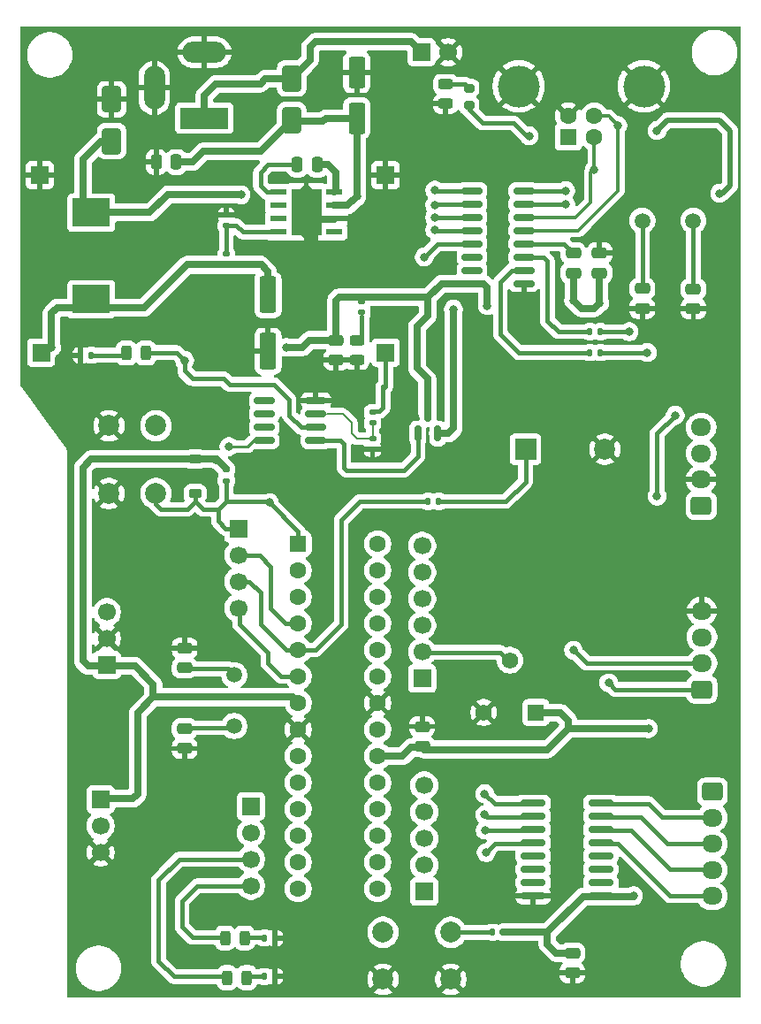
<source format=gbr>
%TF.GenerationSoftware,KiCad,Pcbnew,9.0.2*%
%TF.CreationDate,2025-09-24T13:25:18+05:30*%
%TF.ProjectId,UNO STEMc3.1,554e4f20-5354-4454-9d63-332e312e6b69,rev?*%
%TF.SameCoordinates,Original*%
%TF.FileFunction,Copper,L1,Top*%
%TF.FilePolarity,Positive*%
%FSLAX46Y46*%
G04 Gerber Fmt 4.6, Leading zero omitted, Abs format (unit mm)*
G04 Created by KiCad (PCBNEW 9.0.2) date 2025-09-24 13:25:18*
%MOMM*%
%LPD*%
G01*
G04 APERTURE LIST*
G04 Aperture macros list*
%AMRoundRect*
0 Rectangle with rounded corners*
0 $1 Rounding radius*
0 $2 $3 $4 $5 $6 $7 $8 $9 X,Y pos of 4 corners*
0 Add a 4 corners polygon primitive as box body*
4,1,4,$2,$3,$4,$5,$6,$7,$8,$9,$2,$3,0*
0 Add four circle primitives for the rounded corners*
1,1,$1+$1,$2,$3*
1,1,$1+$1,$4,$5*
1,1,$1+$1,$6,$7*
1,1,$1+$1,$8,$9*
0 Add four rect primitives between the rounded corners*
20,1,$1+$1,$2,$3,$4,$5,0*
20,1,$1+$1,$4,$5,$6,$7,0*
20,1,$1+$1,$6,$7,$8,$9,0*
20,1,$1+$1,$8,$9,$2,$3,0*%
G04 Aperture macros list end*
%TA.AperFunction,ComponentPad*%
%ADD10RoundRect,0.250000X0.725000X-0.600000X0.725000X0.600000X-0.725000X0.600000X-0.725000X-0.600000X0*%
%TD*%
%TA.AperFunction,ComponentPad*%
%ADD11O,1.950000X1.700000*%
%TD*%
%TA.AperFunction,SMDPad,CuDef*%
%ADD12RoundRect,0.243750X0.456250X-0.243750X0.456250X0.243750X-0.456250X0.243750X-0.456250X-0.243750X0*%
%TD*%
%TA.AperFunction,ComponentPad*%
%ADD13RoundRect,0.250000X-0.550000X-0.550000X0.550000X-0.550000X0.550000X0.550000X-0.550000X0.550000X0*%
%TD*%
%TA.AperFunction,ComponentPad*%
%ADD14C,1.600000*%
%TD*%
%TA.AperFunction,SMDPad,CuDef*%
%ADD15RoundRect,0.225000X-0.375000X0.225000X-0.375000X-0.225000X0.375000X-0.225000X0.375000X0.225000X0*%
%TD*%
%TA.AperFunction,ComponentPad*%
%ADD16R,1.700000X1.700000*%
%TD*%
%TA.AperFunction,ComponentPad*%
%ADD17C,1.700000*%
%TD*%
%TA.AperFunction,SMDPad,CuDef*%
%ADD18RoundRect,0.135000X0.135000X0.185000X-0.135000X0.185000X-0.135000X-0.185000X0.135000X-0.185000X0*%
%TD*%
%TA.AperFunction,SMDPad,CuDef*%
%ADD19RoundRect,0.250000X0.475000X-0.250000X0.475000X0.250000X-0.475000X0.250000X-0.475000X-0.250000X0*%
%TD*%
%TA.AperFunction,SMDPad,CuDef*%
%ADD20R,3.600000X2.700000*%
%TD*%
%TA.AperFunction,SMDPad,CuDef*%
%ADD21RoundRect,0.243750X-0.243750X-0.456250X0.243750X-0.456250X0.243750X0.456250X-0.243750X0.456250X0*%
%TD*%
%TA.AperFunction,SMDPad,CuDef*%
%ADD22RoundRect,0.135000X0.185000X-0.135000X0.185000X0.135000X-0.185000X0.135000X-0.185000X-0.135000X0*%
%TD*%
%TA.AperFunction,SMDPad,CuDef*%
%ADD23RoundRect,0.250000X-0.475000X0.250000X-0.475000X-0.250000X0.475000X-0.250000X0.475000X0.250000X0*%
%TD*%
%TA.AperFunction,SMDPad,CuDef*%
%ADD24R,1.550000X0.600000*%
%TD*%
%TA.AperFunction,ComponentPad*%
%ADD25C,0.600000*%
%TD*%
%TA.AperFunction,SMDPad,CuDef*%
%ADD26R,2.600000X3.100000*%
%TD*%
%TA.AperFunction,SMDPad,CuDef*%
%ADD27R,2.950000X4.500000*%
%TD*%
%TA.AperFunction,SMDPad,CuDef*%
%ADD28RoundRect,0.135000X-0.135000X-0.185000X0.135000X-0.185000X0.135000X0.185000X-0.135000X0.185000X0*%
%TD*%
%TA.AperFunction,SMDPad,CuDef*%
%ADD29RoundRect,0.135000X-0.185000X0.135000X-0.185000X-0.135000X0.185000X-0.135000X0.185000X0.135000X0*%
%TD*%
%TA.AperFunction,SMDPad,CuDef*%
%ADD30RoundRect,0.243750X0.243750X0.456250X-0.243750X0.456250X-0.243750X-0.456250X0.243750X-0.456250X0*%
%TD*%
%TA.AperFunction,ComponentPad*%
%ADD31R,1.600000X1.600000*%
%TD*%
%TA.AperFunction,ComponentPad*%
%ADD32C,4.000000*%
%TD*%
%TA.AperFunction,ComponentPad*%
%ADD33R,4.600000X2.000000*%
%TD*%
%TA.AperFunction,ComponentPad*%
%ADD34O,4.200000X2.000000*%
%TD*%
%TA.AperFunction,ComponentPad*%
%ADD35O,2.000000X4.200000*%
%TD*%
%TA.AperFunction,ComponentPad*%
%ADD36C,1.500000*%
%TD*%
%TA.AperFunction,SMDPad,CuDef*%
%ADD37RoundRect,0.250000X0.250000X0.475000X-0.250000X0.475000X-0.250000X-0.475000X0.250000X-0.475000X0*%
%TD*%
%TA.AperFunction,ComponentPad*%
%ADD38C,2.000000*%
%TD*%
%TA.AperFunction,SMDPad,CuDef*%
%ADD39RoundRect,0.250000X0.650000X-1.000000X0.650000X1.000000X-0.650000X1.000000X-0.650000X-1.000000X0*%
%TD*%
%TA.AperFunction,SMDPad,CuDef*%
%ADD40RoundRect,0.250000X0.550000X-1.250000X0.550000X1.250000X-0.550000X1.250000X-0.550000X-1.250000X0*%
%TD*%
%TA.AperFunction,SMDPad,CuDef*%
%ADD41RoundRect,0.250000X-0.250000X-0.475000X0.250000X-0.475000X0.250000X0.475000X-0.250000X0.475000X0*%
%TD*%
%TA.AperFunction,ComponentPad*%
%ADD42RoundRect,0.250000X-0.725000X0.600000X-0.725000X-0.600000X0.725000X-0.600000X0.725000X0.600000X0*%
%TD*%
%TA.AperFunction,ComponentPad*%
%ADD43R,2.000000X2.000000*%
%TD*%
%TA.AperFunction,SMDPad,CuDef*%
%ADD44RoundRect,0.150000X0.150000X-0.587500X0.150000X0.587500X-0.150000X0.587500X-0.150000X-0.587500X0*%
%TD*%
%TA.AperFunction,SMDPad,CuDef*%
%ADD45RoundRect,0.150000X0.825000X0.150000X-0.825000X0.150000X-0.825000X-0.150000X0.825000X-0.150000X0*%
%TD*%
%TA.AperFunction,SMDPad,CuDef*%
%ADD46RoundRect,0.200000X0.275000X-0.200000X0.275000X0.200000X-0.275000X0.200000X-0.275000X-0.200000X0*%
%TD*%
%TA.AperFunction,SMDPad,CuDef*%
%ADD47RoundRect,0.150000X-1.050000X-0.150000X1.050000X-0.150000X1.050000X0.150000X-1.050000X0.150000X0*%
%TD*%
%TA.AperFunction,ComponentPad*%
%ADD48R,1.560000X1.560000*%
%TD*%
%TA.AperFunction,ComponentPad*%
%ADD49C,1.560000*%
%TD*%
%TA.AperFunction,SMDPad,CuDef*%
%ADD50RoundRect,0.250000X-0.550000X1.500000X-0.550000X-1.500000X0.550000X-1.500000X0.550000X1.500000X0*%
%TD*%
%TA.AperFunction,ViaPad*%
%ADD51C,0.800000*%
%TD*%
%TA.AperFunction,Conductor*%
%ADD52C,0.404000*%
%TD*%
%TA.AperFunction,Conductor*%
%ADD53C,0.400000*%
%TD*%
%TA.AperFunction,Conductor*%
%ADD54C,0.700000*%
%TD*%
%TA.AperFunction,Conductor*%
%ADD55C,1.000000*%
%TD*%
%TA.AperFunction,Conductor*%
%ADD56C,0.500000*%
%TD*%
%TA.AperFunction,Conductor*%
%ADD57C,0.250000*%
%TD*%
%TA.AperFunction,Conductor*%
%ADD58C,0.300000*%
%TD*%
%TA.AperFunction,Conductor*%
%ADD59C,0.200000*%
%TD*%
G04 APERTURE END LIST*
D10*
%TO.P,J4,1,Pin_1*%
%TO.N,+5V*%
X127732114Y-130400000D03*
D11*
%TO.P,J4,2,Pin_2*%
%TO.N,GND*%
X127732114Y-127900000D03*
%TO.P,J4,3,Pin_3*%
%TO.N,RXD*%
X127732114Y-125400000D03*
%TO.P,J4,4,Pin_4*%
%TO.N,TXD*%
X127732114Y-122900000D03*
%TD*%
D12*
%TO.P,D3,1,K*%
%TO.N,GND*%
X94750000Y-116437500D03*
%TO.P,D3,2,A*%
%TO.N,Net-(D3-A)*%
X94750000Y-114562500D03*
%TD*%
D13*
%TO.P,U6,1,~{RESET}/PC6*%
%TO.N,RESET*%
X89130000Y-134060000D03*
D14*
%TO.P,U6,2,PD0*%
%TO.N,RXD*%
X89130000Y-136600000D03*
%TO.P,U6,3,PD1*%
%TO.N,TXD*%
X89130000Y-139140000D03*
%TO.P,U6,4,PD2*%
%TO.N,D2*%
X89130000Y-141680000D03*
%TO.P,U6,5,PD3*%
%TO.N,D3*%
X89130000Y-144220000D03*
%TO.P,U6,6,PD4*%
%TO.N,D4*%
X89130000Y-146760000D03*
%TO.P,U6,7,VCC*%
%TO.N,+5V*%
X89130000Y-149300000D03*
%TO.P,U6,8,GND*%
%TO.N,GND*%
X89130000Y-151840000D03*
%TO.P,U6,9,XTAL1/PB6*%
%TO.N,/Atmega328-PU/XTAL1*%
X89130000Y-154380000D03*
%TO.P,U6,10,XTAL2/PB7*%
%TO.N,/Atmega328-PU/XTAL2*%
X89130000Y-156920000D03*
%TO.P,U6,11,PD5*%
%TO.N,D5*%
X89130000Y-159460000D03*
%TO.P,U6,12,PD6*%
%TO.N,D6*%
X89130000Y-162000000D03*
%TO.P,U6,13,PD7*%
%TO.N,D7*%
X89130000Y-164540000D03*
%TO.P,U6,14,PB0*%
%TO.N,D8*%
X89130000Y-167080000D03*
%TO.P,U6,15,PB1*%
%TO.N,D9*%
X96750000Y-167080000D03*
%TO.P,U6,16,PB2*%
%TO.N,SS{slash}D10*%
X96750000Y-164540000D03*
%TO.P,U6,17,PB3*%
%TO.N,MOSI{slash}D11*%
X96750000Y-162000000D03*
%TO.P,U6,18,PB4*%
%TO.N,MISO{slash}D12*%
X96750000Y-159460000D03*
%TO.P,U6,19,PB5*%
%TO.N,SCK{slash}D13*%
X96750000Y-156920000D03*
%TO.P,U6,20,AVCC*%
%TO.N,+5V*%
X96750000Y-154380000D03*
%TO.P,U6,21,AREF*%
%TO.N,AREF*%
X96750000Y-151840000D03*
%TO.P,U6,22,GND*%
%TO.N,GND*%
X96750000Y-149300000D03*
%TO.P,U6,23,PC0*%
%TO.N,ADC0*%
X96750000Y-146760000D03*
%TO.P,U6,24,PC1*%
%TO.N,ADC1*%
X96750000Y-144220000D03*
%TO.P,U6,25,PC2*%
%TO.N,ADC2*%
X96750000Y-141680000D03*
%TO.P,U6,26,PC3*%
%TO.N,ADC3*%
X96750000Y-139140000D03*
%TO.P,U6,27,PC4*%
%TO.N,ADC4*%
X96750000Y-136600000D03*
%TO.P,U6,28,PC5*%
%TO.N,ADC5*%
X96750000Y-134060000D03*
%TD*%
D15*
%TO.P,D5,1,K*%
%TO.N,+5V*%
X79250000Y-125950000D03*
%TO.P,D5,2,A*%
%TO.N,RESET*%
X79250000Y-129250000D03*
%TD*%
D16*
%TO.P,J6,1,Pin_1*%
%TO.N,D5*%
X84600000Y-159180000D03*
D17*
%TO.P,J6,2,Pin_2*%
%TO.N,D6*%
X84600000Y-161720000D03*
%TO.P,J6,3,Pin_3*%
%TO.N,D7*%
X84600000Y-164260000D03*
%TO.P,J6,4,Pin_4*%
%TO.N,D8*%
X84600000Y-166800000D03*
%TD*%
D18*
%TO.P,R11,1*%
%TO.N,+5V*%
X108770000Y-171250000D03*
%TO.P,R11,2*%
%TO.N,D9*%
X107750000Y-171250000D03*
%TD*%
%TO.P,R17,1*%
%TO.N,Net-(D11-K)*%
X69310000Y-116000000D03*
%TO.P,R17,2*%
%TO.N,GND*%
X68290000Y-116000000D03*
%TD*%
D19*
%TO.P,C17,1*%
%TO.N,/Atmega328-PU/XTAL1*%
X78250000Y-145950000D03*
%TO.P,C17,2*%
%TO.N,GND*%
X78250000Y-144050000D03*
%TD*%
D12*
%TO.P,D4,1,K*%
%TO.N,GND*%
X103250000Y-91937500D03*
%TO.P,D4,2,A*%
%TO.N,Net-(D4-A)*%
X103250000Y-90062500D03*
%TD*%
D20*
%TO.P,L1,1,1*%
%TO.N,Net-(D2-K)*%
X69300000Y-102350000D03*
%TO.P,L1,2,2*%
%TO.N,+5V*%
X69300000Y-110650000D03*
%TD*%
D21*
%TO.P,D11,1,K*%
%TO.N,Net-(D11-K)*%
X72662500Y-115800000D03*
%TO.P,D11,2,A*%
%TO.N,+3V3*%
X74537500Y-115800000D03*
%TD*%
D22*
%TO.P,R3,1*%
%TO.N,+5V*%
X82250000Y-107347500D03*
%TO.P,R3,2*%
%TO.N,Net-(U2-VSENSE)*%
X82250000Y-106327500D03*
%TD*%
D23*
%TO.P,C18,1*%
%TO.N,/Atmega328-PU/XTAL2*%
X78250000Y-151762500D03*
%TO.P,C18,2*%
%TO.N,GND*%
X78250000Y-153662500D03*
%TD*%
%TO.P,C14,1*%
%TO.N,/USB-TTL/X1*%
X122100000Y-109620000D03*
%TO.P,C14,2*%
%TO.N,GND*%
X122100000Y-111520000D03*
%TD*%
D19*
%TO.P,C10,1*%
%TO.N,+5V*%
X118000000Y-108120000D03*
%TO.P,C10,2*%
%TO.N,GND*%
X118000000Y-106220000D03*
%TD*%
D24*
%TO.P,U2,1,BOOT*%
%TO.N,Net-(U2-BOOT)*%
X87200000Y-100395000D03*
%TO.P,U2,2,NC*%
%TO.N,unconnected-(U2-NC-Pad2)*%
X87200000Y-101665000D03*
%TO.P,U2,3,NC*%
%TO.N,unconnected-(U2-NC-Pad3)*%
X87200000Y-102935000D03*
%TO.P,U2,4,VSENSE*%
%TO.N,Net-(U2-VSENSE)*%
X87200000Y-104205000D03*
%TO.P,U2,5,EN*%
%TO.N,unconnected-(U2-EN-Pad5)*%
X92600000Y-104205000D03*
%TO.P,U2,6,GND*%
%TO.N,GND*%
X92600000Y-102935000D03*
%TO.P,U2,7,VIN*%
%TO.N,Vin*%
X92600000Y-101665000D03*
%TO.P,U2,8,PH*%
%TO.N,Net-(D2-K)*%
X92600000Y-100395000D03*
D25*
%TO.P,U2,9,GNDPAD*%
%TO.N,GND*%
X89300000Y-100500000D03*
X89300000Y-101700000D03*
X89300000Y-103000000D03*
X89300000Y-104100000D03*
D26*
X89900000Y-102300000D03*
D27*
X89900000Y-102300000D03*
D25*
X90500000Y-100500000D03*
X90500000Y-101700000D03*
X90500000Y-103000000D03*
X90500000Y-104100000D03*
%TD*%
D28*
%TO.P,R6,1*%
%TO.N,Net-(U5-TXD)*%
X117065000Y-115750000D03*
%TO.P,R6,2*%
%TO.N,RXD*%
X118085000Y-115750000D03*
%TD*%
D29*
%TO.P,R1,1*%
%TO.N,Vin*%
X96250000Y-121480000D03*
%TO.P,R1,2*%
%TO.N,Net-(U1A-+)*%
X96250000Y-122500000D03*
%TD*%
D16*
%TO.P,J15,1,Pin_1*%
%TO.N,GND*%
X97500000Y-98750000D03*
%TD*%
D30*
%TO.P,D6,1,K*%
%TO.N,Net-(D6-K)*%
X84000000Y-171800000D03*
%TO.P,D6,2,A*%
%TO.N,D8*%
X82125000Y-171800000D03*
%TD*%
D16*
%TO.P,J7,1,Pin_1*%
%TO.N,D9*%
X101200000Y-167360000D03*
D17*
%TO.P,J7,2,Pin_2*%
%TO.N,SS{slash}D10*%
X101200000Y-164820000D03*
%TO.P,J7,3,Pin_3*%
%TO.N,MOSI{slash}D11*%
X101200000Y-162280000D03*
%TO.P,J7,4,Pin_4*%
%TO.N,MISO{slash}D12*%
X101200000Y-159740000D03*
%TO.P,J7,5,Pin_5*%
%TO.N,SCK{slash}D13*%
X101200000Y-157200000D03*
%TD*%
D19*
%TO.P,C19,1*%
%TO.N,+5V*%
X101000000Y-153450000D03*
%TO.P,C19,2*%
%TO.N,GND*%
X101000000Y-151550000D03*
%TD*%
D16*
%TO.P,J14,1,Pin_1*%
%TO.N,+5V*%
X64500000Y-115750000D03*
%TD*%
D23*
%TO.P,C9,1*%
%TO.N,+5V*%
X92750000Y-114550000D03*
%TO.P,C9,2*%
%TO.N,GND*%
X92750000Y-116450000D03*
%TD*%
D29*
%TO.P,R9,1*%
%TO.N,+5V*%
X82250000Y-126990000D03*
%TO.P,R9,2*%
%TO.N,RESET*%
X82250000Y-128010000D03*
%TD*%
D31*
%TO.P,J2,1,VBUS*%
%TO.N,USB_VCC*%
X115000000Y-95110000D03*
D14*
%TO.P,J2,2,D-*%
%TO.N,/USB-TTL/D-*%
X117500000Y-95110000D03*
%TO.P,J2,3,D+*%
%TO.N,/USB-TTL/D+*%
X117500000Y-93110000D03*
%TO.P,J2,4,GND*%
%TO.N,GND*%
X115000000Y-93110000D03*
D32*
%TO.P,J2,5,Shield*%
X110250000Y-90250000D03*
X122250000Y-90250000D03*
%TD*%
D16*
%TO.P,J9,1,Pin_1*%
%TO.N,PWRIN*%
X100960000Y-87000000D03*
D17*
%TO.P,J9,2,Pin_2*%
%TO.N,GND*%
X103500000Y-87000000D03*
%TD*%
D33*
%TO.P,J1,1*%
%TO.N,PWRIN*%
X80150000Y-93300000D03*
D34*
%TO.P,J1,2*%
%TO.N,GND*%
X80150000Y-87000000D03*
D35*
%TO.P,J1,3*%
X75350000Y-90400000D03*
%TD*%
D36*
%TO.P,Y1,1,1*%
%TO.N,/USB-TTL/X1*%
X122100000Y-103120000D03*
%TO.P,Y1,2,2*%
%TO.N,/USB-TTL/X0*%
X126980000Y-103120000D03*
%TD*%
D37*
%TO.P,C2,1*%
%TO.N,Vin*%
X77450000Y-97500000D03*
%TO.P,C2,2*%
%TO.N,GND*%
X75550000Y-97500000D03*
%TD*%
D38*
%TO.P,SW2,1,1*%
%TO.N,D9*%
X97250000Y-171250000D03*
X103750000Y-171250000D03*
%TO.P,SW2,2,2*%
%TO.N,GND*%
X97250000Y-175750000D03*
X103750000Y-175750000D03*
%TD*%
D39*
%TO.P,D1,1,K*%
%TO.N,Vin*%
X88500000Y-93500000D03*
%TO.P,D1,2,A*%
%TO.N,PWRIN*%
X88500000Y-89500000D03*
%TD*%
D40*
%TO.P,C1,1*%
%TO.N,Vin*%
X94730000Y-93320000D03*
%TO.P,C1,2*%
%TO.N,GND*%
X94730000Y-88920000D03*
%TD*%
D30*
%TO.P,D10,1,K*%
%TO.N,Net-(D10-K)*%
X84200000Y-175600000D03*
%TO.P,D10,2,A*%
%TO.N,D7*%
X82325000Y-175600000D03*
%TD*%
D16*
%TO.P,J12,1,Pin_1*%
%TO.N,Vin*%
X97500000Y-115750000D03*
%TD*%
%TO.P,J17,1,Pin_1*%
%TO.N,GND*%
X64388474Y-98750000D03*
%TD*%
%TO.P,J10,1,Pin_1*%
%TO.N,+5V*%
X70800000Y-145680000D03*
D17*
%TO.P,J10,2,Pin_2*%
%TO.N,GND*%
X70800000Y-143140000D03*
%TO.P,J10,3,Pin_3*%
%TO.N,D5*%
X70800000Y-140600000D03*
%TD*%
D23*
%TO.P,C7,1*%
%TO.N,+5V*%
X115400000Y-173250000D03*
%TO.P,C7,2*%
%TO.N,GND*%
X115400000Y-175150000D03*
%TD*%
%TO.P,C15,1*%
%TO.N,/USB-TTL/X0*%
X126980000Y-109670000D03*
%TO.P,C15,2*%
%TO.N,GND*%
X126980000Y-111570000D03*
%TD*%
D28*
%TO.P,R12,1*%
%TO.N,Net-(D6-K)*%
X85890000Y-171800000D03*
%TO.P,R12,2*%
%TO.N,GND*%
X86910000Y-171800000D03*
%TD*%
D41*
%TO.P,C5,1*%
%TO.N,Net-(U2-BOOT)*%
X89050000Y-97750000D03*
%TO.P,C5,2*%
%TO.N,Net-(D2-K)*%
X90950000Y-97750000D03*
%TD*%
D28*
%TO.P,R10,1*%
%TO.N,D3*%
X101577500Y-130000000D03*
%TO.P,R10,2*%
%TO.N,Net-(BZ1-+)*%
X102597500Y-130000000D03*
%TD*%
D42*
%TO.P,J11,1,Pin_1*%
%TO.N,+5V*%
X128800000Y-157800000D03*
D11*
%TO.P,J11,2,Pin_2*%
%TO.N,/Atmega328-PU/1C*%
X128800000Y-160300000D03*
%TO.P,J11,3,Pin_3*%
%TO.N,/Atmega328-PU/2C*%
X128800000Y-162800000D03*
%TO.P,J11,4,Pin_4*%
%TO.N,/Atmega328-PU/3C*%
X128800000Y-165300000D03*
%TO.P,J11,5,Pin_5*%
%TO.N,/Atmega328-PU/4C*%
X128800000Y-167800000D03*
%TD*%
D36*
%TO.P,Y2,1,1*%
%TO.N,/Atmega328-PU/XTAL2*%
X83000000Y-151500000D03*
%TO.P,Y2,2,2*%
%TO.N,/Atmega328-PU/XTAL1*%
X83000000Y-146620000D03*
%TD*%
D43*
%TO.P,BZ1,1,+*%
%TO.N,Net-(BZ1-+)*%
X110900000Y-125000000D03*
D38*
%TO.P,BZ1,2,-*%
%TO.N,GND*%
X118500000Y-125000000D03*
%TD*%
D28*
%TO.P,R16,1*%
%TO.N,Net-(D10-K)*%
X85892597Y-175486456D03*
%TO.P,R16,2*%
%TO.N,GND*%
X86912597Y-175486456D03*
%TD*%
D16*
%TO.P,J5,1,Pin_1*%
%TO.N,RESET*%
X83400000Y-132590000D03*
D17*
%TO.P,J5,2,Pin_2*%
%TO.N,D2*%
X83400000Y-135130000D03*
%TO.P,J5,3,Pin_3*%
%TO.N,D3*%
X83400000Y-137670000D03*
%TO.P,J5,4,Pin_4*%
%TO.N,D4*%
X83400000Y-140210000D03*
%TD*%
D29*
%TO.P,R5,1*%
%TO.N,+5V*%
X95230000Y-110860000D03*
%TO.P,R5,2*%
%TO.N,Net-(D3-A)*%
X95230000Y-111880000D03*
%TD*%
D38*
%TO.P,SW1,1,1*%
%TO.N,RESET*%
X75500000Y-122750000D03*
X75500000Y-129250000D03*
%TO.P,SW1,2,2*%
%TO.N,GND*%
X71000000Y-122750000D03*
X71000000Y-129250000D03*
%TD*%
D44*
%TO.P,Q1,1,G*%
%TO.N,Net-(Q1-G)*%
X100600000Y-123500000D03*
%TO.P,Q1,2,S*%
%TO.N,USB_VCC*%
X102500000Y-123500000D03*
%TO.P,Q1,3,D*%
%TO.N,+5V*%
X101550000Y-121625000D03*
%TD*%
D10*
%TO.P,J16,1,Pin_1*%
%TO.N,ADC5*%
X127800000Y-148000000D03*
D11*
%TO.P,J16,2,Pin_2*%
%TO.N,ADC4*%
X127800000Y-145500000D03*
%TO.P,J16,3,Pin_3*%
%TO.N,+5V*%
X127800000Y-143000000D03*
%TO.P,J16,4,Pin_4*%
%TO.N,GND*%
X127800000Y-140500000D03*
%TD*%
D45*
%TO.P,U5,1,GND*%
%TO.N,GND*%
X110730000Y-109140000D03*
%TO.P,U5,2,TXD*%
%TO.N,Net-(U5-TXD)*%
X110730000Y-107870000D03*
%TO.P,U5,3,RXD*%
%TO.N,Net-(U5-RXD)*%
X110730000Y-106600000D03*
%TO.P,U5,4,V3*%
%TO.N,Net-(U5-V3)*%
X110730000Y-105330000D03*
%TO.P,U5,5,UD+*%
%TO.N,/USB-TTL/D+*%
X110730000Y-104060000D03*
%TO.P,U5,6,UD-*%
%TO.N,/USB-TTL/D-*%
X110730000Y-102790000D03*
%TO.P,U5,7,XI*%
%TO.N,/USB-TTL/X1*%
X110730000Y-101520000D03*
%TO.P,U5,8,XO*%
%TO.N,/USB-TTL/X0*%
X110730000Y-100250000D03*
%TO.P,U5,9,~{CTS}*%
%TO.N,/USB-TTL/CTS*%
X105780000Y-100250000D03*
%TO.P,U5,10,~{DSR}*%
%TO.N,/USB-TTL/DSR*%
X105780000Y-101520000D03*
%TO.P,U5,11,~{RI}*%
%TO.N,/USB-TTL/RI*%
X105780000Y-102790000D03*
%TO.P,U5,12,~{DCD}*%
%TO.N,/USB-TTL/DCD*%
X105780000Y-104060000D03*
%TO.P,U5,13,~{DTR}*%
%TO.N,RESET*%
X105780000Y-105330000D03*
%TO.P,U5,14,~{RTS}*%
%TO.N,unconnected-(U5-~{RTS}-Pad14)*%
X105780000Y-106600000D03*
%TO.P,U5,15,R232*%
%TO.N,unconnected-(U5-R232-Pad15)*%
X105780000Y-107870000D03*
%TO.P,U5,16,VCC*%
%TO.N,+5V*%
X105780000Y-109140000D03*
%TD*%
D46*
%TO.P,R8,1*%
%TO.N,USB_VCC*%
X105500000Y-92075000D03*
%TO.P,R8,2*%
%TO.N,Net-(D4-A)*%
X105500000Y-90425000D03*
%TD*%
D47*
%TO.P,U7,1,I1*%
%TO.N,SCK{slash}D13*%
X111633100Y-158879480D03*
%TO.P,U7,2,I2*%
%TO.N,MISO{slash}D12*%
X111633100Y-160149480D03*
%TO.P,U7,3,I3*%
%TO.N,MOSI{slash}D11*%
X111633100Y-161419480D03*
%TO.P,U7,4,I4*%
%TO.N,SS{slash}D10*%
X111633100Y-162689480D03*
%TO.P,U7,5,I5*%
%TO.N,unconnected-(U7-I5-Pad5)*%
X111633100Y-163959480D03*
%TO.P,U7,6,I6*%
%TO.N,unconnected-(U7-I6-Pad6)*%
X111633100Y-165229480D03*
%TO.P,U7,7,I7*%
%TO.N,unconnected-(U7-I7-Pad7)*%
X111633100Y-166499480D03*
%TO.P,U7,8,GND*%
%TO.N,GND*%
X111633100Y-167769480D03*
%TO.P,U7,9,COM*%
%TO.N,+5V*%
X118133100Y-167769480D03*
%TO.P,U7,10,O7*%
%TO.N,unconnected-(U7-O7-Pad10)*%
X118133100Y-166499480D03*
%TO.P,U7,11,O6*%
%TO.N,unconnected-(U7-O6-Pad11)*%
X118133100Y-165229480D03*
%TO.P,U7,12,O5*%
%TO.N,unconnected-(U7-O5-Pad12)*%
X118133100Y-163959480D03*
%TO.P,U7,13,O4*%
%TO.N,/Atmega328-PU/4C*%
X118133100Y-162689480D03*
%TO.P,U7,14,O3*%
%TO.N,/Atmega328-PU/3C*%
X118133100Y-161419480D03*
%TO.P,U7,15,O2*%
%TO.N,/Atmega328-PU/2C*%
X118133100Y-160149480D03*
%TO.P,U7,16,O1*%
%TO.N,/Atmega328-PU/1C*%
X118133100Y-158879480D03*
%TD*%
D22*
%TO.P,R4,1*%
%TO.N,Net-(U2-VSENSE)*%
X82250000Y-103597500D03*
%TO.P,R4,2*%
%TO.N,GND*%
X82250000Y-102577500D03*
%TD*%
D18*
%TO.P,R7,1*%
%TO.N,TXD*%
X118085000Y-113750000D03*
%TO.P,R7,2*%
%TO.N,Net-(U5-RXD)*%
X117065000Y-113750000D03*
%TD*%
D16*
%TO.P,J8,1,Pin_1*%
%TO.N,ADC0*%
X101000000Y-146960000D03*
D17*
%TO.P,J8,2,Pin_2*%
%TO.N,ADC1*%
X101000000Y-144420000D03*
%TO.P,J8,3,Pin_3*%
%TO.N,ADC2*%
X101000000Y-141880000D03*
%TO.P,J8,4,Pin_4*%
%TO.N,ADC3*%
X101000000Y-139340000D03*
%TO.P,J8,5,Pin_5*%
%TO.N,ADC4*%
X101000000Y-136800000D03*
%TO.P,J8,6,Pin_6*%
%TO.N,ADC5*%
X101000000Y-134260000D03*
%TD*%
D16*
%TO.P,J13,1,Pin_1*%
%TO.N,+5V*%
X70200000Y-158520000D03*
D17*
%TO.P,J13,2,Pin_2*%
%TO.N,D6*%
X70200000Y-161060000D03*
%TO.P,J13,3,Pin_3*%
%TO.N,GND*%
X70200000Y-163600000D03*
%TD*%
D45*
%TO.P,U1,1*%
%TO.N,Net-(Q1-G)*%
X90825000Y-124180000D03*
%TO.P,U1,2,-*%
%TO.N,+3V3*%
X90825000Y-122910000D03*
%TO.P,U1,3,+*%
%TO.N,Net-(U1A-+)*%
X90825000Y-121640000D03*
%TO.P,U1,4,V-*%
%TO.N,GND*%
X90825000Y-120370000D03*
%TO.P,U1,5*%
%TO.N,N/C*%
X85875000Y-120370000D03*
%TO.P,U1,6*%
X85875000Y-121640000D03*
%TO.P,U1,7*%
X85875000Y-122910000D03*
%TO.P,U1,8,V+*%
%TO.N,+5V*%
X85875000Y-124180000D03*
%TD*%
D48*
%TO.P,RV1,1,1*%
%TO.N,+5V*%
X111900000Y-150200000D03*
D49*
%TO.P,RV1,2,2*%
%TO.N,ADC1*%
X109400000Y-145200000D03*
%TO.P,RV1,3,3*%
%TO.N,GND*%
X106900000Y-150200000D03*
%TD*%
D29*
%TO.P,R2,1*%
%TO.N,Net-(U1A-+)*%
X96250000Y-123980000D03*
%TO.P,R2,2*%
%TO.N,GND*%
X96250000Y-125000000D03*
%TD*%
D50*
%TO.P,C8,1*%
%TO.N,+5V*%
X86230000Y-110220000D03*
%TO.P,C8,2*%
%TO.N,GND*%
X86230000Y-115620000D03*
%TD*%
D19*
%TO.P,C16,1*%
%TO.N,+5V*%
X115480000Y-108120000D03*
%TO.P,C16,2*%
%TO.N,Net-(U5-V3)*%
X115480000Y-106220000D03*
%TD*%
D39*
%TO.P,D2,1,K*%
%TO.N,Net-(D2-K)*%
X71250000Y-95500000D03*
%TO.P,D2,2,A*%
%TO.N,GND*%
X71250000Y-91500000D03*
%TD*%
D51*
%TO.N,GND*%
X95200000Y-119600000D03*
%TO.N,/USB-TTL/DCD*%
X102200000Y-104000000D03*
%TO.N,/USB-TTL/RI*%
X102200000Y-102800000D03*
%TO.N,/USB-TTL/DSR*%
X102200000Y-101600000D03*
%TO.N,/USB-TTL/CTS*%
X102200000Y-100200000D03*
%TO.N,GND*%
X104000000Y-125750000D03*
X111250000Y-117750000D03*
X95000000Y-105250000D03*
X128250000Y-114750000D03*
X90500000Y-106000000D03*
X120000000Y-174200000D03*
X129750000Y-91500000D03*
X111250000Y-114250000D03*
X98500000Y-125250000D03*
X114250000Y-98000000D03*
X129750000Y-91500000D03*
%TO.N,+5V*%
X88000000Y-115250000D03*
X122670000Y-151750000D03*
X118000000Y-111000000D03*
X82500000Y-124750000D03*
X121250000Y-167750000D03*
X65500000Y-115250000D03*
X107250000Y-111250000D03*
X115500000Y-110750000D03*
X81250000Y-126000000D03*
X129500000Y-100500000D03*
X123500000Y-94500000D03*
%TO.N,Vin*%
X94730000Y-100810000D03*
%TO.N,+3V3*%
X78250000Y-116500000D03*
%TO.N,/USB-TTL/X1*%
X114750000Y-101555287D03*
%TO.N,/USB-TTL/X0*%
X114750000Y-100250000D03*
%TO.N,RESET*%
X86375000Y-130125000D03*
X101200000Y-106600000D03*
%TO.N,/USB-TTL/D+*%
X119750000Y-94000000D03*
%TO.N,/USB-TTL/D-*%
X117500000Y-98250000D03*
%TO.N,MISO{slash}D12*%
X107000000Y-160000000D03*
%TO.N,SCK{slash}D13*%
X107000000Y-158000000D03*
%TO.N,MOSI{slash}D11*%
X107025000Y-161475000D03*
%TO.N,SS{slash}D10*%
X107125000Y-163625000D03*
%TO.N,RXD*%
X122575000Y-115750000D03*
%TO.N,TXD*%
X120825000Y-113750000D03*
X123500000Y-129500000D03*
X125250000Y-121750000D03*
%TO.N,USB_VCC*%
X111250000Y-95000000D03*
X104000000Y-111600000D03*
%TO.N,ADC4*%
X115500000Y-144250000D03*
%TO.N,ADC5*%
X118875000Y-147375000D03*
%TO.N,Net-(D2-K)*%
X91000000Y-97750000D03*
X83655000Y-100645000D03*
%TD*%
D52*
%TO.N,/USB-TTL/DCD*%
X102200000Y-104000000D02*
X102260000Y-104060000D01*
X105780000Y-104060000D02*
X102260000Y-104060000D01*
%TO.N,/USB-TTL/RI*%
X102200000Y-102800000D02*
X102210000Y-102790000D01*
X105780000Y-102790000D02*
X102210000Y-102790000D01*
%TO.N,/USB-TTL/DSR*%
X102280000Y-101520000D02*
X102200000Y-101600000D01*
X105780000Y-101520000D02*
X102280000Y-101520000D01*
%TO.N,/USB-TTL/CTS*%
X102250000Y-100250000D02*
X102200000Y-100200000D01*
X105780000Y-100250000D02*
X102250000Y-100250000D01*
D53*
%TO.N,+3V3*%
X89410000Y-122910000D02*
X90825000Y-122910000D01*
X88250000Y-121750000D02*
X89410000Y-122910000D01*
X82550000Y-118800000D02*
X86800000Y-118800000D01*
X79000000Y-118250000D02*
X82000000Y-118250000D01*
X88250000Y-120250000D02*
X88250000Y-121750000D01*
X78250000Y-117500000D02*
X79000000Y-118250000D01*
X82000000Y-118250000D02*
X82550000Y-118800000D01*
X78250000Y-116500000D02*
X78250000Y-117500000D01*
X86800000Y-118800000D02*
X88250000Y-120250000D01*
D54*
%TO.N,+5V*%
X106890000Y-109140000D02*
X105780000Y-109140000D01*
X107250000Y-109500000D02*
X106890000Y-109140000D01*
X107250000Y-111250000D02*
X107250000Y-109500000D01*
X115400000Y-173250000D02*
X113850000Y-173250000D01*
D52*
%TO.N,/Atmega328-PU/XTAL1*%
X82417500Y-146037500D02*
X83000000Y-146620000D01*
X78250000Y-146037500D02*
X82417500Y-146037500D01*
D55*
%TO.N,GND*%
X90500000Y-104100000D02*
X90500000Y-106000000D01*
D52*
X110750000Y-109160000D02*
X110730000Y-109140000D01*
D54*
X90500000Y-103000000D02*
X92535000Y-103000000D01*
D56*
X94435000Y-102935000D02*
X92600000Y-102935000D01*
D52*
X110750000Y-113750000D02*
X110750000Y-109160000D01*
D56*
X95000000Y-103500000D02*
X94435000Y-102935000D01*
X95000000Y-105250000D02*
X95000000Y-103500000D01*
D52*
X111250000Y-114250000D02*
X110750000Y-113750000D01*
%TO.N,/Atmega328-PU/XTAL2*%
X82825000Y-151675000D02*
X83000000Y-151500000D01*
X78250000Y-151675000D02*
X82825000Y-151675000D01*
D54*
%TO.N,+5V*%
X74375000Y-111450000D02*
X78477500Y-107347500D01*
X101550000Y-121625000D02*
X101500000Y-121575000D01*
X101000000Y-153537500D02*
X99962500Y-153537500D01*
X75250000Y-148750000D02*
X75250000Y-147500000D01*
X65500000Y-115250000D02*
X65500000Y-112000000D01*
X65500000Y-112000000D02*
X66050000Y-111450000D01*
X99962500Y-153537500D02*
X99120000Y-154380000D01*
X101542500Y-110457500D02*
X102860000Y-109140000D01*
X101212500Y-153750000D02*
X113000000Y-153750000D01*
X68500000Y-145250000D02*
X69000000Y-145750000D01*
X114250000Y-150250000D02*
X115000000Y-151000000D01*
D56*
X129750000Y-100500000D02*
X129500000Y-100500000D01*
D54*
X100500000Y-117250000D02*
X100500000Y-113250000D01*
X93042500Y-110457500D02*
X92750000Y-110750000D01*
D56*
X124500000Y-93500000D02*
X129500000Y-93500000D01*
D54*
X113000000Y-172400000D02*
X113850000Y-173250000D01*
X79250000Y-125950000D02*
X69300000Y-125950000D01*
X113000000Y-153750000D02*
X115000000Y-151750000D01*
D57*
X84850000Y-124180000D02*
X85875000Y-124180000D01*
D56*
X130500000Y-99750000D02*
X129750000Y-100500000D01*
D54*
X102860000Y-109140000D02*
X105780000Y-109140000D01*
X118055000Y-167825000D02*
X121250000Y-167825000D01*
X116425000Y-167825000D02*
X113000000Y-171250000D01*
X116250000Y-111500000D02*
X117500000Y-111500000D01*
D57*
X82500000Y-124750000D02*
X84280000Y-124750000D01*
D54*
X70250000Y-158460000D02*
X73290000Y-158460000D01*
D56*
X129500000Y-93500000D02*
X130500000Y-94500000D01*
D54*
X101542500Y-112207500D02*
X101542500Y-110457500D01*
D56*
X130500000Y-94500000D02*
X130500000Y-99750000D01*
D57*
X84280000Y-124750000D02*
X84850000Y-124180000D01*
D54*
X95230000Y-110457500D02*
X101542500Y-110457500D01*
X100500000Y-113250000D02*
X101542500Y-112207500D01*
X95230000Y-110457500D02*
X93042500Y-110457500D01*
X66050000Y-111450000D02*
X74375000Y-111450000D01*
X69000000Y-145750000D02*
X70750000Y-145750000D01*
X92750000Y-110750000D02*
X92750000Y-114550000D01*
X101000000Y-153537500D02*
X101212500Y-153750000D01*
X69300000Y-125950000D02*
X68500000Y-126750000D01*
X73750000Y-150250000D02*
X75250000Y-148750000D01*
X111750000Y-150250000D02*
X114250000Y-150250000D01*
X68500000Y-126750000D02*
X68500000Y-145250000D01*
X117500000Y-111500000D02*
X118000000Y-111000000D01*
X75250000Y-148750000D02*
X88580000Y-148750000D01*
D56*
X123500000Y-94500000D02*
X124500000Y-93500000D01*
D54*
X73750000Y-158000000D02*
X73750000Y-150250000D01*
X115480000Y-110520000D02*
X115480000Y-108120000D01*
X108770000Y-171250000D02*
X113000000Y-171250000D01*
X101500000Y-121575000D02*
X101500000Y-118250000D01*
X118055000Y-167825000D02*
X116425000Y-167825000D01*
X115000000Y-151750000D02*
X115000000Y-151000000D01*
X118000000Y-111000000D02*
X118000000Y-108120000D01*
X90200000Y-114550000D02*
X89500000Y-115250000D01*
X99120000Y-154380000D02*
X96750000Y-154380000D01*
X88580000Y-148750000D02*
X89130000Y-149300000D01*
X115000000Y-151750000D02*
X122670000Y-151750000D01*
X78477500Y-107347500D02*
X82250000Y-107347500D01*
X101500000Y-118250000D02*
X100500000Y-117250000D01*
X73290000Y-158460000D02*
X73750000Y-158000000D01*
X115500000Y-110750000D02*
X116250000Y-111500000D01*
X85597500Y-107347500D02*
X86230000Y-107980000D01*
X92750000Y-114550000D02*
X90200000Y-114550000D01*
X82250000Y-107347500D02*
X85597500Y-107347500D01*
X86230000Y-107980000D02*
X86230000Y-110220000D01*
X81311000Y-125950000D02*
X82250000Y-126889000D01*
X75250000Y-147500000D02*
X73500000Y-145750000D01*
X79250000Y-125950000D02*
X81311000Y-125950000D01*
X113000000Y-171250000D02*
X113000000Y-172400000D01*
X89500000Y-115250000D02*
X88000000Y-115250000D01*
X73500000Y-145750000D02*
X70750000Y-145750000D01*
D53*
%TO.N,Vin*%
X97250869Y-118983370D02*
X97250869Y-119250000D01*
D54*
X85500000Y-96500000D02*
X80000000Y-96500000D01*
X88380000Y-93620000D02*
X85500000Y-96500000D01*
D53*
X96871000Y-121379000D02*
X96250000Y-121379000D01*
X97250869Y-119750869D02*
X97250000Y-119751738D01*
D54*
X80000000Y-96500000D02*
X79000000Y-97500000D01*
X94730000Y-100810000D02*
X93875000Y-101665000D01*
X91500000Y-93620000D02*
X91800000Y-93320000D01*
X93875000Y-101665000D02*
X92600000Y-101665000D01*
D53*
X97250000Y-121000000D02*
X96871000Y-121379000D01*
D54*
X79000000Y-97500000D02*
X77450000Y-97500000D01*
X94730000Y-100810000D02*
X94730000Y-93320000D01*
D53*
X97250869Y-119250000D02*
X97250869Y-119750869D01*
D54*
X91800000Y-93320000D02*
X94730000Y-93320000D01*
D53*
X97500000Y-119000869D02*
X97500000Y-115750000D01*
D54*
X91500000Y-93620000D02*
X88380000Y-93620000D01*
D53*
X97250000Y-119751738D02*
X97250000Y-121000000D01*
X97250869Y-119250000D02*
X97500000Y-119000869D01*
%TO.N,+3V3*%
X78250000Y-116500000D02*
X77500000Y-115750000D01*
X77500000Y-115750000D02*
X74437500Y-115750000D01*
D52*
%TO.N,/USB-TTL/X1*%
X110730000Y-101520000D02*
X114714713Y-101520000D01*
X122100000Y-109620000D02*
X122100000Y-103120000D01*
X114714713Y-101520000D02*
X114750000Y-101555287D01*
%TO.N,/USB-TTL/X0*%
X110730000Y-100250000D02*
X114750000Y-100250000D01*
X126980000Y-109670000D02*
X126980000Y-103120000D01*
%TO.N,Net-(U5-V3)*%
X114590000Y-105330000D02*
X115480000Y-106220000D01*
X110730000Y-105330000D02*
X114590000Y-105330000D01*
D54*
%TO.N,PWRIN*%
X80150000Y-91100000D02*
X80150000Y-93300000D01*
X88500000Y-89500000D02*
X86000000Y-89500000D01*
X81250000Y-90000000D02*
X80150000Y-91100000D01*
X88500000Y-89500000D02*
X90250000Y-87750000D01*
X90250000Y-87750000D02*
X90250000Y-86500000D01*
X86000000Y-89500000D02*
X85500000Y-90000000D01*
X90250000Y-86500000D02*
X90750000Y-86000000D01*
X85500000Y-90000000D02*
X81250000Y-90000000D01*
X90750000Y-86000000D02*
X99960000Y-86000000D01*
X99960000Y-86000000D02*
X100960000Y-87000000D01*
D52*
%TO.N,RESET*%
X78500000Y-130750000D02*
X76000000Y-130750000D01*
X86250000Y-130000000D02*
X86375000Y-130125000D01*
X86375000Y-130125000D02*
X89130000Y-132880000D01*
X82190000Y-132590000D02*
X83400000Y-132590000D01*
X89130000Y-132880000D02*
X89130000Y-134060000D01*
X82250000Y-130000000D02*
X81500000Y-130750000D01*
X79250000Y-130000000D02*
X79250000Y-129250000D01*
X81500000Y-130750000D02*
X80000000Y-130750000D01*
X79250000Y-130000000D02*
X78500000Y-130750000D01*
X82250000Y-128010000D02*
X82250000Y-130000000D01*
X82250000Y-130000000D02*
X86250000Y-130000000D01*
X80000000Y-130750000D02*
X79250000Y-130000000D01*
X81500000Y-131900000D02*
X82190000Y-132590000D01*
X102470000Y-105330000D02*
X101200000Y-106600000D01*
X81500000Y-130750000D02*
X81500000Y-131900000D01*
X76000000Y-130750000D02*
X75500000Y-130250000D01*
X75500000Y-130250000D02*
X75500000Y-129250000D01*
X105780000Y-105330000D02*
X102470000Y-105330000D01*
D58*
%TO.N,/USB-TTL/D+*%
X115940000Y-104060000D02*
X119750000Y-100250000D01*
X119750000Y-100250000D02*
X119750000Y-94000000D01*
X110730000Y-104060000D02*
X115940000Y-104060000D01*
X119750000Y-94000000D02*
X118860000Y-93110000D01*
X118860000Y-93110000D02*
X117500000Y-93110000D01*
%TO.N,/USB-TTL/D-*%
X115710000Y-102790000D02*
X117149000Y-101351000D01*
X117149000Y-98501058D02*
X117500000Y-98150058D01*
X117149000Y-101351000D02*
X117149000Y-98501058D01*
X110730000Y-102790000D02*
X115710000Y-102790000D01*
X117500000Y-98150058D02*
X117500000Y-95110000D01*
D52*
%TO.N,MISO{slash}D12*%
X107205000Y-160205000D02*
X111555000Y-160205000D01*
X107000000Y-160000000D02*
X107205000Y-160205000D01*
%TO.N,SCK{slash}D13*%
X107935000Y-158935000D02*
X111555000Y-158935000D01*
X107000000Y-158000000D02*
X107935000Y-158935000D01*
%TO.N,MOSI{slash}D11*%
X107025000Y-161475000D02*
X111555000Y-161475000D01*
%TO.N,D9*%
X103750000Y-171250000D02*
X107750000Y-171250000D01*
%TO.N,SS{slash}D10*%
X107125000Y-163625000D02*
X108005000Y-162745000D01*
X108005000Y-162745000D02*
X111555000Y-162745000D01*
%TO.N,D8*%
X78000000Y-170750000D02*
X78000000Y-168250000D01*
X78000000Y-168250000D02*
X79440000Y-166810000D01*
X79440000Y-166810000D02*
X84750000Y-166810000D01*
X82125000Y-171750000D02*
X79000000Y-171750000D01*
X79000000Y-171750000D02*
X78000000Y-170750000D01*
%TO.N,D7*%
X77730000Y-164270000D02*
X84750000Y-164270000D01*
X75750000Y-174000000D02*
X75750000Y-166250000D01*
X82125000Y-175500000D02*
X77250000Y-175500000D01*
X75750000Y-166250000D02*
X77730000Y-164270000D01*
X77250000Y-175500000D02*
X75750000Y-174000000D01*
%TO.N,D2*%
X86500000Y-136250000D02*
X85420000Y-135170000D01*
X89130000Y-141680000D02*
X87930000Y-141680000D01*
X87930000Y-141680000D02*
X86500000Y-140250000D01*
X85420000Y-135170000D02*
X83500000Y-135170000D01*
X86500000Y-140250000D02*
X86500000Y-136250000D01*
%TO.N,D4*%
X86250000Y-145500000D02*
X86500000Y-145750000D01*
X87510000Y-146760000D02*
X89130000Y-146760000D01*
X86500000Y-145750000D02*
X87510000Y-146760000D01*
X83500000Y-140250000D02*
X83500000Y-141750000D01*
X83500000Y-141750000D02*
X86250000Y-144500000D01*
X86250000Y-144500000D02*
X86250000Y-145500000D01*
%TO.N,D3*%
X85500000Y-138750000D02*
X85500000Y-141750000D01*
X95000000Y-130000000D02*
X93250000Y-131750000D01*
X87970000Y-144220000D02*
X89130000Y-144220000D01*
X84460000Y-137710000D02*
X85500000Y-138750000D01*
X85500000Y-141750000D02*
X87970000Y-144220000D01*
X93250000Y-131750000D02*
X93250000Y-141750000D01*
X90780000Y-144220000D02*
X89130000Y-144220000D01*
X83500000Y-137710000D02*
X84460000Y-137710000D01*
X93250000Y-141750000D02*
X90780000Y-144220000D01*
X101577500Y-130000000D02*
X95000000Y-130000000D01*
%TO.N,RXD*%
X118400000Y-115750000D02*
X122575000Y-115750000D01*
%TO.N,TXD*%
X123500000Y-123500000D02*
X125250000Y-121750000D01*
X118400000Y-113750000D02*
X120825000Y-113750000D01*
X123500000Y-129500000D02*
X123500000Y-123500000D01*
%TO.N,Net-(Q1-G)*%
X99250000Y-127000000D02*
X93750000Y-127000000D01*
X93180000Y-124180000D02*
X90825000Y-124180000D01*
X93500000Y-124500000D02*
X93180000Y-124180000D01*
X100600000Y-123500000D02*
X100600000Y-125650000D01*
X93500000Y-126750000D02*
X93500000Y-124500000D01*
X93750000Y-127000000D02*
X93500000Y-126750000D01*
X100600000Y-125650000D02*
X99250000Y-127000000D01*
%TO.N,USB_VCC*%
X109750000Y-93750000D02*
X111110471Y-95110471D01*
X106750000Y-93750000D02*
X109750000Y-93750000D01*
D54*
X104000000Y-111600000D02*
X104000000Y-123000000D01*
X104000000Y-123000000D02*
X103500000Y-123500000D01*
D52*
X111110471Y-95110471D02*
X111141694Y-95110471D01*
D54*
X103500000Y-123500000D02*
X102500000Y-123500000D01*
D52*
X105500000Y-92500000D02*
X106750000Y-93750000D01*
X105500000Y-92075000D02*
X105500000Y-92500000D01*
%TO.N,Net-(U5-TXD)*%
X108500000Y-108972388D02*
X108500000Y-114000000D01*
X109602388Y-107870000D02*
X108500000Y-108972388D01*
X110250000Y-115750000D02*
X116750000Y-115750000D01*
X110730000Y-107870000D02*
X109602388Y-107870000D01*
X108500000Y-114000000D02*
X110250000Y-115750000D01*
%TO.N,Net-(U5-RXD)*%
X113000000Y-107000000D02*
X113000000Y-112707696D01*
X112600000Y-106600000D02*
X113000000Y-107000000D01*
X114042304Y-113750000D02*
X116750000Y-113750000D01*
X113000000Y-112707696D02*
X114042304Y-113750000D01*
X110730000Y-106600000D02*
X112600000Y-106600000D01*
%TO.N,ADC1*%
X108460000Y-144460000D02*
X101000000Y-144460000D01*
X109250000Y-145250000D02*
X108460000Y-144460000D01*
%TO.N,ADC4*%
X127750000Y-145500000D02*
X116750000Y-145500000D01*
X116750000Y-145500000D02*
X115500000Y-144250000D01*
%TO.N,ADC5*%
X119500000Y-148000000D02*
X127750000Y-148000000D01*
X118875000Y-147375000D02*
X119500000Y-148000000D01*
D54*
%TO.N,Net-(D2-K)*%
X92750000Y-100245000D02*
X92600000Y-100395000D01*
X70250000Y-95500000D02*
X68500000Y-97250000D01*
X92000000Y-97750000D02*
X92750000Y-98500000D01*
X74900000Y-102350000D02*
X76663500Y-100586500D01*
X68500000Y-101550000D02*
X69300000Y-102350000D01*
X79037240Y-100586500D02*
X79095740Y-100645000D01*
X79095740Y-100645000D02*
X83655000Y-100645000D01*
X71250000Y-95500000D02*
X70250000Y-95500000D01*
X92750000Y-98500000D02*
X92750000Y-100245000D01*
X68500000Y-97250000D02*
X68500000Y-101550000D01*
X76663500Y-100586500D02*
X79037240Y-100586500D01*
X90950000Y-97750000D02*
X92000000Y-97750000D01*
X69300000Y-102350000D02*
X74900000Y-102350000D01*
D52*
%TO.N,Net-(D3-A)*%
X95230000Y-114432500D02*
X95230000Y-112282500D01*
X95100000Y-114562500D02*
X95230000Y-114432500D01*
X94750000Y-114562500D02*
X95100000Y-114562500D01*
%TO.N,Net-(D4-A)*%
X103250000Y-90062500D02*
X105137500Y-90062500D01*
X105137500Y-90062500D02*
X105500000Y-90425000D01*
D59*
%TO.N,Net-(U1A-+)*%
X94730000Y-123980000D02*
X94250000Y-123500000D01*
X96250000Y-123980000D02*
X96250000Y-122500000D01*
X94250000Y-123500000D02*
X94250000Y-122500000D01*
X93390000Y-121640000D02*
X91850000Y-121640000D01*
X94250000Y-122500000D02*
X93390000Y-121640000D01*
X96250000Y-123980000D02*
X94730000Y-123980000D01*
D52*
%TO.N,Net-(BZ1-+)*%
X109000000Y-130000000D02*
X110900000Y-128100000D01*
X102597500Y-130000000D02*
X109000000Y-130000000D01*
X110900000Y-128100000D02*
X110900000Y-125000000D01*
%TO.N,Net-(U2-BOOT)*%
X85500000Y-99750000D02*
X85500000Y-98500000D01*
X87200000Y-100395000D02*
X86145000Y-100395000D01*
X85500000Y-98500000D02*
X86250000Y-97750000D01*
X86145000Y-100395000D02*
X85500000Y-99750000D01*
X86250000Y-97750000D02*
X89050000Y-97750000D01*
%TO.N,Net-(U2-VSENSE)*%
X82250000Y-103597500D02*
X83207500Y-103597500D01*
X82250000Y-106327500D02*
X82250000Y-103597500D01*
X83815000Y-104205000D02*
X87200000Y-104205000D01*
X83207500Y-103597500D02*
X83815000Y-104205000D01*
%TO.N,Net-(D6-K)*%
X84000000Y-171750000D02*
X85699500Y-171750000D01*
%TO.N,Net-(D10-K)*%
X84000000Y-175500000D02*
X85699500Y-175500000D01*
%TO.N,Net-(D11-K)*%
X72312500Y-116000000D02*
X72562500Y-115750000D01*
X69250000Y-116000000D02*
X72312500Y-116000000D01*
%TO.N,/Atmega328-PU/1C*%
X122685000Y-158935000D02*
X124000000Y-160250000D01*
X124000000Y-160250000D02*
X128750000Y-160250000D01*
X118055000Y-158935000D02*
X122685000Y-158935000D01*
%TO.N,/Atmega328-PU/3C*%
X124750000Y-165250000D02*
X128750000Y-165250000D01*
X118055000Y-161475000D02*
X120975000Y-161475000D01*
X120975000Y-161475000D02*
X124750000Y-165250000D01*
%TO.N,/Atmega328-PU/4C*%
X118055000Y-162745000D02*
X119745000Y-162745000D01*
X119745000Y-162745000D02*
X124750000Y-167750000D01*
X124750000Y-167750000D02*
X128750000Y-167750000D01*
%TO.N,/Atmega328-PU/2C*%
X124500000Y-162750000D02*
X128750000Y-162750000D01*
X121955000Y-160205000D02*
X124500000Y-162750000D01*
X118055000Y-160205000D02*
X121955000Y-160205000D01*
%TD*%
%TA.AperFunction,Conductor*%
%TO.N,GND*%
G36*
X78537053Y-126818961D02*
G01*
X78566303Y-126837003D01*
X78727292Y-126890349D01*
X78826655Y-126900500D01*
X79673344Y-126900499D01*
X79673352Y-126900498D01*
X79673355Y-126900498D01*
X79727760Y-126894940D01*
X79772708Y-126890349D01*
X79933697Y-126837003D01*
X79962946Y-126818961D01*
X80028043Y-126800500D01*
X80804793Y-126800500D01*
X80811330Y-126801721D01*
X80815176Y-126800935D01*
X80842025Y-126807456D01*
X80849568Y-126808866D01*
X80850895Y-126809380D01*
X80987334Y-126865894D01*
X81006896Y-126869785D01*
X81016927Y-126873669D01*
X81036444Y-126888661D01*
X81058253Y-126900069D01*
X81059833Y-126901622D01*
X81429854Y-127271643D01*
X81461249Y-127324729D01*
X81477129Y-127379388D01*
X81477131Y-127379393D01*
X81511128Y-127436881D01*
X81528309Y-127504605D01*
X81511128Y-127563119D01*
X81477132Y-127620604D01*
X81477129Y-127620611D01*
X81432335Y-127774791D01*
X81432334Y-127774797D01*
X81429500Y-127810811D01*
X81429500Y-128209169D01*
X81429501Y-128209191D01*
X81432334Y-128245200D01*
X81432335Y-128245202D01*
X81432335Y-128245204D01*
X81448110Y-128299501D01*
X81477131Y-128399393D01*
X81530232Y-128489181D01*
X81547500Y-128552302D01*
X81547500Y-129657653D01*
X81527815Y-129724692D01*
X81511181Y-129745334D01*
X81245334Y-130011181D01*
X81184011Y-130044666D01*
X81157653Y-130047500D01*
X80346462Y-130047500D01*
X80279423Y-130027815D01*
X80233668Y-129975011D01*
X80223724Y-129905853D01*
X80240924Y-129858403D01*
X80286998Y-129783705D01*
X80286997Y-129783705D01*
X80287003Y-129783697D01*
X80340349Y-129622708D01*
X80350500Y-129523345D01*
X80350499Y-128976656D01*
X80340349Y-128877292D01*
X80287003Y-128716303D01*
X80286999Y-128716297D01*
X80286998Y-128716294D01*
X80197970Y-128571959D01*
X80197967Y-128571955D01*
X80078044Y-128452032D01*
X80078040Y-128452029D01*
X79933705Y-128363001D01*
X79933699Y-128362998D01*
X79933697Y-128362997D01*
X79872233Y-128342630D01*
X79772709Y-128309651D01*
X79673346Y-128299500D01*
X78826662Y-128299500D01*
X78826644Y-128299501D01*
X78727292Y-128309650D01*
X78727289Y-128309651D01*
X78566305Y-128362996D01*
X78566294Y-128363001D01*
X78421959Y-128452029D01*
X78421955Y-128452032D01*
X78302032Y-128571955D01*
X78302029Y-128571959D01*
X78213001Y-128716294D01*
X78212996Y-128716305D01*
X78159651Y-128877290D01*
X78149500Y-128976647D01*
X78149500Y-129523337D01*
X78149501Y-129523355D01*
X78159650Y-129622707D01*
X78159651Y-129622710D01*
X78212996Y-129783694D01*
X78213001Y-129783705D01*
X78259076Y-129858403D01*
X78277517Y-129925795D01*
X78256595Y-129992459D01*
X78202953Y-130037228D01*
X78153538Y-130047500D01*
X76980054Y-130047500D01*
X76913015Y-130027815D01*
X76867260Y-129975011D01*
X76857316Y-129905853D01*
X76869569Y-129867205D01*
X76890566Y-129825996D01*
X76890566Y-129825995D01*
X76890568Y-129825992D01*
X76963553Y-129601368D01*
X76975909Y-129523355D01*
X77000500Y-129368097D01*
X77000500Y-129131902D01*
X76963553Y-128898631D01*
X76904311Y-128716305D01*
X76890568Y-128674008D01*
X76890566Y-128674005D01*
X76890566Y-128674003D01*
X76828556Y-128552302D01*
X76783343Y-128463567D01*
X76644517Y-128272490D01*
X76477510Y-128105483D01*
X76286433Y-127966657D01*
X76278343Y-127962535D01*
X76075996Y-127859433D01*
X75851368Y-127786446D01*
X75618097Y-127749500D01*
X75618092Y-127749500D01*
X75381908Y-127749500D01*
X75381903Y-127749500D01*
X75148631Y-127786446D01*
X74924003Y-127859433D01*
X74713566Y-127966657D01*
X74630047Y-128027338D01*
X74522490Y-128105483D01*
X74522488Y-128105485D01*
X74522487Y-128105485D01*
X74355485Y-128272487D01*
X74355485Y-128272488D01*
X74355483Y-128272490D01*
X74328485Y-128309650D01*
X74216657Y-128463566D01*
X74109433Y-128674003D01*
X74036446Y-128898631D01*
X73999500Y-129131902D01*
X73999500Y-129368097D01*
X74036446Y-129601368D01*
X74109433Y-129825996D01*
X74160667Y-129926547D01*
X74216657Y-130036433D01*
X74355483Y-130227510D01*
X74522490Y-130394517D01*
X74713567Y-130533343D01*
X74849271Y-130602487D01*
X74883156Y-130619753D01*
X74929963Y-130661346D01*
X74954335Y-130697821D01*
X75552178Y-131295664D01*
X75552182Y-131295667D01*
X75667235Y-131372544D01*
X75667247Y-131372551D01*
X75775144Y-131417242D01*
X75795088Y-131425503D01*
X75828322Y-131432113D01*
X75930807Y-131452500D01*
X75930810Y-131452500D01*
X78569192Y-131452500D01*
X78660498Y-131434337D01*
X78704912Y-131425503D01*
X78832758Y-131372547D01*
X78947818Y-131295667D01*
X79162319Y-131081166D01*
X79223642Y-131047681D01*
X79293333Y-131052665D01*
X79337681Y-131081166D01*
X79552178Y-131295664D01*
X79552179Y-131295665D01*
X79552182Y-131295667D01*
X79667242Y-131372547D01*
X79795088Y-131425503D01*
X79795092Y-131425503D01*
X79795093Y-131425504D01*
X79930807Y-131452500D01*
X79930810Y-131452500D01*
X80069190Y-131452500D01*
X80673500Y-131452500D01*
X80740539Y-131472185D01*
X80786294Y-131524989D01*
X80797500Y-131576500D01*
X80797500Y-131830810D01*
X80797500Y-131969190D01*
X80797500Y-131969192D01*
X80797499Y-131969192D01*
X80824495Y-132104906D01*
X80824497Y-132104912D01*
X80877452Y-132232756D01*
X80954334Y-132347820D01*
X80954335Y-132347821D01*
X81644333Y-133037818D01*
X81742182Y-133135667D01*
X81857242Y-133212547D01*
X81972954Y-133260476D01*
X82027356Y-133304317D01*
X82049421Y-133370611D01*
X82049500Y-133375036D01*
X82049500Y-133487869D01*
X82049501Y-133487876D01*
X82055908Y-133547483D01*
X82106202Y-133682328D01*
X82106206Y-133682335D01*
X82192452Y-133797544D01*
X82192455Y-133797547D01*
X82307664Y-133883793D01*
X82307671Y-133883797D01*
X82439082Y-133932810D01*
X82495016Y-133974681D01*
X82519433Y-134040145D01*
X82504582Y-134108418D01*
X82483431Y-134136673D01*
X82369889Y-134250215D01*
X82244951Y-134422179D01*
X82148444Y-134611585D01*
X82082753Y-134813760D01*
X82049500Y-135023713D01*
X82049500Y-135236286D01*
X82078520Y-135419514D01*
X82082754Y-135446243D01*
X82147318Y-135644951D01*
X82148444Y-135648414D01*
X82244951Y-135837820D01*
X82369890Y-136009786D01*
X82520213Y-136160109D01*
X82692182Y-136285050D01*
X82700946Y-136289516D01*
X82751742Y-136337491D01*
X82768536Y-136405312D01*
X82745998Y-136471447D01*
X82700946Y-136510484D01*
X82692182Y-136514949D01*
X82520213Y-136639890D01*
X82369890Y-136790213D01*
X82244951Y-136962179D01*
X82148444Y-137151585D01*
X82082753Y-137353760D01*
X82049500Y-137563713D01*
X82049500Y-137776286D01*
X82078520Y-137959514D01*
X82082754Y-137986243D01*
X82147318Y-138184951D01*
X82148444Y-138188414D01*
X82244951Y-138377820D01*
X82369890Y-138549786D01*
X82520213Y-138700109D01*
X82692182Y-138825050D01*
X82700946Y-138829516D01*
X82751742Y-138877491D01*
X82768536Y-138945312D01*
X82745998Y-139011447D01*
X82700946Y-139050484D01*
X82692182Y-139054949D01*
X82520213Y-139179890D01*
X82369890Y-139330213D01*
X82244951Y-139502179D01*
X82148444Y-139691585D01*
X82082753Y-139893760D01*
X82049500Y-140103713D01*
X82049500Y-140316286D01*
X82078520Y-140499514D01*
X82082754Y-140526243D01*
X82147318Y-140724951D01*
X82148444Y-140728414D01*
X82244951Y-140917820D01*
X82369890Y-141089786D01*
X82520213Y-141240109D01*
X82692182Y-141365050D01*
X82692184Y-141365051D01*
X82720461Y-141379459D01*
X82729794Y-141384214D01*
X82780590Y-141432187D01*
X82797500Y-141494699D01*
X82797500Y-141680810D01*
X82797500Y-141819190D01*
X82797500Y-141819192D01*
X82797499Y-141819192D01*
X82824495Y-141954906D01*
X82824497Y-141954912D01*
X82853415Y-142024727D01*
X82877453Y-142082758D01*
X82907561Y-142127818D01*
X82954334Y-142197820D01*
X82954335Y-142197821D01*
X85511181Y-144754666D01*
X85544666Y-144815989D01*
X85547500Y-144842347D01*
X85547500Y-145430810D01*
X85547500Y-145569190D01*
X85547500Y-145569192D01*
X85547499Y-145569192D01*
X85574495Y-145704906D01*
X85574497Y-145704912D01*
X85620610Y-145816239D01*
X85627453Y-145832758D01*
X85665893Y-145890288D01*
X85704334Y-145947820D01*
X85704335Y-145947821D01*
X85954333Y-146197818D01*
X87062178Y-147305664D01*
X87062182Y-147305667D01*
X87177242Y-147382548D01*
X87301252Y-147433914D01*
X87305088Y-147435503D01*
X87440805Y-147462499D01*
X87440808Y-147462500D01*
X87440810Y-147462500D01*
X87440811Y-147462500D01*
X87579190Y-147462500D01*
X87969709Y-147462500D01*
X87970185Y-147462639D01*
X87970662Y-147462504D01*
X88003670Y-147472472D01*
X88036748Y-147482185D01*
X88037231Y-147482607D01*
X88037548Y-147482703D01*
X88039847Y-147484892D01*
X88064043Y-147506020D01*
X88067183Y-147509700D01*
X88138034Y-147607219D01*
X88222103Y-147691288D01*
X88225287Y-147695020D01*
X88237634Y-147722615D01*
X88252119Y-147749142D01*
X88251758Y-147754182D01*
X88253823Y-147758796D01*
X88249291Y-147788680D01*
X88247135Y-147818834D01*
X88244105Y-147822880D01*
X88243348Y-147827876D01*
X88223381Y-147850564D01*
X88205263Y-147874767D01*
X88200527Y-147876533D01*
X88197189Y-147880327D01*
X88168124Y-147888619D01*
X88139799Y-147899184D01*
X88130953Y-147899500D01*
X83748031Y-147899500D01*
X83680992Y-147879815D01*
X83635237Y-147827011D01*
X83625293Y-147757853D01*
X83654318Y-147694297D01*
X83675145Y-147675182D01*
X83678251Y-147672925D01*
X83814646Y-147573828D01*
X83953828Y-147434646D01*
X84069524Y-147275405D01*
X84158884Y-147100025D01*
X84219709Y-146912826D01*
X84227703Y-146862352D01*
X84250500Y-146718422D01*
X84250500Y-146521577D01*
X84219709Y-146327173D01*
X84158882Y-146139970D01*
X84088846Y-146002517D01*
X84069524Y-145964595D01*
X83953828Y-145805354D01*
X83814646Y-145666172D01*
X83655405Y-145550476D01*
X83643364Y-145544341D01*
X83480029Y-145461117D01*
X83292826Y-145400290D01*
X83098422Y-145369500D01*
X83098417Y-145369500D01*
X82901583Y-145369500D01*
X82901578Y-145369500D01*
X82747276Y-145393939D01*
X82680425Y-145386027D01*
X82622412Y-145361997D01*
X82622406Y-145361995D01*
X82486692Y-145335000D01*
X82486690Y-145335000D01*
X79450854Y-145335000D01*
X79383815Y-145315315D01*
X79345316Y-145276097D01*
X79319960Y-145234989D01*
X79317712Y-145231344D01*
X79193656Y-145107288D01*
X79190342Y-145105243D01*
X79188546Y-145103248D01*
X79187989Y-145102807D01*
X79188064Y-145102711D01*
X79143618Y-145053297D01*
X79132397Y-144984334D01*
X79160240Y-144920252D01*
X79190348Y-144894165D01*
X79193342Y-144892318D01*
X79317315Y-144768345D01*
X79409356Y-144619124D01*
X79409358Y-144619119D01*
X79464505Y-144452697D01*
X79464506Y-144452690D01*
X79474999Y-144349986D01*
X79475000Y-144349973D01*
X79475000Y-144300000D01*
X77025001Y-144300000D01*
X77025001Y-144349986D01*
X77035494Y-144452697D01*
X77090641Y-144619119D01*
X77090643Y-144619124D01*
X77182684Y-144768345D01*
X77306655Y-144892316D01*
X77306659Y-144892319D01*
X77309656Y-144894168D01*
X77311279Y-144895972D01*
X77312323Y-144896798D01*
X77312181Y-144896976D01*
X77356381Y-144946116D01*
X77367602Y-145015079D01*
X77339759Y-145079161D01*
X77309661Y-145105241D01*
X77306349Y-145107283D01*
X77306343Y-145107288D01*
X77182289Y-145231342D01*
X77090187Y-145380663D01*
X77090185Y-145380668D01*
X77077631Y-145418555D01*
X77035001Y-145547203D01*
X77035001Y-145547204D01*
X77035000Y-145547204D01*
X77024500Y-145649983D01*
X77024500Y-146250001D01*
X77024501Y-146250019D01*
X77035000Y-146352796D01*
X77035001Y-146352799D01*
X77090185Y-146519331D01*
X77090187Y-146519336D01*
X77120090Y-146567816D01*
X77182288Y-146668656D01*
X77306344Y-146792712D01*
X77455666Y-146884814D01*
X77622203Y-146939999D01*
X77724991Y-146950500D01*
X78775008Y-146950499D01*
X78775016Y-146950498D01*
X78775019Y-146950498D01*
X78831302Y-146944748D01*
X78877797Y-146939999D01*
X79044334Y-146884814D01*
X79193656Y-146792712D01*
X79210049Y-146776319D01*
X79271372Y-146742834D01*
X79297730Y-146740000D01*
X81647012Y-146740000D01*
X81714051Y-146759685D01*
X81759806Y-146812489D01*
X81769485Y-146844602D01*
X81776286Y-146887544D01*
X81780291Y-146912826D01*
X81841116Y-147100025D01*
X81930476Y-147275405D01*
X82046172Y-147434646D01*
X82185354Y-147573828D01*
X82317830Y-147670078D01*
X82324855Y-147675182D01*
X82367520Y-147730513D01*
X82373499Y-147800126D01*
X82340893Y-147861921D01*
X82280054Y-147896278D01*
X82251969Y-147899500D01*
X76224500Y-147899500D01*
X76157461Y-147879815D01*
X76111706Y-147827011D01*
X76100500Y-147775500D01*
X76100500Y-147416232D01*
X76100499Y-147416228D01*
X76078507Y-147305667D01*
X76067816Y-147251918D01*
X76040738Y-147186547D01*
X76003704Y-147097137D01*
X76003702Y-147097135D01*
X76003702Y-147097133D01*
X75910627Y-146957838D01*
X75910624Y-146957834D01*
X74042165Y-145089375D01*
X74042161Y-145089372D01*
X73902866Y-144996297D01*
X73902863Y-144996296D01*
X73792300Y-144950500D01*
X73748082Y-144932184D01*
X73748074Y-144932182D01*
X73583771Y-144899500D01*
X73583767Y-144899500D01*
X72274322Y-144899500D01*
X72207283Y-144879815D01*
X72161528Y-144827011D01*
X72151297Y-144785381D01*
X72150854Y-144785429D01*
X72144091Y-144722516D01*
X72093797Y-144587671D01*
X72093793Y-144587664D01*
X72007547Y-144472455D01*
X72007544Y-144472452D01*
X71892335Y-144386206D01*
X71892328Y-144386202D01*
X71757482Y-144335908D01*
X71757483Y-144335908D01*
X71697883Y-144329501D01*
X71697881Y-144329500D01*
X71697873Y-144329500D01*
X71697865Y-144329500D01*
X71687309Y-144329500D01*
X71620270Y-144309815D01*
X71599628Y-144293181D01*
X70929408Y-143622962D01*
X70992993Y-143605925D01*
X71107007Y-143540099D01*
X71200099Y-143447007D01*
X71265925Y-143332993D01*
X71282962Y-143269408D01*
X71915270Y-143901717D01*
X71915270Y-143901716D01*
X71954622Y-143847554D01*
X72004322Y-143750013D01*
X77025000Y-143750013D01*
X77025000Y-143800000D01*
X78000000Y-143800000D01*
X78500000Y-143800000D01*
X79474999Y-143800000D01*
X79474999Y-143750028D01*
X79474998Y-143750013D01*
X79464505Y-143647302D01*
X79409358Y-143480880D01*
X79409356Y-143480875D01*
X79317315Y-143331654D01*
X79193345Y-143207684D01*
X79044124Y-143115643D01*
X79044119Y-143115641D01*
X78877697Y-143060494D01*
X78877690Y-143060493D01*
X78774986Y-143050000D01*
X78500000Y-143050000D01*
X78500000Y-143800000D01*
X78000000Y-143800000D01*
X78000000Y-143050000D01*
X77725029Y-143050000D01*
X77725012Y-143050001D01*
X77622302Y-143060494D01*
X77455880Y-143115641D01*
X77455875Y-143115643D01*
X77306654Y-143207684D01*
X77182684Y-143331654D01*
X77090643Y-143480875D01*
X77090641Y-143480880D01*
X77035494Y-143647302D01*
X77035493Y-143647309D01*
X77025000Y-143750013D01*
X72004322Y-143750013D01*
X72034611Y-143690569D01*
X72034612Y-143690567D01*
X72051094Y-143658219D01*
X72116757Y-143456130D01*
X72116757Y-143456127D01*
X72150000Y-143246246D01*
X72150000Y-143033753D01*
X72116757Y-142823872D01*
X72116757Y-142823869D01*
X72051095Y-142621782D01*
X71954624Y-142432449D01*
X71915270Y-142378282D01*
X71915269Y-142378282D01*
X71282962Y-143010590D01*
X71265925Y-142947007D01*
X71200099Y-142832993D01*
X71107007Y-142739901D01*
X70992993Y-142674075D01*
X70929409Y-142657037D01*
X71561716Y-142024728D01*
X71507547Y-141985373D01*
X71507547Y-141985372D01*
X71498500Y-141980763D01*
X71447706Y-141932788D01*
X71430912Y-141864966D01*
X71453451Y-141798832D01*
X71498508Y-141759793D01*
X71507816Y-141755051D01*
X71653272Y-141649372D01*
X71679786Y-141630109D01*
X71679788Y-141630106D01*
X71679792Y-141630104D01*
X71830104Y-141479792D01*
X71830106Y-141479788D01*
X71830109Y-141479786D01*
X71955048Y-141307820D01*
X71955047Y-141307820D01*
X71955051Y-141307816D01*
X72051557Y-141118412D01*
X72117246Y-140916243D01*
X72150500Y-140706287D01*
X72150500Y-140493713D01*
X72117246Y-140283757D01*
X72051557Y-140081588D01*
X71955051Y-139892184D01*
X71955049Y-139892181D01*
X71955048Y-139892179D01*
X71830109Y-139720213D01*
X71679786Y-139569890D01*
X71507820Y-139444951D01*
X71318414Y-139348444D01*
X71318413Y-139348443D01*
X71318412Y-139348443D01*
X71116243Y-139282754D01*
X71116241Y-139282753D01*
X71116240Y-139282753D01*
X70954957Y-139257208D01*
X70906287Y-139249500D01*
X70693713Y-139249500D01*
X70645042Y-139257208D01*
X70483760Y-139282753D01*
X70281585Y-139348444D01*
X70092179Y-139444951D01*
X69920213Y-139569890D01*
X69769890Y-139720213D01*
X69644951Y-139892180D01*
X69584985Y-140009870D01*
X69537010Y-140060666D01*
X69469189Y-140077461D01*
X69403054Y-140054924D01*
X69359603Y-140000208D01*
X69350500Y-139953575D01*
X69350500Y-129810365D01*
X69370185Y-129743326D01*
X69422989Y-129697571D01*
X69492147Y-129687627D01*
X69555703Y-129716652D01*
X69592431Y-129772047D01*
X69609897Y-129825802D01*
X69717087Y-130036174D01*
X69777338Y-130119104D01*
X69777340Y-130119105D01*
X70476212Y-129420233D01*
X70487482Y-129462292D01*
X70559890Y-129587708D01*
X70662292Y-129690110D01*
X70787708Y-129762518D01*
X70829765Y-129773787D01*
X70130893Y-130472658D01*
X70213828Y-130532914D01*
X70424197Y-130640102D01*
X70648752Y-130713065D01*
X70648751Y-130713065D01*
X70881948Y-130750000D01*
X71118052Y-130750000D01*
X71351247Y-130713065D01*
X71575802Y-130640102D01*
X71786163Y-130532918D01*
X71786169Y-130532914D01*
X71869104Y-130472658D01*
X71869105Y-130472658D01*
X71170233Y-129773787D01*
X71212292Y-129762518D01*
X71337708Y-129690110D01*
X71440110Y-129587708D01*
X71512518Y-129462292D01*
X71523787Y-129420233D01*
X72222658Y-130119105D01*
X72222658Y-130119104D01*
X72282914Y-130036169D01*
X72282918Y-130036163D01*
X72390102Y-129825802D01*
X72463065Y-129601247D01*
X72500000Y-129368052D01*
X72500000Y-129131947D01*
X72463065Y-128898752D01*
X72390102Y-128674197D01*
X72282914Y-128463828D01*
X72222658Y-128380894D01*
X72222658Y-128380893D01*
X71523787Y-129079765D01*
X71512518Y-129037708D01*
X71440110Y-128912292D01*
X71337708Y-128809890D01*
X71212292Y-128737482D01*
X71170234Y-128726212D01*
X71869105Y-128027340D01*
X71869104Y-128027338D01*
X71786174Y-127967087D01*
X71575802Y-127859897D01*
X71351247Y-127786934D01*
X71351248Y-127786934D01*
X71118052Y-127750000D01*
X70881948Y-127750000D01*
X70648752Y-127786934D01*
X70424197Y-127859897D01*
X70213830Y-127967084D01*
X70130894Y-128027340D01*
X70829766Y-128726212D01*
X70787708Y-128737482D01*
X70662292Y-128809890D01*
X70559890Y-128912292D01*
X70487482Y-129037708D01*
X70476212Y-129079766D01*
X69777340Y-128380894D01*
X69717084Y-128463830D01*
X69609897Y-128674195D01*
X69592431Y-128727953D01*
X69552993Y-128785628D01*
X69488634Y-128812826D01*
X69419788Y-128800911D01*
X69368312Y-128753667D01*
X69350500Y-128689634D01*
X69350500Y-127153651D01*
X69370185Y-127086612D01*
X69386819Y-127065970D01*
X69615970Y-126836819D01*
X69677293Y-126803334D01*
X69703651Y-126800500D01*
X78471957Y-126800500D01*
X78537053Y-126818961D01*
G37*
%TD.AperFunction*%
%TA.AperFunction,Conductor*%
G36*
X70334075Y-143332993D02*
G01*
X70399901Y-143447007D01*
X70492993Y-143540099D01*
X70607007Y-143605925D01*
X70670590Y-143622962D01*
X70000370Y-144293181D01*
X69939047Y-144326666D01*
X69912698Y-144329500D01*
X69902134Y-144329500D01*
X69902123Y-144329501D01*
X69842516Y-144335908D01*
X69707671Y-144386202D01*
X69707664Y-144386206D01*
X69592455Y-144472452D01*
X69573766Y-144497418D01*
X69517832Y-144539288D01*
X69448140Y-144544272D01*
X69386818Y-144510786D01*
X69353333Y-144449462D01*
X69350500Y-144423106D01*
X69350500Y-143785323D01*
X69370185Y-143718284D01*
X69422989Y-143672529D01*
X69492147Y-143662585D01*
X69555703Y-143691610D01*
X69584985Y-143729028D01*
X69645375Y-143847550D01*
X69684728Y-143901716D01*
X70317037Y-143269408D01*
X70334075Y-143332993D01*
G37*
%TD.AperFunction*%
%TA.AperFunction,Conductor*%
G36*
X69555703Y-141152711D02*
G01*
X69584985Y-141190129D01*
X69644951Y-141307820D01*
X69769890Y-141479786D01*
X69920213Y-141630109D01*
X70092179Y-141755048D01*
X70092181Y-141755049D01*
X70092184Y-141755051D01*
X70101493Y-141759794D01*
X70152290Y-141807766D01*
X70169087Y-141875587D01*
X70146552Y-141941722D01*
X70101505Y-141980760D01*
X70092446Y-141985376D01*
X70092440Y-141985380D01*
X70038282Y-142024727D01*
X70038282Y-142024728D01*
X70670591Y-142657037D01*
X70607007Y-142674075D01*
X70492993Y-142739901D01*
X70399901Y-142832993D01*
X70334075Y-142947007D01*
X70317037Y-143010591D01*
X69684728Y-142378282D01*
X69684727Y-142378282D01*
X69645380Y-142432440D01*
X69645378Y-142432443D01*
X69584984Y-142550972D01*
X69537010Y-142601767D01*
X69469189Y-142618562D01*
X69403054Y-142596024D01*
X69359603Y-142541309D01*
X69350500Y-142494676D01*
X69350500Y-141246424D01*
X69370185Y-141179385D01*
X69422989Y-141133630D01*
X69492147Y-141123686D01*
X69555703Y-141152711D01*
G37*
%TD.AperFunction*%
%TA.AperFunction,Conductor*%
G36*
X100635039Y-111327685D02*
G01*
X100680794Y-111380489D01*
X100692000Y-111432000D01*
X100692000Y-111803848D01*
X100672315Y-111870887D01*
X100655681Y-111891529D01*
X99839375Y-112707834D01*
X99839372Y-112707838D01*
X99746297Y-112847133D01*
X99746296Y-112847136D01*
X99712181Y-112929499D01*
X99712181Y-112929500D01*
X99682184Y-113001917D01*
X99682182Y-113001925D01*
X99649500Y-113166228D01*
X99649500Y-117333771D01*
X99682182Y-117498072D01*
X99682184Y-117498082D01*
X99746296Y-117652863D01*
X99746297Y-117652866D01*
X99839372Y-117792161D01*
X99839375Y-117792165D01*
X100613181Y-118565970D01*
X100646666Y-118627293D01*
X100649500Y-118653651D01*
X100649500Y-121658771D01*
X100682182Y-121823074D01*
X100682184Y-121823082D01*
X100697006Y-121858865D01*
X100697006Y-121858866D01*
X100740061Y-121962811D01*
X100749500Y-122010263D01*
X100749500Y-122138000D01*
X100729815Y-122205039D01*
X100677011Y-122250794D01*
X100625500Y-122262000D01*
X100384298Y-122262000D01*
X100347432Y-122264901D01*
X100347426Y-122264902D01*
X100189606Y-122310754D01*
X100189603Y-122310755D01*
X100048137Y-122394417D01*
X100048129Y-122394423D01*
X99931923Y-122510629D01*
X99931917Y-122510637D01*
X99848255Y-122652103D01*
X99848254Y-122652106D01*
X99802402Y-122809926D01*
X99802401Y-122809932D01*
X99799500Y-122846798D01*
X99799500Y-124153193D01*
X99802401Y-124190067D01*
X99802402Y-124190073D01*
X99848254Y-124347893D01*
X99848255Y-124347896D01*
X99848256Y-124347898D01*
X99876522Y-124395694D01*
X99880232Y-124401966D01*
X99897500Y-124465087D01*
X99897500Y-125307653D01*
X99877815Y-125374692D01*
X99861181Y-125395334D01*
X98995334Y-126261181D01*
X98934011Y-126294666D01*
X98907653Y-126297500D01*
X94326500Y-126297500D01*
X94259461Y-126277815D01*
X94213706Y-126225011D01*
X94202500Y-126173500D01*
X94202500Y-125250000D01*
X95437156Y-125250000D01*
X95477595Y-125389194D01*
X95559261Y-125527285D01*
X95559268Y-125527294D01*
X95672705Y-125640731D01*
X95672714Y-125640738D01*
X95810808Y-125722406D01*
X95810811Y-125722407D01*
X95964871Y-125767166D01*
X95964877Y-125767167D01*
X96000000Y-125769931D01*
X96000000Y-125769930D01*
X96500000Y-125769930D01*
X96535122Y-125767167D01*
X96535128Y-125767166D01*
X96689188Y-125722407D01*
X96689191Y-125722406D01*
X96827285Y-125640738D01*
X96827294Y-125640731D01*
X96940731Y-125527294D01*
X96940738Y-125527285D01*
X97022404Y-125389194D01*
X97062844Y-125250000D01*
X96500000Y-125250000D01*
X96500000Y-125769930D01*
X96000000Y-125769930D01*
X96000000Y-125250000D01*
X95437156Y-125250000D01*
X94202500Y-125250000D01*
X94202500Y-124583620D01*
X94222185Y-124516581D01*
X94274989Y-124470826D01*
X94344147Y-124460882D01*
X94388499Y-124476232D01*
X94498216Y-124539577D01*
X94650943Y-124580501D01*
X94650945Y-124580501D01*
X94816654Y-124580501D01*
X94816670Y-124580500D01*
X95321247Y-124580500D01*
X95388286Y-124600185D01*
X95434041Y-124652989D01*
X95443985Y-124722147D01*
X95440324Y-124739095D01*
X95437156Y-124750000D01*
X95989591Y-124750000D01*
X95999318Y-124750382D01*
X95999516Y-124750397D01*
X96000819Y-124750500D01*
X96499180Y-124750499D01*
X96499193Y-124750498D01*
X96500668Y-124750382D01*
X96510393Y-124750000D01*
X97062844Y-124750000D01*
X97022404Y-124610805D01*
X96988581Y-124553612D01*
X96971398Y-124485888D01*
X96988582Y-124427369D01*
X96990458Y-124424197D01*
X97022869Y-124369393D01*
X97057463Y-124250319D01*
X97067664Y-124215208D01*
X97067665Y-124215202D01*
X97069256Y-124194989D01*
X97070500Y-124179181D01*
X97070499Y-123780820D01*
X97067665Y-123744796D01*
X97022869Y-123590607D01*
X96941135Y-123452402D01*
X96941133Y-123452400D01*
X96941130Y-123452396D01*
X96886819Y-123398085D01*
X96872115Y-123371157D01*
X96855523Y-123345339D01*
X96854631Y-123339138D01*
X96853334Y-123336762D01*
X96850500Y-123310404D01*
X96850500Y-123169595D01*
X96870185Y-123102556D01*
X96886814Y-123081918D01*
X96941135Y-123027598D01*
X97022869Y-122889393D01*
X97067665Y-122735204D01*
X97070500Y-122699181D01*
X97070499Y-122300820D01*
X97067665Y-122264796D01*
X97044442Y-122184861D01*
X97044641Y-122114991D01*
X97082583Y-122056321D01*
X97116059Y-122035708D01*
X97202811Y-121999775D01*
X97317543Y-121923114D01*
X97794114Y-121446543D01*
X97870775Y-121331811D01*
X97874235Y-121323459D01*
X97906820Y-121244791D01*
X97923580Y-121204328D01*
X97947919Y-121081969D01*
X97950500Y-121068996D01*
X97950500Y-119834774D01*
X97950501Y-119834331D01*
X97950537Y-119824041D01*
X97951369Y-119819863D01*
X97951369Y-119681875D01*
X97951369Y-119591354D01*
X97951370Y-119591075D01*
X97961278Y-119557770D01*
X97971054Y-119524479D01*
X97971258Y-119524225D01*
X97971294Y-119524106D01*
X97971491Y-119523936D01*
X97987688Y-119503837D01*
X98012600Y-119478925D01*
X98044113Y-119447412D01*
X98053076Y-119433998D01*
X98061914Y-119420773D01*
X98113134Y-119344115D01*
X98120775Y-119332680D01*
X98156454Y-119246542D01*
X98173580Y-119205198D01*
X98188519Y-119130094D01*
X98200500Y-119069862D01*
X98200500Y-117224499D01*
X98220185Y-117157460D01*
X98272989Y-117111705D01*
X98324500Y-117100499D01*
X98397871Y-117100499D01*
X98397872Y-117100499D01*
X98457483Y-117094091D01*
X98592331Y-117043796D01*
X98707546Y-116957546D01*
X98793796Y-116842331D01*
X98844091Y-116707483D01*
X98850500Y-116647873D01*
X98850499Y-114852128D01*
X98844091Y-114792517D01*
X98839286Y-114779635D01*
X98793797Y-114657671D01*
X98793793Y-114657664D01*
X98707547Y-114542455D01*
X98707544Y-114542452D01*
X98592335Y-114456206D01*
X98592328Y-114456202D01*
X98457482Y-114405908D01*
X98457483Y-114405908D01*
X98397883Y-114399501D01*
X98397881Y-114399500D01*
X98397873Y-114399500D01*
X98397864Y-114399500D01*
X96602129Y-114399500D01*
X96602123Y-114399501D01*
X96542516Y-114405908D01*
X96407671Y-114456202D01*
X96407664Y-114456206D01*
X96292455Y-114542452D01*
X96292452Y-114542455D01*
X96206206Y-114657664D01*
X96206202Y-114657671D01*
X96190682Y-114699284D01*
X96148811Y-114755218D01*
X96083346Y-114779635D01*
X96015073Y-114764783D01*
X95965668Y-114715378D01*
X95950500Y-114655951D01*
X95950500Y-114269157D01*
X95950499Y-114269144D01*
X95943937Y-114204912D01*
X95940087Y-114167225D01*
X95938793Y-114163322D01*
X95932500Y-114124319D01*
X95932500Y-112422302D01*
X95949768Y-112359181D01*
X95950735Y-112357546D01*
X96002869Y-112269393D01*
X96047665Y-112115204D01*
X96050500Y-112079181D01*
X96050499Y-111680820D01*
X96047665Y-111644796D01*
X96002869Y-111490607D01*
X96002866Y-111490602D01*
X95999772Y-111483451D01*
X96002301Y-111482356D01*
X95988355Y-111427411D01*
X96010507Y-111361146D01*
X96064968Y-111317377D01*
X96112270Y-111308000D01*
X100568000Y-111308000D01*
X100635039Y-111327685D01*
G37*
%TD.AperFunction*%
%TA.AperFunction,Conductor*%
G36*
X91781516Y-115420185D02*
G01*
X91827271Y-115472989D01*
X91837215Y-115542147D01*
X91808190Y-115605703D01*
X91802158Y-115612181D01*
X91682684Y-115731654D01*
X91590643Y-115880875D01*
X91590641Y-115880880D01*
X91535494Y-116047302D01*
X91535493Y-116047309D01*
X91525000Y-116150013D01*
X91525000Y-116200000D01*
X93439802Y-116200000D01*
X93457504Y-116190334D01*
X93483862Y-116187500D01*
X94626000Y-116187500D01*
X94693039Y-116207185D01*
X94738794Y-116259989D01*
X94750000Y-116311500D01*
X94750000Y-116437500D01*
X94876000Y-116437500D01*
X94943039Y-116457185D01*
X94988794Y-116509989D01*
X95000000Y-116561500D01*
X95000000Y-117425000D01*
X95255803Y-117425000D01*
X95255815Y-117424999D01*
X95357673Y-117414592D01*
X95522709Y-117359905D01*
X95522714Y-117359903D01*
X95670691Y-117268629D01*
X95793629Y-117145691D01*
X95884903Y-116997714D01*
X95884905Y-116997709D01*
X95939593Y-116832672D01*
X95942174Y-116807406D01*
X95968568Y-116742713D01*
X96025748Y-116702560D01*
X96095559Y-116699695D01*
X96155836Y-116735028D01*
X96181714Y-116776671D01*
X96206203Y-116842330D01*
X96206206Y-116842335D01*
X96292452Y-116957544D01*
X96292455Y-116957547D01*
X96407664Y-117043793D01*
X96407671Y-117043797D01*
X96452618Y-117060561D01*
X96542517Y-117094091D01*
X96602127Y-117100500D01*
X96675500Y-117100499D01*
X96742538Y-117120183D01*
X96788294Y-117172986D01*
X96799500Y-117224499D01*
X96799500Y-118392720D01*
X96779815Y-118459759D01*
X96763181Y-118480401D01*
X96706757Y-118536824D01*
X96706754Y-118536828D01*
X96630097Y-118651552D01*
X96630090Y-118651565D01*
X96577290Y-118779037D01*
X96577287Y-118779047D01*
X96550369Y-118914374D01*
X96550369Y-119667829D01*
X96549772Y-119679981D01*
X96549500Y-119682743D01*
X96549500Y-120554500D01*
X96529815Y-120621539D01*
X96477011Y-120667294D01*
X96425500Y-120678500D01*
X96181002Y-120678500D01*
X96039700Y-120706607D01*
X96039518Y-120705693D01*
X96013834Y-120709500D01*
X96000821Y-120709500D01*
X95964794Y-120712335D01*
X95810611Y-120757129D01*
X95810606Y-120757131D01*
X95672404Y-120838863D01*
X95672396Y-120838869D01*
X95558869Y-120952396D01*
X95558863Y-120952404D01*
X95477131Y-121090606D01*
X95477129Y-121090611D01*
X95432335Y-121244791D01*
X95432334Y-121244797D01*
X95429500Y-121280811D01*
X95429500Y-121679169D01*
X95429501Y-121679191D01*
X95432335Y-121715205D01*
X95477129Y-121869388D01*
X95477132Y-121869395D01*
X95511128Y-121926881D01*
X95528309Y-121994605D01*
X95511128Y-122053119D01*
X95477132Y-122110604D01*
X95477129Y-122110611D01*
X95432335Y-122264791D01*
X95432334Y-122264797D01*
X95429500Y-122300811D01*
X95429500Y-122699169D01*
X95429501Y-122699191D01*
X95432335Y-122735205D01*
X95477129Y-122889388D01*
X95477131Y-122889393D01*
X95558865Y-123027598D01*
X95613182Y-123081915D01*
X95627888Y-123108846D01*
X95644477Y-123134660D01*
X95645368Y-123140859D01*
X95646666Y-123143236D01*
X95649500Y-123169595D01*
X95649500Y-123255500D01*
X95629815Y-123322539D01*
X95577011Y-123368294D01*
X95525500Y-123379500D01*
X95030098Y-123379500D01*
X94963059Y-123359815D01*
X94942417Y-123343181D01*
X94886819Y-123287583D01*
X94853334Y-123226260D01*
X94850500Y-123199902D01*
X94850500Y-122589060D01*
X94850501Y-122589047D01*
X94850501Y-122420944D01*
X94844555Y-122398752D01*
X94809577Y-122268216D01*
X94807603Y-122264797D01*
X94730524Y-122131290D01*
X94730518Y-122131282D01*
X93877590Y-121278355D01*
X93877588Y-121278352D01*
X93758717Y-121159481D01*
X93758716Y-121159480D01*
X93671904Y-121109360D01*
X93671904Y-121109359D01*
X93671900Y-121109358D01*
X93621785Y-121080423D01*
X93469057Y-121039499D01*
X93310943Y-121039499D01*
X93303347Y-121039499D01*
X93303331Y-121039500D01*
X92315326Y-121039500D01*
X92248287Y-121019815D01*
X92202532Y-120967011D01*
X92192588Y-120897853D01*
X92208594Y-120852379D01*
X92251281Y-120780198D01*
X92297100Y-120622486D01*
X92297295Y-120620001D01*
X92297295Y-120620000D01*
X89352705Y-120620000D01*
X89352704Y-120620001D01*
X89352899Y-120622486D01*
X89398718Y-120780198D01*
X89482314Y-120921552D01*
X89487100Y-120927722D01*
X89484640Y-120929629D01*
X89511210Y-120978288D01*
X89506226Y-121047980D01*
X89485162Y-121080781D01*
X89486699Y-121081974D01*
X89481915Y-121088140D01*
X89398255Y-121229603D01*
X89398254Y-121229606D01*
X89352402Y-121387426D01*
X89352401Y-121387432D01*
X89349500Y-121424298D01*
X89349500Y-121559481D01*
X89343261Y-121580726D01*
X89341682Y-121602815D01*
X89333609Y-121613598D01*
X89329815Y-121626520D01*
X89313081Y-121641019D01*
X89299810Y-121658748D01*
X89287189Y-121663455D01*
X89277011Y-121672275D01*
X89255093Y-121675426D01*
X89234346Y-121683165D01*
X89221185Y-121680302D01*
X89207853Y-121682219D01*
X89187709Y-121673019D01*
X89166073Y-121668313D01*
X89148347Y-121655044D01*
X89144297Y-121653194D01*
X89137819Y-121647162D01*
X88986819Y-121496162D01*
X88953334Y-121434839D01*
X88950500Y-121408481D01*
X88950500Y-120181004D01*
X88938365Y-120119998D01*
X89352704Y-120119998D01*
X89352705Y-120120000D01*
X90575000Y-120120000D01*
X91075000Y-120120000D01*
X92297295Y-120120000D01*
X92297295Y-120119998D01*
X92297100Y-120117513D01*
X92251281Y-119959801D01*
X92167685Y-119818447D01*
X92167678Y-119818438D01*
X92051561Y-119702321D01*
X92051552Y-119702314D01*
X91910196Y-119618717D01*
X91910193Y-119618716D01*
X91752495Y-119572900D01*
X91752489Y-119572899D01*
X91715649Y-119570000D01*
X91075000Y-119570000D01*
X91075000Y-120120000D01*
X90575000Y-120120000D01*
X90575000Y-119570000D01*
X89934350Y-119570000D01*
X89897510Y-119572899D01*
X89897504Y-119572900D01*
X89739806Y-119618716D01*
X89739803Y-119618717D01*
X89598447Y-119702314D01*
X89598438Y-119702321D01*
X89482321Y-119818438D01*
X89482314Y-119818447D01*
X89398718Y-119959801D01*
X89352899Y-120117513D01*
X89352704Y-120119998D01*
X88938365Y-120119998D01*
X88923581Y-120045677D01*
X88923580Y-120045676D01*
X88923580Y-120045672D01*
X88923578Y-120045667D01*
X88870778Y-119918195D01*
X88870774Y-119918188D01*
X88839094Y-119870775D01*
X88794114Y-119803457D01*
X88794112Y-119803454D01*
X87246545Y-118255887D01*
X87131807Y-118179222D01*
X87004332Y-118126421D01*
X87004323Y-118126419D01*
X86903220Y-118106307D01*
X86841310Y-118073921D01*
X86806736Y-118013205D01*
X86810477Y-117943436D01*
X86851344Y-117886764D01*
X86914817Y-117861331D01*
X86932700Y-117859504D01*
X87099119Y-117804358D01*
X87099124Y-117804356D01*
X87248345Y-117712315D01*
X87372315Y-117588345D01*
X87464356Y-117439124D01*
X87464358Y-117439119D01*
X87519505Y-117272697D01*
X87519506Y-117272690D01*
X87529999Y-117169986D01*
X87529999Y-116749986D01*
X91525001Y-116749986D01*
X91535494Y-116852697D01*
X91590641Y-117019119D01*
X91590643Y-117019124D01*
X91682684Y-117168345D01*
X91806654Y-117292315D01*
X91955875Y-117384356D01*
X91955880Y-117384358D01*
X92122302Y-117439505D01*
X92122309Y-117439506D01*
X92225019Y-117449999D01*
X92499999Y-117449999D01*
X92500000Y-117449998D01*
X92500000Y-116700000D01*
X93000000Y-116700000D01*
X93000000Y-117449999D01*
X93274972Y-117449999D01*
X93274986Y-117449998D01*
X93377697Y-117439505D01*
X93544119Y-117384358D01*
X93544124Y-117384356D01*
X93693346Y-117292315D01*
X93699007Y-117287839D01*
X93700479Y-117289700D01*
X93751832Y-117261646D01*
X93821524Y-117266615D01*
X93843313Y-117277268D01*
X93977279Y-117359900D01*
X93977290Y-117359905D01*
X94142326Y-117414592D01*
X94244184Y-117424999D01*
X94244197Y-117425000D01*
X94500000Y-117425000D01*
X94500000Y-116687500D01*
X94085198Y-116687500D01*
X94067496Y-116697166D01*
X94041138Y-116700000D01*
X93000000Y-116700000D01*
X92500000Y-116700000D01*
X91525001Y-116700000D01*
X91525001Y-116749986D01*
X87529999Y-116749986D01*
X87529999Y-116215591D01*
X87549684Y-116148552D01*
X87602488Y-116102797D01*
X87671646Y-116092853D01*
X87701447Y-116101029D01*
X87737334Y-116115894D01*
X87737336Y-116115894D01*
X87737341Y-116115896D01*
X87911304Y-116150499D01*
X87911307Y-116150500D01*
X87911309Y-116150500D01*
X88088693Y-116150500D01*
X88088694Y-116150499D01*
X88146682Y-116138964D01*
X88262658Y-116115896D01*
X88262659Y-116115895D01*
X88262666Y-116115894D01*
X88277046Y-116109937D01*
X88324495Y-116100500D01*
X89583768Y-116100500D01*
X89583769Y-116100499D01*
X89748082Y-116067816D01*
X89826814Y-116035204D01*
X89902863Y-116003704D01*
X90042162Y-115910627D01*
X90515969Y-115436818D01*
X90577292Y-115403334D01*
X90603650Y-115400500D01*
X91714477Y-115400500D01*
X91781516Y-115420185D01*
G37*
%TD.AperFunction*%
%TA.AperFunction,Conductor*%
G36*
X131442539Y-84520185D02*
G01*
X131488294Y-84572989D01*
X131499500Y-84624500D01*
X131499500Y-177375500D01*
X131479815Y-177442539D01*
X131427011Y-177488294D01*
X131375500Y-177499500D01*
X67124500Y-177499500D01*
X67057461Y-177479815D01*
X67011706Y-177427011D01*
X67000500Y-177375500D01*
X67000500Y-174555217D01*
X67822449Y-174555217D01*
X67822449Y-174840680D01*
X67849648Y-175047267D01*
X67859708Y-175123680D01*
X67910354Y-175312695D01*
X67933412Y-175398751D01*
X67933587Y-175399402D01*
X67933590Y-175399409D01*
X68042822Y-175663118D01*
X68042827Y-175663129D01*
X68105488Y-175771660D01*
X68185548Y-175910327D01*
X68185550Y-175910330D01*
X68185551Y-175910331D01*
X68359316Y-176136787D01*
X68359322Y-176136794D01*
X68561154Y-176338626D01*
X68561161Y-176338632D01*
X68575089Y-176349319D01*
X68787622Y-176512401D01*
X68946501Y-176604130D01*
X69034819Y-176655121D01*
X69034824Y-176655123D01*
X69034827Y-176655125D01*
X69298547Y-176764362D01*
X69574269Y-176838241D01*
X69857276Y-176875500D01*
X69857283Y-176875500D01*
X70142717Y-176875500D01*
X70142724Y-176875500D01*
X70425731Y-176838241D01*
X70701453Y-176764362D01*
X70965173Y-176655125D01*
X71212378Y-176512401D01*
X71438840Y-176338631D01*
X71640682Y-176136789D01*
X71814452Y-175910327D01*
X71957176Y-175663122D01*
X72066413Y-175399402D01*
X72140292Y-175123680D01*
X72177551Y-174840673D01*
X72177551Y-174555225D01*
X72140292Y-174272218D01*
X72085892Y-174069192D01*
X75047499Y-174069192D01*
X75074495Y-174204906D01*
X75074497Y-174204912D01*
X75127452Y-174332756D01*
X75204334Y-174447820D01*
X75204335Y-174447821D01*
X76704333Y-175947818D01*
X76802182Y-176045667D01*
X76917242Y-176122547D01*
X77045088Y-176175503D01*
X77045092Y-176175503D01*
X77045093Y-176175504D01*
X77180807Y-176202500D01*
X77180810Y-176202500D01*
X77319189Y-176202500D01*
X81256124Y-176202500D01*
X81323163Y-176222185D01*
X81368918Y-176274989D01*
X81373828Y-176287492D01*
X81394316Y-176349319D01*
X81402137Y-176372922D01*
X81402142Y-176372933D01*
X81493471Y-176520999D01*
X81493474Y-176521003D01*
X81616496Y-176644025D01*
X81616500Y-176644028D01*
X81764566Y-176735357D01*
X81764569Y-176735358D01*
X81764575Y-176735362D01*
X81929725Y-176790087D01*
X82031652Y-176800500D01*
X82031657Y-176800500D01*
X82618343Y-176800500D01*
X82618348Y-176800500D01*
X82720275Y-176790087D01*
X82885425Y-176735362D01*
X83033503Y-176644026D01*
X83156526Y-176521003D01*
X83156958Y-176520301D01*
X83157381Y-176519921D01*
X83161007Y-176515336D01*
X83161790Y-176515955D01*
X83208902Y-176473575D01*
X83277864Y-176462349D01*
X83341948Y-176490188D01*
X83363842Y-176515455D01*
X83363993Y-176515336D01*
X83366643Y-176518687D01*
X83368040Y-176520299D01*
X83368472Y-176520999D01*
X83368475Y-176521004D01*
X83491496Y-176644025D01*
X83491500Y-176644028D01*
X83639566Y-176735357D01*
X83639569Y-176735358D01*
X83639575Y-176735362D01*
X83804725Y-176790087D01*
X83906652Y-176800500D01*
X83906657Y-176800500D01*
X84493343Y-176800500D01*
X84493348Y-176800500D01*
X84595275Y-176790087D01*
X84760425Y-176735362D01*
X84908503Y-176644026D01*
X85031526Y-176521003D01*
X85122862Y-176372925D01*
X85151170Y-176287495D01*
X85165040Y-176267463D01*
X85175163Y-176245297D01*
X85184575Y-176239248D01*
X85190943Y-176230051D01*
X85213442Y-176220696D01*
X85233941Y-176207523D01*
X85251041Y-176205064D01*
X85255458Y-176203228D01*
X85268876Y-176202500D01*
X85373196Y-176202500D01*
X85436316Y-176219767D01*
X85503204Y-176259325D01*
X85531215Y-176267463D01*
X85657388Y-176304120D01*
X85657391Y-176304120D01*
X85657393Y-176304121D01*
X85693416Y-176306956D01*
X86091777Y-176306955D01*
X86127801Y-176304121D01*
X86281990Y-176259325D01*
X86339966Y-176225037D01*
X86407690Y-176207854D01*
X86466209Y-176225037D01*
X86523402Y-176258860D01*
X86662597Y-176299300D01*
X86662597Y-176299299D01*
X87162597Y-176299299D01*
X87301791Y-176258860D01*
X87439882Y-176177194D01*
X87439891Y-176177187D01*
X87553328Y-176063750D01*
X87553335Y-176063741D01*
X87635003Y-175925647D01*
X87635004Y-175925644D01*
X87679763Y-175771584D01*
X87679764Y-175771578D01*
X87682528Y-175736456D01*
X87162597Y-175736456D01*
X87162597Y-176299299D01*
X86662597Y-176299299D01*
X86662597Y-175746864D01*
X86662601Y-175745860D01*
X86662636Y-175741490D01*
X86663097Y-175735637D01*
X86663097Y-175631947D01*
X95750000Y-175631947D01*
X95750000Y-175868052D01*
X95786934Y-176101247D01*
X95859897Y-176325802D01*
X95967087Y-176536174D01*
X96027338Y-176619104D01*
X96027340Y-176619105D01*
X96726212Y-175920233D01*
X96737482Y-175962292D01*
X96809890Y-176087708D01*
X96912292Y-176190110D01*
X97037708Y-176262518D01*
X97079765Y-176273787D01*
X96380893Y-176972658D01*
X96463828Y-177032914D01*
X96674197Y-177140102D01*
X96898752Y-177213065D01*
X96898751Y-177213065D01*
X97131948Y-177250000D01*
X97368052Y-177250000D01*
X97601247Y-177213065D01*
X97825802Y-177140102D01*
X98036163Y-177032918D01*
X98036169Y-177032914D01*
X98119104Y-176972658D01*
X98119105Y-176972658D01*
X97420233Y-176273787D01*
X97462292Y-176262518D01*
X97587708Y-176190110D01*
X97690110Y-176087708D01*
X97762518Y-175962292D01*
X97773787Y-175920233D01*
X98472658Y-176619105D01*
X98472658Y-176619104D01*
X98532914Y-176536169D01*
X98532918Y-176536163D01*
X98640102Y-176325802D01*
X98713065Y-176101247D01*
X98750000Y-175868052D01*
X98750000Y-175631947D01*
X102250000Y-175631947D01*
X102250000Y-175868052D01*
X102286934Y-176101247D01*
X102359897Y-176325802D01*
X102467087Y-176536174D01*
X102527338Y-176619104D01*
X102527340Y-176619105D01*
X103226212Y-175920233D01*
X103237482Y-175962292D01*
X103309890Y-176087708D01*
X103412292Y-176190110D01*
X103537708Y-176262518D01*
X103579765Y-176273787D01*
X102880893Y-176972658D01*
X102963828Y-177032914D01*
X103174197Y-177140102D01*
X103398752Y-177213065D01*
X103398751Y-177213065D01*
X103631948Y-177250000D01*
X103868052Y-177250000D01*
X104101247Y-177213065D01*
X104325802Y-177140102D01*
X104536163Y-177032918D01*
X104536169Y-177032914D01*
X104619104Y-176972658D01*
X104619105Y-176972658D01*
X103920233Y-176273787D01*
X103962292Y-176262518D01*
X104087708Y-176190110D01*
X104190110Y-176087708D01*
X104262518Y-175962292D01*
X104273787Y-175920234D01*
X104972658Y-176619105D01*
X104972658Y-176619104D01*
X105032914Y-176536169D01*
X105032918Y-176536163D01*
X105140102Y-176325802D01*
X105213065Y-176101247D01*
X105250000Y-175868052D01*
X105250000Y-175631947D01*
X105221180Y-175449986D01*
X114175001Y-175449986D01*
X114185494Y-175552697D01*
X114240641Y-175719119D01*
X114240643Y-175719124D01*
X114332684Y-175868345D01*
X114456654Y-175992315D01*
X114605875Y-176084356D01*
X114605880Y-176084358D01*
X114772302Y-176139505D01*
X114772309Y-176139506D01*
X114875019Y-176149999D01*
X115149999Y-176149999D01*
X115650000Y-176149999D01*
X115924972Y-176149999D01*
X115924986Y-176149998D01*
X116027697Y-176139505D01*
X116194119Y-176084358D01*
X116194124Y-176084356D01*
X116343345Y-175992315D01*
X116467315Y-175868345D01*
X116559356Y-175719124D01*
X116559358Y-175719119D01*
X116614505Y-175552697D01*
X116614506Y-175552690D01*
X116624999Y-175449986D01*
X116625000Y-175449973D01*
X116625000Y-175400000D01*
X115650000Y-175400000D01*
X115650000Y-176149999D01*
X115149999Y-176149999D01*
X115150000Y-176149998D01*
X115150000Y-175400000D01*
X114175001Y-175400000D01*
X114175001Y-175449986D01*
X105221180Y-175449986D01*
X105213065Y-175398751D01*
X105213064Y-175398747D01*
X105209233Y-175386955D01*
X105140102Y-175174197D01*
X105032914Y-174963828D01*
X104972658Y-174880894D01*
X104972658Y-174880893D01*
X104273787Y-175579765D01*
X104262518Y-175537708D01*
X104190110Y-175412292D01*
X104087708Y-175309890D01*
X103962292Y-175237482D01*
X103920234Y-175226212D01*
X104619105Y-174527340D01*
X104619104Y-174527338D01*
X104536174Y-174467087D01*
X104325802Y-174359897D01*
X104101247Y-174286934D01*
X104101248Y-174286934D01*
X103868052Y-174250000D01*
X103631948Y-174250000D01*
X103398752Y-174286934D01*
X103174197Y-174359897D01*
X102963830Y-174467084D01*
X102880894Y-174527340D01*
X103579766Y-175226212D01*
X103537708Y-175237482D01*
X103412292Y-175309890D01*
X103309890Y-175412292D01*
X103237482Y-175537708D01*
X103226212Y-175579766D01*
X102527340Y-174880894D01*
X102467084Y-174963830D01*
X102359897Y-175174197D01*
X102286934Y-175398752D01*
X102250000Y-175631947D01*
X98750000Y-175631947D01*
X98713065Y-175398752D01*
X98640102Y-175174197D01*
X98532914Y-174963828D01*
X98472658Y-174880894D01*
X98472658Y-174880893D01*
X97773787Y-175579765D01*
X97762518Y-175537708D01*
X97690110Y-175412292D01*
X97587708Y-175309890D01*
X97462292Y-175237482D01*
X97420234Y-175226212D01*
X98119105Y-174527340D01*
X98119104Y-174527339D01*
X98036174Y-174467087D01*
X97825802Y-174359897D01*
X97601247Y-174286934D01*
X97601248Y-174286934D01*
X97368052Y-174250000D01*
X97131948Y-174250000D01*
X96898752Y-174286934D01*
X96674197Y-174359897D01*
X96463830Y-174467084D01*
X96380894Y-174527340D01*
X97079766Y-175226212D01*
X97037708Y-175237482D01*
X96912292Y-175309890D01*
X96809890Y-175412292D01*
X96737482Y-175537708D01*
X96726212Y-175579766D01*
X96027340Y-174880894D01*
X95967084Y-174963830D01*
X95859897Y-175174197D01*
X95786934Y-175398752D01*
X95750000Y-175631947D01*
X86663097Y-175631947D01*
X86663096Y-175237276D01*
X86663031Y-175236456D01*
X86662979Y-175235788D01*
X86662597Y-175226063D01*
X86662597Y-174717101D01*
X87162597Y-174717101D01*
X87162597Y-175236456D01*
X87682528Y-175236456D01*
X87679764Y-175201333D01*
X87679763Y-175201327D01*
X87635004Y-175047267D01*
X87635003Y-175047264D01*
X87553335Y-174909170D01*
X87553328Y-174909161D01*
X87439891Y-174795724D01*
X87439882Y-174795717D01*
X87301788Y-174714049D01*
X87301785Y-174714047D01*
X87258546Y-174701485D01*
X87162597Y-174717101D01*
X86662597Y-174717101D01*
X86662597Y-174673610D01*
X86662595Y-174673609D01*
X86523408Y-174714047D01*
X86523407Y-174714048D01*
X86466208Y-174747875D01*
X86398483Y-174765056D01*
X86339968Y-174747875D01*
X86282771Y-174714049D01*
X86281990Y-174713587D01*
X86281989Y-174713586D01*
X86281988Y-174713586D01*
X86281985Y-174713585D01*
X86127805Y-174668791D01*
X86127799Y-174668790D01*
X86091778Y-174665956D01*
X85693427Y-174665956D01*
X85693405Y-174665957D01*
X85657391Y-174668791D01*
X85503208Y-174713585D01*
X85503203Y-174713587D01*
X85390513Y-174780232D01*
X85374611Y-174784582D01*
X85362327Y-174792477D01*
X85327392Y-174797500D01*
X85173826Y-174797500D01*
X85106787Y-174777815D01*
X85068289Y-174738599D01*
X85031526Y-174678997D01*
X84908503Y-174555974D01*
X84908499Y-174555971D01*
X84760433Y-174464642D01*
X84760427Y-174464639D01*
X84760425Y-174464638D01*
X84760422Y-174464637D01*
X84595276Y-174409913D01*
X84493355Y-174399500D01*
X84493348Y-174399500D01*
X83906652Y-174399500D01*
X83906644Y-174399500D01*
X83804723Y-174409913D01*
X83639577Y-174464637D01*
X83639566Y-174464642D01*
X83491500Y-174555971D01*
X83491496Y-174555974D01*
X83368474Y-174678996D01*
X83368471Y-174679000D01*
X83368038Y-174679703D01*
X83367614Y-174680083D01*
X83363993Y-174684664D01*
X83363210Y-174684045D01*
X83316090Y-174726428D01*
X83247128Y-174737649D01*
X83183046Y-174709806D01*
X83161157Y-174684544D01*
X83161007Y-174684664D01*
X83158359Y-174681315D01*
X83156962Y-174679703D01*
X83156528Y-174679000D01*
X83156525Y-174678996D01*
X83033503Y-174555974D01*
X83033499Y-174555971D01*
X82885433Y-174464642D01*
X82885427Y-174464639D01*
X82885425Y-174464638D01*
X82885422Y-174464637D01*
X82720276Y-174409913D01*
X82618355Y-174399500D01*
X82618348Y-174399500D01*
X82031652Y-174399500D01*
X82031644Y-174399500D01*
X81929723Y-174409913D01*
X81764577Y-174464637D01*
X81764566Y-174464642D01*
X81616500Y-174555971D01*
X81616496Y-174555974D01*
X81493475Y-174678995D01*
X81486272Y-174690672D01*
X81456710Y-174738598D01*
X81404765Y-174785321D01*
X81351174Y-174797500D01*
X77592347Y-174797500D01*
X77525308Y-174777815D01*
X77504666Y-174761181D01*
X76488819Y-173745334D01*
X76455334Y-173684011D01*
X76452500Y-173657653D01*
X76452500Y-166592347D01*
X76472185Y-166525308D01*
X76488819Y-166504666D01*
X77984666Y-165008819D01*
X78045989Y-164975334D01*
X78072347Y-164972500D01*
X83385171Y-164972500D01*
X83452210Y-164992185D01*
X83485486Y-165023611D01*
X83567315Y-165136239D01*
X83569896Y-165139792D01*
X83720213Y-165290109D01*
X83892182Y-165415050D01*
X83900946Y-165419516D01*
X83951742Y-165467491D01*
X83968536Y-165535312D01*
X83945998Y-165601447D01*
X83900946Y-165640484D01*
X83892182Y-165644949D01*
X83720213Y-165769890D01*
X83569896Y-165920207D01*
X83519035Y-165990212D01*
X83470957Y-166056386D01*
X83415629Y-166099051D01*
X83370640Y-166107500D01*
X79370808Y-166107500D01*
X79235094Y-166134495D01*
X79235086Y-166134497D01*
X79197643Y-166150007D01*
X79107247Y-166187448D01*
X79107235Y-166187455D01*
X78992183Y-166264331D01*
X78992179Y-166264334D01*
X77897234Y-167359281D01*
X77552182Y-167704333D01*
X77503257Y-167753257D01*
X77454333Y-167802181D01*
X77377452Y-167917243D01*
X77324497Y-168045087D01*
X77324495Y-168045093D01*
X77297500Y-168180807D01*
X77297500Y-168180810D01*
X77297500Y-170680810D01*
X77297500Y-170819190D01*
X77297500Y-170819192D01*
X77297499Y-170819192D01*
X77324495Y-170954906D01*
X77324497Y-170954912D01*
X77377452Y-171082756D01*
X77454334Y-171197820D01*
X78552179Y-172295665D01*
X78552183Y-172295668D01*
X78667237Y-172372545D01*
X78667238Y-172372545D01*
X78667242Y-172372548D01*
X78751113Y-172407288D01*
X78795088Y-172425503D01*
X78795092Y-172425503D01*
X78795093Y-172425504D01*
X78930807Y-172452500D01*
X78930810Y-172452500D01*
X78930811Y-172452500D01*
X79069190Y-172452500D01*
X81072692Y-172452500D01*
X81139731Y-172472185D01*
X81185486Y-172524989D01*
X81190395Y-172537488D01*
X81202120Y-172572870D01*
X81202138Y-172572924D01*
X81202142Y-172572933D01*
X81293471Y-172720999D01*
X81293474Y-172721003D01*
X81416496Y-172844025D01*
X81416500Y-172844028D01*
X81564566Y-172935357D01*
X81564569Y-172935358D01*
X81564575Y-172935362D01*
X81729725Y-172990087D01*
X81831652Y-173000500D01*
X81831657Y-173000500D01*
X82418343Y-173000500D01*
X82418348Y-173000500D01*
X82520275Y-172990087D01*
X82685425Y-172935362D01*
X82833503Y-172844026D01*
X82956526Y-172721003D01*
X82956958Y-172720301D01*
X82957381Y-172719921D01*
X82961007Y-172715336D01*
X82961790Y-172715955D01*
X83008902Y-172673575D01*
X83077864Y-172662349D01*
X83141948Y-172690188D01*
X83163842Y-172715455D01*
X83163993Y-172715336D01*
X83166643Y-172718687D01*
X83168040Y-172720299D01*
X83168472Y-172720999D01*
X83168475Y-172721004D01*
X83291496Y-172844025D01*
X83291500Y-172844028D01*
X83439566Y-172935357D01*
X83439569Y-172935358D01*
X83439575Y-172935362D01*
X83604725Y-172990087D01*
X83706652Y-173000500D01*
X83706657Y-173000500D01*
X84293343Y-173000500D01*
X84293348Y-173000500D01*
X84395275Y-172990087D01*
X84560425Y-172935362D01*
X84708503Y-172844026D01*
X84831526Y-172721003D01*
X84922862Y-172572925D01*
X84934602Y-172537493D01*
X84948473Y-172517460D01*
X84958595Y-172495297D01*
X84968005Y-172489249D01*
X84974375Y-172480050D01*
X84996875Y-172470695D01*
X85017373Y-172457523D01*
X85034475Y-172455063D01*
X85038892Y-172453228D01*
X85052308Y-172452500D01*
X85272404Y-172452500D01*
X85339443Y-172472185D01*
X85360085Y-172488819D01*
X85362396Y-172491130D01*
X85362400Y-172491133D01*
X85362402Y-172491135D01*
X85500607Y-172572869D01*
X85541268Y-172584682D01*
X85654791Y-172617664D01*
X85654794Y-172617664D01*
X85654796Y-172617665D01*
X85690819Y-172620500D01*
X86089180Y-172620499D01*
X86125204Y-172617665D01*
X86279393Y-172572869D01*
X86337369Y-172538581D01*
X86405093Y-172521398D01*
X86463612Y-172538581D01*
X86520805Y-172572404D01*
X86660000Y-172612844D01*
X86660000Y-172612843D01*
X87160000Y-172612843D01*
X87299194Y-172572404D01*
X87437285Y-172490738D01*
X87437294Y-172490731D01*
X87550731Y-172377294D01*
X87550738Y-172377285D01*
X87632406Y-172239191D01*
X87632407Y-172239188D01*
X87677166Y-172085128D01*
X87677167Y-172085122D01*
X87679931Y-172050000D01*
X87160000Y-172050000D01*
X87160000Y-172612843D01*
X86660000Y-172612843D01*
X86660000Y-172060408D01*
X86660004Y-172059404D01*
X86660039Y-172055034D01*
X86660500Y-172049181D01*
X86660499Y-171550820D01*
X86660434Y-171550000D01*
X86660382Y-171549332D01*
X86660000Y-171539607D01*
X86660000Y-170987154D01*
X87160000Y-170987154D01*
X87160000Y-171550000D01*
X87679931Y-171550000D01*
X87677167Y-171514877D01*
X87677166Y-171514871D01*
X87632407Y-171360811D01*
X87632406Y-171360808D01*
X87550738Y-171222714D01*
X87550731Y-171222705D01*
X87459928Y-171131902D01*
X95749500Y-171131902D01*
X95749500Y-171368097D01*
X95786446Y-171601368D01*
X95859433Y-171825996D01*
X95958389Y-172020207D01*
X95966657Y-172036433D01*
X96105483Y-172227510D01*
X96272490Y-172394517D01*
X96463567Y-172533343D01*
X96511284Y-172557656D01*
X96674003Y-172640566D01*
X96674005Y-172640566D01*
X96674008Y-172640568D01*
X96697131Y-172648081D01*
X96898631Y-172713553D01*
X97131903Y-172750500D01*
X97131908Y-172750500D01*
X97368097Y-172750500D01*
X97601368Y-172713553D01*
X97825992Y-172640568D01*
X98036433Y-172533343D01*
X98227510Y-172394517D01*
X98394517Y-172227510D01*
X98533343Y-172036433D01*
X98640568Y-171825992D01*
X98713553Y-171601368D01*
X98727265Y-171514796D01*
X98750500Y-171368097D01*
X98750500Y-171131902D01*
X102249500Y-171131902D01*
X102249500Y-171368097D01*
X102286446Y-171601368D01*
X102359433Y-171825996D01*
X102458389Y-172020207D01*
X102466657Y-172036433D01*
X102605483Y-172227510D01*
X102772490Y-172394517D01*
X102963567Y-172533343D01*
X103011284Y-172557656D01*
X103174003Y-172640566D01*
X103174005Y-172640566D01*
X103174008Y-172640568D01*
X103197131Y-172648081D01*
X103398631Y-172713553D01*
X103631903Y-172750500D01*
X103631908Y-172750500D01*
X103868097Y-172750500D01*
X104101368Y-172713553D01*
X104325992Y-172640568D01*
X104536433Y-172533343D01*
X104727510Y-172394517D01*
X104894517Y-172227510D01*
X105033343Y-172036433D01*
X105041611Y-172020205D01*
X105089584Y-171969410D01*
X105152096Y-171952500D01*
X107207697Y-171952500D01*
X107270817Y-171969767D01*
X107360607Y-172022869D01*
X107401268Y-172034682D01*
X107514791Y-172067664D01*
X107514794Y-172067664D01*
X107514796Y-172067665D01*
X107550819Y-172070500D01*
X107949180Y-172070499D01*
X107985204Y-172067665D01*
X108139393Y-172022869D01*
X108196882Y-171988869D01*
X108264602Y-171971688D01*
X108306382Y-171980604D01*
X108315057Y-171984103D01*
X108380607Y-172022869D01*
X108489894Y-172054619D01*
X108495679Y-172056953D01*
X108495820Y-172057064D01*
X108496749Y-172057391D01*
X108521551Y-172067664D01*
X108521918Y-172067816D01*
X108686228Y-172100499D01*
X108686232Y-172100500D01*
X108686233Y-172100500D01*
X112025500Y-172100500D01*
X112092539Y-172120185D01*
X112138294Y-172172989D01*
X112149500Y-172224500D01*
X112149500Y-172483767D01*
X112180689Y-172640568D01*
X112180690Y-172640572D01*
X112180689Y-172640572D01*
X112182183Y-172648079D01*
X112182183Y-172648080D01*
X112246297Y-172802866D01*
X112339372Y-172942161D01*
X112339375Y-172942165D01*
X113307834Y-173910624D01*
X113307842Y-173910630D01*
X113447127Y-174003697D01*
X113447130Y-174003698D01*
X113447138Y-174003704D01*
X113537806Y-174041259D01*
X113601918Y-174067816D01*
X113727080Y-174092712D01*
X113766228Y-174100499D01*
X113766232Y-174100500D01*
X113766233Y-174100500D01*
X113766234Y-174100500D01*
X113933767Y-174100500D01*
X114364477Y-174100500D01*
X114431516Y-174120185D01*
X114477271Y-174172989D01*
X114487215Y-174242147D01*
X114458190Y-174305703D01*
X114452158Y-174312181D01*
X114332684Y-174431654D01*
X114240643Y-174580875D01*
X114240641Y-174580880D01*
X114185494Y-174747302D01*
X114185493Y-174747309D01*
X114175000Y-174850013D01*
X114175000Y-174900000D01*
X116624999Y-174900000D01*
X116624999Y-174850028D01*
X116624998Y-174850013D01*
X116614505Y-174747302D01*
X116559358Y-174580880D01*
X116559356Y-174580875D01*
X116467315Y-174431654D01*
X116343344Y-174307683D01*
X116343341Y-174307681D01*
X116340339Y-174305829D01*
X116338713Y-174304021D01*
X116337677Y-174303202D01*
X116337817Y-174303024D01*
X116293617Y-174253880D01*
X116282397Y-174184917D01*
X116301840Y-174140173D01*
X125766995Y-174140173D01*
X125766995Y-174425636D01*
X125787434Y-174580880D01*
X125804254Y-174708636D01*
X125857903Y-174908858D01*
X125872632Y-174963830D01*
X125878133Y-174984358D01*
X125878136Y-174984365D01*
X125987368Y-175248074D01*
X125987373Y-175248085D01*
X126057702Y-175369896D01*
X126130094Y-175495283D01*
X126130096Y-175495286D01*
X126130097Y-175495287D01*
X126303862Y-175721743D01*
X126303868Y-175721750D01*
X126505700Y-175923582D01*
X126505707Y-175923588D01*
X126556147Y-175962292D01*
X126732168Y-176097357D01*
X126870450Y-176177194D01*
X126979365Y-176240077D01*
X126979370Y-176240079D01*
X126979373Y-176240081D01*
X127243093Y-176349318D01*
X127518815Y-176423197D01*
X127801822Y-176460456D01*
X127801829Y-176460456D01*
X128087263Y-176460456D01*
X128087270Y-176460456D01*
X128370277Y-176423197D01*
X128645999Y-176349318D01*
X128909719Y-176240081D01*
X129156924Y-176097357D01*
X129383386Y-175923587D01*
X129585228Y-175721745D01*
X129758998Y-175495283D01*
X129901722Y-175248078D01*
X130010959Y-174984358D01*
X130084838Y-174708636D01*
X130122097Y-174425629D01*
X130122097Y-174140181D01*
X130084838Y-173857174D01*
X130010959Y-173581452D01*
X129901722Y-173317732D01*
X129901720Y-173317729D01*
X129901718Y-173317724D01*
X129798451Y-173138862D01*
X129758998Y-173070527D01*
X129666513Y-172949998D01*
X129585229Y-172844066D01*
X129585223Y-172844059D01*
X129383391Y-172642227D01*
X129383384Y-172642221D01*
X129156928Y-172468456D01*
X129156927Y-172468455D01*
X129156924Y-172468453D01*
X129037494Y-172399500D01*
X128909726Y-172325732D01*
X128909715Y-172325727D01*
X128646006Y-172216495D01*
X128646007Y-172216495D01*
X128645999Y-172216492D01*
X128370277Y-172142613D01*
X128322981Y-172136386D01*
X128087277Y-172105354D01*
X128087270Y-172105354D01*
X127801822Y-172105354D01*
X127801814Y-172105354D01*
X127532437Y-172140819D01*
X127518815Y-172142613D01*
X127426907Y-172167239D01*
X127243099Y-172216490D01*
X127243085Y-172216495D01*
X126979376Y-172325727D01*
X126979365Y-172325732D01*
X126732163Y-172468456D01*
X126505707Y-172642221D01*
X126505700Y-172642227D01*
X126303868Y-172844059D01*
X126303862Y-172844066D01*
X126130097Y-173070522D01*
X125987373Y-173317724D01*
X125987368Y-173317735D01*
X125878136Y-173581444D01*
X125878131Y-173581458D01*
X125804255Y-173857171D01*
X125804253Y-173857182D01*
X125766995Y-174140173D01*
X116301840Y-174140173D01*
X116310243Y-174120836D01*
X116321756Y-174108789D01*
X116330384Y-174100897D01*
X116343656Y-174092712D01*
X116467712Y-173968656D01*
X116559814Y-173819334D01*
X116614999Y-173652797D01*
X116625500Y-173550009D01*
X116625499Y-172949992D01*
X116624699Y-172942165D01*
X116614999Y-172847203D01*
X116614998Y-172847200D01*
X116600306Y-172802863D01*
X116559814Y-172680666D01*
X116467712Y-172531344D01*
X116343656Y-172407288D01*
X116194334Y-172315186D01*
X116027797Y-172260001D01*
X116027795Y-172260000D01*
X115925010Y-172249500D01*
X114874998Y-172249500D01*
X114874980Y-172249501D01*
X114772203Y-172260000D01*
X114772200Y-172260001D01*
X114605668Y-172315185D01*
X114605659Y-172315189D01*
X114498900Y-172381039D01*
X114482342Y-172385734D01*
X114468739Y-172394477D01*
X114433804Y-172399500D01*
X114253651Y-172399500D01*
X114186612Y-172379815D01*
X114165970Y-172363181D01*
X113886819Y-172084030D01*
X113853334Y-172022707D01*
X113850500Y-171996349D01*
X113850500Y-171653650D01*
X113870185Y-171586611D01*
X113886819Y-171565969D01*
X116740969Y-168711819D01*
X116802292Y-168678334D01*
X116828650Y-168675500D01*
X121333768Y-168675500D01*
X121333769Y-168675499D01*
X121498082Y-168642816D01*
X121652863Y-168578703D01*
X121792162Y-168485626D01*
X121910626Y-168367162D01*
X121912469Y-168364402D01*
X121927895Y-168345603D01*
X121949464Y-168324035D01*
X122048013Y-168176547D01*
X122115894Y-168012666D01*
X122123360Y-167975136D01*
X122150499Y-167838695D01*
X122150500Y-167838693D01*
X122150500Y-167661306D01*
X122150499Y-167661304D01*
X122115896Y-167487341D01*
X122115893Y-167487332D01*
X122114413Y-167483760D01*
X122098923Y-167446363D01*
X122048016Y-167323459D01*
X122048009Y-167323446D01*
X121949464Y-167175965D01*
X121949461Y-167175961D01*
X121824038Y-167050538D01*
X121824034Y-167050535D01*
X121676553Y-166951990D01*
X121676540Y-166951983D01*
X121512667Y-166884106D01*
X121512658Y-166884103D01*
X121338694Y-166849500D01*
X121338691Y-166849500D01*
X121161309Y-166849500D01*
X121161306Y-166849500D01*
X120987341Y-166884103D01*
X120987332Y-166884106D01*
X120823452Y-166951987D01*
X120823449Y-166951988D01*
X120821035Y-166953602D01*
X120819575Y-166954058D01*
X120818073Y-166954862D01*
X120817920Y-166954577D01*
X120754357Y-166974480D01*
X120752144Y-166974500D01*
X119931222Y-166974500D01*
X119864183Y-166954815D01*
X119818428Y-166902011D01*
X119808484Y-166832853D01*
X119812146Y-166815904D01*
X119830698Y-166752049D01*
X119833600Y-166715174D01*
X119833600Y-166283786D01*
X119830698Y-166246911D01*
X119826594Y-166232786D01*
X119784845Y-166089086D01*
X119784844Y-166089083D01*
X119784844Y-166089082D01*
X119701181Y-165947615D01*
X119701178Y-165947612D01*
X119696398Y-165941449D01*
X119698850Y-165939546D01*
X119672255Y-165890901D01*
X119677204Y-165821206D01*
X119698040Y-165788784D01*
X119696398Y-165787511D01*
X119701175Y-165781350D01*
X119701181Y-165781345D01*
X119784844Y-165639878D01*
X119830698Y-165482049D01*
X119833600Y-165445174D01*
X119833600Y-165013786D01*
X119830698Y-164976911D01*
X119829416Y-164972500D01*
X119794145Y-164851095D01*
X119784844Y-164819082D01*
X119701181Y-164677615D01*
X119701178Y-164677612D01*
X119696398Y-164671449D01*
X119698850Y-164669546D01*
X119672255Y-164620901D01*
X119677204Y-164551206D01*
X119698040Y-164518784D01*
X119696398Y-164517511D01*
X119701175Y-164511350D01*
X119701181Y-164511345D01*
X119784844Y-164369878D01*
X119830698Y-164212049D01*
X119833600Y-164175174D01*
X119833600Y-164126447D01*
X119853285Y-164059408D01*
X119906089Y-164013653D01*
X119975247Y-164003709D01*
X120038803Y-164032734D01*
X120045281Y-164038766D01*
X124302178Y-168295664D01*
X124302182Y-168295667D01*
X124417235Y-168372544D01*
X124417247Y-168372551D01*
X124525154Y-168417246D01*
X124545088Y-168425503D01*
X124578322Y-168432113D01*
X124680807Y-168452500D01*
X124680810Y-168452500D01*
X127416608Y-168452500D01*
X127483647Y-168472185D01*
X127515654Y-168504914D01*
X127517085Y-168503875D01*
X127644890Y-168679786D01*
X127795213Y-168830109D01*
X127967179Y-168955048D01*
X127967181Y-168955049D01*
X127967184Y-168955051D01*
X128156588Y-169051557D01*
X128358757Y-169117246D01*
X128568713Y-169150500D01*
X128568714Y-169150500D01*
X129031286Y-169150500D01*
X129031287Y-169150500D01*
X129241243Y-169117246D01*
X129443412Y-169051557D01*
X129632816Y-168955051D01*
X129654789Y-168939086D01*
X129804786Y-168830109D01*
X129804788Y-168830106D01*
X129804792Y-168830104D01*
X129955104Y-168679792D01*
X129955106Y-168679788D01*
X129955109Y-168679786D01*
X130067342Y-168525308D01*
X130080051Y-168507816D01*
X130176557Y-168318412D01*
X130242246Y-168116243D01*
X130275500Y-167906287D01*
X130275500Y-167693713D01*
X130242246Y-167483757D01*
X130176557Y-167281588D01*
X130080051Y-167092184D01*
X130080049Y-167092181D01*
X130080048Y-167092179D01*
X129955109Y-166920213D01*
X129804792Y-166769896D01*
X129780229Y-166752050D01*
X129640204Y-166650316D01*
X129597540Y-166594989D01*
X129591561Y-166525376D01*
X129624166Y-166463580D01*
X129640199Y-166449686D01*
X129804792Y-166330104D01*
X129955104Y-166179792D01*
X129955106Y-166179788D01*
X129955109Y-166179786D01*
X130078827Y-166009501D01*
X130080051Y-166007816D01*
X130176557Y-165818412D01*
X130242246Y-165616243D01*
X130275500Y-165406287D01*
X130275500Y-165193713D01*
X130242246Y-164983757D01*
X130176557Y-164781588D01*
X130080051Y-164592184D01*
X130080049Y-164592181D01*
X130080048Y-164592179D01*
X129955109Y-164420213D01*
X129804792Y-164269896D01*
X129804784Y-164269890D01*
X129640204Y-164150316D01*
X129597540Y-164094989D01*
X129591561Y-164025376D01*
X129624166Y-163963580D01*
X129640199Y-163949686D01*
X129804792Y-163830104D01*
X129955104Y-163679792D01*
X129955106Y-163679788D01*
X129955109Y-163679786D01*
X130080048Y-163507820D01*
X130080047Y-163507820D01*
X130080051Y-163507816D01*
X130176557Y-163318412D01*
X130242246Y-163116243D01*
X130275500Y-162906287D01*
X130275500Y-162693713D01*
X130242246Y-162483757D01*
X130176557Y-162281588D01*
X130080051Y-162092184D01*
X130080049Y-162092181D01*
X130080048Y-162092179D01*
X129955109Y-161920213D01*
X129804792Y-161769896D01*
X129760420Y-161737658D01*
X129640204Y-161650316D01*
X129597540Y-161594989D01*
X129591561Y-161525376D01*
X129624166Y-161463580D01*
X129640199Y-161449686D01*
X129804792Y-161330104D01*
X129955104Y-161179792D01*
X129955106Y-161179788D01*
X129955109Y-161179786D01*
X130080048Y-161007820D01*
X130080047Y-161007820D01*
X130080051Y-161007816D01*
X130176557Y-160818412D01*
X130242246Y-160616243D01*
X130275500Y-160406287D01*
X130275500Y-160193713D01*
X130242246Y-159983757D01*
X130176557Y-159781588D01*
X130080051Y-159592184D01*
X130080049Y-159592181D01*
X130080048Y-159592179D01*
X129955109Y-159420213D01*
X129816294Y-159281398D01*
X129782809Y-159220075D01*
X129787793Y-159150383D01*
X129829665Y-159094450D01*
X129838879Y-159088178D01*
X129844331Y-159084814D01*
X129844334Y-159084814D01*
X129993656Y-158992712D01*
X130117712Y-158868656D01*
X130209814Y-158719334D01*
X130264999Y-158552797D01*
X130275500Y-158450009D01*
X130275499Y-157149992D01*
X130264999Y-157047203D01*
X130209814Y-156880666D01*
X130117712Y-156731344D01*
X129993656Y-156607288D01*
X129844334Y-156515186D01*
X129677797Y-156460001D01*
X129677795Y-156460000D01*
X129575010Y-156449500D01*
X128024998Y-156449500D01*
X128024981Y-156449501D01*
X127922203Y-156460000D01*
X127922200Y-156460001D01*
X127755668Y-156515185D01*
X127755663Y-156515187D01*
X127606342Y-156607289D01*
X127482289Y-156731342D01*
X127390187Y-156880663D01*
X127390185Y-156880668D01*
X127362349Y-156964670D01*
X127335001Y-157047203D01*
X127335001Y-157047204D01*
X127335000Y-157047204D01*
X127324500Y-157149983D01*
X127324500Y-158450001D01*
X127324501Y-158450018D01*
X127335000Y-158552796D01*
X127335001Y-158552799D01*
X127383601Y-158699461D01*
X127390186Y-158719334D01*
X127480584Y-158865894D01*
X127482289Y-158868657D01*
X127606344Y-158992712D01*
X127761120Y-159088178D01*
X127807845Y-159140126D01*
X127819068Y-159209088D01*
X127791224Y-159273171D01*
X127783706Y-159281398D01*
X127644892Y-159420212D01*
X127589550Y-159496385D01*
X127534220Y-159539051D01*
X127489232Y-159547500D01*
X124342347Y-159547500D01*
X124275308Y-159527815D01*
X124254666Y-159511181D01*
X123132821Y-158389335D01*
X123132820Y-158389334D01*
X123070529Y-158347713D01*
X123017758Y-158312453D01*
X123017748Y-158312449D01*
X122889912Y-158259497D01*
X122889906Y-158259495D01*
X122754192Y-158232500D01*
X122754190Y-158232500D01*
X119654568Y-158232500D01*
X119591447Y-158215232D01*
X119443496Y-158127735D01*
X119443493Y-158127734D01*
X119285673Y-158081882D01*
X119285667Y-158081881D01*
X119248801Y-158078980D01*
X119248794Y-158078980D01*
X117017406Y-158078980D01*
X117017398Y-158078980D01*
X116980532Y-158081881D01*
X116980526Y-158081882D01*
X116822706Y-158127734D01*
X116822703Y-158127735D01*
X116681237Y-158211397D01*
X116681229Y-158211403D01*
X116565023Y-158327609D01*
X116565017Y-158327617D01*
X116481355Y-158469083D01*
X116481354Y-158469086D01*
X116435502Y-158626906D01*
X116435501Y-158626912D01*
X116432600Y-158663778D01*
X116432600Y-159095181D01*
X116435501Y-159132047D01*
X116435502Y-159132053D01*
X116481354Y-159289873D01*
X116481355Y-159289876D01*
X116565017Y-159431342D01*
X116569802Y-159437511D01*
X116567356Y-159439407D01*
X116593957Y-159488122D01*
X116588973Y-159557814D01*
X116568169Y-159590183D01*
X116569802Y-159591449D01*
X116565017Y-159597617D01*
X116481355Y-159739083D01*
X116481354Y-159739086D01*
X116435502Y-159896906D01*
X116435501Y-159896912D01*
X116432600Y-159933778D01*
X116432600Y-160365181D01*
X116435501Y-160402047D01*
X116435502Y-160402053D01*
X116481354Y-160559873D01*
X116481355Y-160559876D01*
X116481356Y-160559878D01*
X116489730Y-160574038D01*
X116565017Y-160701342D01*
X116569802Y-160707511D01*
X116567356Y-160709407D01*
X116593957Y-160758122D01*
X116588973Y-160827814D01*
X116568169Y-160860183D01*
X116569802Y-160861449D01*
X116565017Y-160867617D01*
X116481355Y-161009083D01*
X116481354Y-161009086D01*
X116435502Y-161166906D01*
X116435501Y-161166912D01*
X116432600Y-161203778D01*
X116432600Y-161635181D01*
X116435501Y-161672047D01*
X116435502Y-161672053D01*
X116481354Y-161829873D01*
X116481355Y-161829876D01*
X116565017Y-161971342D01*
X116569802Y-161977511D01*
X116567356Y-161979407D01*
X116593957Y-162028122D01*
X116588973Y-162097814D01*
X116568169Y-162130183D01*
X116569802Y-162131449D01*
X116565017Y-162137617D01*
X116481355Y-162279083D01*
X116481354Y-162279086D01*
X116435502Y-162436906D01*
X116435501Y-162436912D01*
X116432600Y-162473778D01*
X116432600Y-162905181D01*
X116435501Y-162942047D01*
X116435502Y-162942053D01*
X116481354Y-163099873D01*
X116481355Y-163099876D01*
X116481356Y-163099878D01*
X116481716Y-163100486D01*
X116565017Y-163241342D01*
X116569802Y-163247511D01*
X116567356Y-163249407D01*
X116593957Y-163298122D01*
X116588973Y-163367814D01*
X116568169Y-163400183D01*
X116569802Y-163401449D01*
X116565019Y-163407615D01*
X116481355Y-163549083D01*
X116481354Y-163549086D01*
X116435502Y-163706906D01*
X116435501Y-163706912D01*
X116432600Y-163743778D01*
X116432600Y-164175181D01*
X116435501Y-164212047D01*
X116435502Y-164212053D01*
X116481354Y-164369873D01*
X116481355Y-164369876D01*
X116565017Y-164511342D01*
X116569802Y-164517511D01*
X116567356Y-164519407D01*
X116593957Y-164568122D01*
X116588973Y-164637814D01*
X116568169Y-164670183D01*
X116569802Y-164671449D01*
X116565017Y-164677617D01*
X116481355Y-164819083D01*
X116481354Y-164819086D01*
X116435502Y-164976906D01*
X116435501Y-164976912D01*
X116432600Y-165013778D01*
X116432600Y-165445181D01*
X116435501Y-165482047D01*
X116435502Y-165482053D01*
X116481354Y-165639873D01*
X116481355Y-165639876D01*
X116481356Y-165639878D01*
X116481716Y-165640486D01*
X116565017Y-165781342D01*
X116569802Y-165787511D01*
X116567356Y-165789407D01*
X116593957Y-165838122D01*
X116588973Y-165907814D01*
X116568169Y-165940183D01*
X116569802Y-165941449D01*
X116565017Y-165947617D01*
X116481355Y-166089083D01*
X116481354Y-166089086D01*
X116435502Y-166246906D01*
X116435501Y-166246912D01*
X116432600Y-166283778D01*
X116432600Y-166715181D01*
X116435501Y-166752047D01*
X116435502Y-166752053D01*
X116454058Y-166815920D01*
X116453859Y-166885789D01*
X116415917Y-166944459D01*
X116352279Y-166973303D01*
X116347142Y-166973917D01*
X116341235Y-166974499D01*
X116176925Y-167007182D01*
X116176917Y-167007184D01*
X116029697Y-167068165D01*
X116022138Y-167071296D01*
X115882837Y-167164373D01*
X115882834Y-167164376D01*
X112684030Y-170363181D01*
X112622707Y-170396666D01*
X112596349Y-170399500D01*
X108686228Y-170399500D01*
X108521921Y-170432182D01*
X108521913Y-170432185D01*
X108496752Y-170442607D01*
X108495684Y-170443044D01*
X108489893Y-170445379D01*
X108380607Y-170477131D01*
X108315065Y-170515891D01*
X108306382Y-170519394D01*
X108280548Y-170521927D01*
X108255395Y-170528309D01*
X108245402Y-170525374D01*
X108236846Y-170526214D01*
X108221518Y-170518362D01*
X108196881Y-170511128D01*
X108139395Y-170477132D01*
X108139388Y-170477129D01*
X107985208Y-170432335D01*
X107985202Y-170432334D01*
X107949181Y-170429500D01*
X107550830Y-170429500D01*
X107550808Y-170429501D01*
X107514794Y-170432335D01*
X107360611Y-170477129D01*
X107360606Y-170477131D01*
X107329827Y-170495334D01*
X107274070Y-170528309D01*
X107270818Y-170530232D01*
X107207697Y-170547500D01*
X105152096Y-170547500D01*
X105085057Y-170527815D01*
X105041611Y-170479794D01*
X105033343Y-170463567D01*
X104894517Y-170272490D01*
X104727510Y-170105483D01*
X104536433Y-169966657D01*
X104325996Y-169859433D01*
X104101368Y-169786446D01*
X103868097Y-169749500D01*
X103868092Y-169749500D01*
X103631908Y-169749500D01*
X103631903Y-169749500D01*
X103398631Y-169786446D01*
X103174003Y-169859433D01*
X102963566Y-169966657D01*
X102854550Y-170045862D01*
X102772490Y-170105483D01*
X102772488Y-170105485D01*
X102772487Y-170105485D01*
X102605485Y-170272487D01*
X102605485Y-170272488D01*
X102605483Y-170272490D01*
X102545862Y-170354550D01*
X102466657Y-170463566D01*
X102359433Y-170674003D01*
X102286446Y-170898631D01*
X102249500Y-171131902D01*
X98750500Y-171131902D01*
X98713553Y-170898631D01*
X98640566Y-170674003D01*
X98561262Y-170518362D01*
X98533343Y-170463567D01*
X98394517Y-170272490D01*
X98227510Y-170105483D01*
X98036433Y-169966657D01*
X97825996Y-169859433D01*
X97601368Y-169786446D01*
X97368097Y-169749500D01*
X97368092Y-169749500D01*
X97131908Y-169749500D01*
X97131903Y-169749500D01*
X96898631Y-169786446D01*
X96674003Y-169859433D01*
X96463566Y-169966657D01*
X96354550Y-170045862D01*
X96272490Y-170105483D01*
X96272488Y-170105485D01*
X96272487Y-170105485D01*
X96105485Y-170272487D01*
X96105485Y-170272488D01*
X96105483Y-170272490D01*
X96045862Y-170354550D01*
X95966657Y-170463566D01*
X95859433Y-170674003D01*
X95786446Y-170898631D01*
X95749500Y-171131902D01*
X87459928Y-171131902D01*
X87437294Y-171109268D01*
X87437285Y-171109261D01*
X87299191Y-171027593D01*
X87299188Y-171027591D01*
X87160001Y-170987153D01*
X87160000Y-170987154D01*
X86660000Y-170987154D01*
X86659998Y-170987153D01*
X86520811Y-171027591D01*
X86520810Y-171027592D01*
X86463611Y-171061419D01*
X86395886Y-171078600D01*
X86337371Y-171061419D01*
X86293243Y-171035322D01*
X86279393Y-171027131D01*
X86279392Y-171027130D01*
X86279391Y-171027130D01*
X86279388Y-171027129D01*
X86125208Y-170982335D01*
X86125202Y-170982334D01*
X86089181Y-170979500D01*
X85690830Y-170979500D01*
X85690808Y-170979501D01*
X85654799Y-170982334D01*
X85500608Y-171027130D01*
X85499450Y-171027815D01*
X85495362Y-171030232D01*
X85432243Y-171047500D01*
X85004667Y-171047500D01*
X84937628Y-171027815D01*
X84899129Y-170988597D01*
X84831528Y-170879000D01*
X84831525Y-170878996D01*
X84708503Y-170755974D01*
X84708499Y-170755971D01*
X84560433Y-170664642D01*
X84560427Y-170664639D01*
X84560425Y-170664638D01*
X84560422Y-170664637D01*
X84395276Y-170609913D01*
X84293355Y-170599500D01*
X84293348Y-170599500D01*
X83706652Y-170599500D01*
X83706644Y-170599500D01*
X83604723Y-170609913D01*
X83439577Y-170664637D01*
X83439566Y-170664642D01*
X83291500Y-170755971D01*
X83291496Y-170755974D01*
X83168474Y-170878996D01*
X83168471Y-170879000D01*
X83168038Y-170879703D01*
X83167614Y-170880083D01*
X83163993Y-170884664D01*
X83163210Y-170884045D01*
X83116090Y-170926428D01*
X83047128Y-170937649D01*
X82983046Y-170909806D01*
X82961157Y-170884544D01*
X82961007Y-170884664D01*
X82958359Y-170881315D01*
X82956962Y-170879703D01*
X82956528Y-170879000D01*
X82956525Y-170878996D01*
X82833503Y-170755974D01*
X82833499Y-170755971D01*
X82685433Y-170664642D01*
X82685427Y-170664639D01*
X82685425Y-170664638D01*
X82685422Y-170664637D01*
X82520276Y-170609913D01*
X82418355Y-170599500D01*
X82418348Y-170599500D01*
X81831652Y-170599500D01*
X81831644Y-170599500D01*
X81729723Y-170609913D01*
X81564577Y-170664637D01*
X81564566Y-170664642D01*
X81416500Y-170755971D01*
X81416496Y-170755974D01*
X81293474Y-170878996D01*
X81293471Y-170879000D01*
X81225871Y-170988597D01*
X81173923Y-171035322D01*
X81120333Y-171047500D01*
X79342347Y-171047500D01*
X79275308Y-171027815D01*
X79254666Y-171011181D01*
X78738819Y-170495334D01*
X78705334Y-170434011D01*
X78702500Y-170407653D01*
X78702500Y-168592347D01*
X78722185Y-168525308D01*
X78738819Y-168504666D01*
X79694666Y-167548819D01*
X79755989Y-167515334D01*
X79782347Y-167512500D01*
X83385171Y-167512500D01*
X83452210Y-167532185D01*
X83485486Y-167563611D01*
X83569892Y-167679786D01*
X83569896Y-167679792D01*
X83720213Y-167830109D01*
X83892179Y-167955048D01*
X83892181Y-167955049D01*
X83892184Y-167955051D01*
X84081588Y-168051557D01*
X84283757Y-168117246D01*
X84493713Y-168150500D01*
X84493714Y-168150500D01*
X84706286Y-168150500D01*
X84706287Y-168150500D01*
X84916243Y-168117246D01*
X85118412Y-168051557D01*
X85307816Y-167955051D01*
X85359856Y-167917242D01*
X85479786Y-167830109D01*
X85479788Y-167830106D01*
X85479792Y-167830104D01*
X85630104Y-167679792D01*
X85630106Y-167679788D01*
X85630109Y-167679786D01*
X85755048Y-167507820D01*
X85755047Y-167507820D01*
X85755051Y-167507816D01*
X85851557Y-167318412D01*
X85917246Y-167116243D01*
X85950500Y-166906287D01*
X85950500Y-166693713D01*
X85917246Y-166483757D01*
X85851557Y-166281588D01*
X85755051Y-166092184D01*
X85755049Y-166092181D01*
X85755048Y-166092179D01*
X85630109Y-165920213D01*
X85479786Y-165769890D01*
X85307820Y-165644951D01*
X85307115Y-165644591D01*
X85299054Y-165640485D01*
X85248259Y-165592512D01*
X85231463Y-165524692D01*
X85253999Y-165458556D01*
X85299054Y-165419515D01*
X85307816Y-165415051D01*
X85413299Y-165338414D01*
X85479786Y-165290109D01*
X85479788Y-165290106D01*
X85479792Y-165290104D01*
X85630104Y-165139792D01*
X85630106Y-165139788D01*
X85630109Y-165139786D01*
X85755048Y-164967820D01*
X85755047Y-164967820D01*
X85755051Y-164967816D01*
X85851557Y-164778412D01*
X85917246Y-164576243D01*
X85950500Y-164366287D01*
X85950500Y-164153713D01*
X85917246Y-163943757D01*
X85851557Y-163741588D01*
X85755051Y-163552184D01*
X85755049Y-163552181D01*
X85755048Y-163552179D01*
X85630109Y-163380213D01*
X85479786Y-163229890D01*
X85307820Y-163104951D01*
X85307115Y-163104591D01*
X85299054Y-163100485D01*
X85248259Y-163052512D01*
X85231463Y-162984692D01*
X85253999Y-162918556D01*
X85299054Y-162879515D01*
X85307816Y-162875051D01*
X85373971Y-162826987D01*
X85479786Y-162750109D01*
X85479788Y-162750106D01*
X85479792Y-162750104D01*
X85630104Y-162599792D01*
X85630106Y-162599788D01*
X85630109Y-162599786D01*
X85742296Y-162445372D01*
X85755051Y-162427816D01*
X85851557Y-162238412D01*
X85917246Y-162036243D01*
X85950500Y-161826287D01*
X85950500Y-161613713D01*
X85917246Y-161403757D01*
X85851557Y-161201588D01*
X85755051Y-161012184D01*
X85755049Y-161012181D01*
X85755048Y-161012179D01*
X85630109Y-160840213D01*
X85516569Y-160726673D01*
X85483084Y-160665350D01*
X85488068Y-160595658D01*
X85529940Y-160539725D01*
X85560915Y-160522810D01*
X85692331Y-160473796D01*
X85807546Y-160387546D01*
X85893796Y-160272331D01*
X85944091Y-160137483D01*
X85950500Y-160077873D01*
X85950499Y-158282128D01*
X85944091Y-158222517D01*
X85940472Y-158212815D01*
X85893797Y-158087671D01*
X85893793Y-158087664D01*
X85807547Y-157972455D01*
X85807544Y-157972452D01*
X85692335Y-157886206D01*
X85692328Y-157886202D01*
X85557482Y-157835908D01*
X85557483Y-157835908D01*
X85497883Y-157829501D01*
X85497881Y-157829500D01*
X85497873Y-157829500D01*
X85497864Y-157829500D01*
X83702129Y-157829500D01*
X83702123Y-157829501D01*
X83642516Y-157835908D01*
X83507671Y-157886202D01*
X83507664Y-157886206D01*
X83392455Y-157972452D01*
X83392452Y-157972455D01*
X83306206Y-158087664D01*
X83306202Y-158087671D01*
X83255908Y-158222517D01*
X83251593Y-158262658D01*
X83249501Y-158282123D01*
X83249500Y-158282135D01*
X83249500Y-160077870D01*
X83249501Y-160077876D01*
X83255908Y-160137483D01*
X83306202Y-160272328D01*
X83306206Y-160272335D01*
X83392452Y-160387544D01*
X83392455Y-160387547D01*
X83507664Y-160473793D01*
X83507671Y-160473797D01*
X83639082Y-160522810D01*
X83695016Y-160564681D01*
X83719433Y-160630145D01*
X83704582Y-160698418D01*
X83683431Y-160726673D01*
X83569889Y-160840215D01*
X83444951Y-161012179D01*
X83348444Y-161201585D01*
X83282753Y-161403760D01*
X83255691Y-161574625D01*
X83249500Y-161613713D01*
X83249500Y-161826287D01*
X83250069Y-161829878D01*
X83281467Y-162028122D01*
X83282754Y-162036243D01*
X83342393Y-162219793D01*
X83348444Y-162238414D01*
X83444951Y-162427820D01*
X83569890Y-162599786D01*
X83720213Y-162750109D01*
X83892182Y-162875050D01*
X83900946Y-162879516D01*
X83951742Y-162927491D01*
X83968536Y-162995312D01*
X83945998Y-163061447D01*
X83900946Y-163100484D01*
X83892182Y-163104949D01*
X83720213Y-163229890D01*
X83569896Y-163380207D01*
X83521006Y-163447500D01*
X83470957Y-163516386D01*
X83415629Y-163559051D01*
X83370640Y-163567500D01*
X77660808Y-163567500D01*
X77525094Y-163594495D01*
X77525086Y-163594497D01*
X77397247Y-163647448D01*
X77397235Y-163647455D01*
X77282182Y-163724332D01*
X77282178Y-163724335D01*
X75784905Y-165221610D01*
X75302182Y-165704333D01*
X75267960Y-165738555D01*
X75204333Y-165802181D01*
X75127452Y-165917243D01*
X75074497Y-166045087D01*
X75074495Y-166045093D01*
X75047500Y-166180807D01*
X75047500Y-166180810D01*
X75047500Y-173930810D01*
X75047500Y-174069190D01*
X75047500Y-174069192D01*
X75047499Y-174069192D01*
X72085892Y-174069192D01*
X72066413Y-173996496D01*
X71957176Y-173732776D01*
X71957174Y-173732773D01*
X71957172Y-173732768D01*
X71851655Y-173550009D01*
X71814452Y-173485571D01*
X71640682Y-173259109D01*
X71640677Y-173259103D01*
X71438845Y-173057271D01*
X71438838Y-173057265D01*
X71212382Y-172883500D01*
X71212381Y-172883499D01*
X71212378Y-172883497D01*
X71113818Y-172826593D01*
X70965180Y-172740776D01*
X70965169Y-172740771D01*
X70741396Y-172648081D01*
X70701453Y-172631536D01*
X70425731Y-172557657D01*
X70378435Y-172551430D01*
X70142731Y-172520398D01*
X70142724Y-172520398D01*
X69857276Y-172520398D01*
X69857268Y-172520398D01*
X69587891Y-172555863D01*
X69574269Y-172557657D01*
X69517288Y-172572925D01*
X69298553Y-172631534D01*
X69298539Y-172631539D01*
X69034830Y-172740771D01*
X69034819Y-172740776D01*
X68787617Y-172883500D01*
X68561161Y-173057265D01*
X68561154Y-173057271D01*
X68359322Y-173259103D01*
X68359316Y-173259110D01*
X68185551Y-173485566D01*
X68042827Y-173732768D01*
X68042822Y-173732779D01*
X67933590Y-173996488D01*
X67933585Y-173996502D01*
X67905719Y-174100500D01*
X67867766Y-174242147D01*
X67859709Y-174272215D01*
X67859707Y-174272226D01*
X67822449Y-174555217D01*
X67000500Y-174555217D01*
X67000500Y-126666228D01*
X67649500Y-126666228D01*
X67649500Y-145333771D01*
X67682182Y-145498074D01*
X67682184Y-145498082D01*
X67691470Y-145520500D01*
X67691470Y-145520501D01*
X67746292Y-145652856D01*
X67746299Y-145652869D01*
X67839372Y-145792161D01*
X67839375Y-145792165D01*
X68457834Y-146410624D01*
X68457838Y-146410627D01*
X68597137Y-146503704D01*
X68597139Y-146503705D01*
X68597143Y-146503707D01*
X68652965Y-146526828D01*
X68706584Y-146549037D01*
X68751918Y-146567816D01*
X68916228Y-146600499D01*
X68916232Y-146600500D01*
X68916233Y-146600500D01*
X69356020Y-146600500D01*
X69423059Y-146620185D01*
X69468814Y-146672989D01*
X69472202Y-146681167D01*
X69506202Y-146772328D01*
X69506206Y-146772335D01*
X69592452Y-146887544D01*
X69592455Y-146887547D01*
X69707664Y-146973793D01*
X69707671Y-146973797D01*
X69842517Y-147024091D01*
X69842516Y-147024091D01*
X69849444Y-147024835D01*
X69902127Y-147030500D01*
X71697872Y-147030499D01*
X71757483Y-147024091D01*
X71892331Y-146973796D01*
X72007546Y-146887546D01*
X72093796Y-146772331D01*
X72127798Y-146681167D01*
X72169669Y-146625233D01*
X72235133Y-146600816D01*
X72243980Y-146600500D01*
X73096349Y-146600500D01*
X73163388Y-146620185D01*
X73184030Y-146636819D01*
X74363181Y-147815970D01*
X74396666Y-147877293D01*
X74399500Y-147903651D01*
X74399500Y-148346348D01*
X74379815Y-148413387D01*
X74363181Y-148434029D01*
X73089375Y-149707834D01*
X73089372Y-149707838D01*
X72996296Y-149847136D01*
X72996293Y-149847141D01*
X72985156Y-149874032D01*
X72985155Y-149874035D01*
X72932184Y-150001917D01*
X72932182Y-150001925D01*
X72899500Y-150166228D01*
X72899500Y-157485500D01*
X72879815Y-157552539D01*
X72827011Y-157598294D01*
X72775500Y-157609500D01*
X71647710Y-157609500D01*
X71580671Y-157589815D01*
X71534916Y-157537011D01*
X71531528Y-157528833D01*
X71493797Y-157427671D01*
X71493793Y-157427664D01*
X71407547Y-157312455D01*
X71407544Y-157312452D01*
X71292335Y-157226206D01*
X71292328Y-157226202D01*
X71157482Y-157175908D01*
X71157483Y-157175908D01*
X71097883Y-157169501D01*
X71097881Y-157169500D01*
X71097873Y-157169500D01*
X71097864Y-157169500D01*
X69302129Y-157169500D01*
X69302123Y-157169501D01*
X69242516Y-157175908D01*
X69107671Y-157226202D01*
X69107664Y-157226206D01*
X68992455Y-157312452D01*
X68992452Y-157312455D01*
X68906206Y-157427664D01*
X68906202Y-157427671D01*
X68855908Y-157562517D01*
X68849501Y-157622116D01*
X68849500Y-157622135D01*
X68849500Y-159417870D01*
X68849501Y-159417876D01*
X68855908Y-159477483D01*
X68906202Y-159612328D01*
X68906206Y-159612335D01*
X68992452Y-159727544D01*
X68992455Y-159727547D01*
X69107664Y-159813793D01*
X69107671Y-159813797D01*
X69239082Y-159862810D01*
X69295016Y-159904681D01*
X69319433Y-159970145D01*
X69304582Y-160038418D01*
X69283431Y-160066673D01*
X69169889Y-160180215D01*
X69044951Y-160352179D01*
X68948444Y-160541585D01*
X68882753Y-160743760D01*
X68849500Y-160953713D01*
X68849500Y-161166286D01*
X68862741Y-161249890D01*
X68882754Y-161376243D01*
X68946419Y-161572184D01*
X68948444Y-161578414D01*
X69044951Y-161767820D01*
X69169890Y-161939786D01*
X69320213Y-162090109D01*
X69492179Y-162215048D01*
X69492181Y-162215049D01*
X69492184Y-162215051D01*
X69501493Y-162219794D01*
X69552290Y-162267766D01*
X69569087Y-162335587D01*
X69546552Y-162401722D01*
X69501505Y-162440760D01*
X69492446Y-162445376D01*
X69492440Y-162445380D01*
X69438282Y-162484727D01*
X69438282Y-162484728D01*
X70070591Y-163117037D01*
X70007007Y-163134075D01*
X69892993Y-163199901D01*
X69799901Y-163292993D01*
X69734075Y-163407007D01*
X69717037Y-163470591D01*
X69084728Y-162838282D01*
X69084727Y-162838282D01*
X69045380Y-162892439D01*
X68948904Y-163081782D01*
X68883242Y-163283869D01*
X68883242Y-163283872D01*
X68850000Y-163493753D01*
X68850000Y-163706246D01*
X68883242Y-163916127D01*
X68883242Y-163916130D01*
X68948904Y-164118217D01*
X69045375Y-164307550D01*
X69084728Y-164361716D01*
X69717037Y-163729408D01*
X69734075Y-163792993D01*
X69799901Y-163907007D01*
X69892993Y-164000099D01*
X70007007Y-164065925D01*
X70070590Y-164082962D01*
X69438282Y-164715269D01*
X69438282Y-164715270D01*
X69492449Y-164754624D01*
X69681782Y-164851095D01*
X69883870Y-164916757D01*
X70093754Y-164950000D01*
X70306246Y-164950000D01*
X70516127Y-164916757D01*
X70516130Y-164916757D01*
X70718217Y-164851095D01*
X70907554Y-164754622D01*
X70961716Y-164715270D01*
X70961717Y-164715270D01*
X70329408Y-164082962D01*
X70392993Y-164065925D01*
X70507007Y-164000099D01*
X70600099Y-163907007D01*
X70665925Y-163792993D01*
X70682962Y-163729408D01*
X71315270Y-164361717D01*
X71315270Y-164361716D01*
X71354622Y-164307554D01*
X71451095Y-164118217D01*
X71516757Y-163916130D01*
X71516757Y-163916127D01*
X71550000Y-163706246D01*
X71550000Y-163493753D01*
X71516757Y-163283872D01*
X71516757Y-163283869D01*
X71451095Y-163081782D01*
X71354624Y-162892449D01*
X71315270Y-162838282D01*
X71315269Y-162838282D01*
X70682962Y-163470590D01*
X70665925Y-163407007D01*
X70600099Y-163292993D01*
X70507007Y-163199901D01*
X70392993Y-163134075D01*
X70329409Y-163117037D01*
X70961716Y-162484728D01*
X70907547Y-162445373D01*
X70907547Y-162445372D01*
X70898500Y-162440763D01*
X70847706Y-162392788D01*
X70830912Y-162324966D01*
X70853451Y-162258832D01*
X70898508Y-162219793D01*
X70907816Y-162215051D01*
X71014396Y-162137617D01*
X71079786Y-162090109D01*
X71079788Y-162090106D01*
X71079792Y-162090104D01*
X71230104Y-161939792D01*
X71230106Y-161939788D01*
X71230109Y-161939786D01*
X71355048Y-161767820D01*
X71355047Y-161767820D01*
X71355051Y-161767816D01*
X71451557Y-161578412D01*
X71517246Y-161376243D01*
X71550500Y-161166287D01*
X71550500Y-160953713D01*
X71517246Y-160743757D01*
X71451557Y-160541588D01*
X71355051Y-160352184D01*
X71355049Y-160352181D01*
X71355048Y-160352179D01*
X71230109Y-160180213D01*
X71116569Y-160066673D01*
X71083084Y-160005350D01*
X71088068Y-159935658D01*
X71129940Y-159879725D01*
X71160915Y-159862810D01*
X71292331Y-159813796D01*
X71407546Y-159727546D01*
X71493796Y-159612331D01*
X71544091Y-159477483D01*
X71549630Y-159425965D01*
X71550138Y-159421244D01*
X71576876Y-159356693D01*
X71634269Y-159316845D01*
X71673427Y-159310500D01*
X73373768Y-159310500D01*
X73373769Y-159310499D01*
X73428538Y-159299605D01*
X73538074Y-159277818D01*
X73538078Y-159277816D01*
X73538082Y-159277816D01*
X73583415Y-159259037D01*
X73692863Y-159213704D01*
X73832162Y-159120627D01*
X74410626Y-158542162D01*
X74503704Y-158402863D01*
X74523509Y-158355048D01*
X74541121Y-158312529D01*
X74541134Y-158312495D01*
X74541152Y-158312453D01*
X74567816Y-158248082D01*
X74600500Y-158083767D01*
X74600500Y-153962486D01*
X77025001Y-153962486D01*
X77035494Y-154065197D01*
X77090641Y-154231619D01*
X77090643Y-154231624D01*
X77182684Y-154380845D01*
X77306654Y-154504815D01*
X77455875Y-154596856D01*
X77455880Y-154596858D01*
X77622302Y-154652005D01*
X77622309Y-154652006D01*
X77725019Y-154662499D01*
X77999999Y-154662499D01*
X78500000Y-154662499D01*
X78774972Y-154662499D01*
X78774986Y-154662498D01*
X78877697Y-154652005D01*
X79044119Y-154596858D01*
X79044124Y-154596856D01*
X79193345Y-154504815D01*
X79317315Y-154380845D01*
X79409356Y-154231624D01*
X79409358Y-154231619D01*
X79464505Y-154065197D01*
X79464506Y-154065190D01*
X79474999Y-153962486D01*
X79475000Y-153962473D01*
X79475000Y-153912500D01*
X78500000Y-153912500D01*
X78500000Y-154662499D01*
X77999999Y-154662499D01*
X78000000Y-154662498D01*
X78000000Y-153912500D01*
X77025001Y-153912500D01*
X77025001Y-153962486D01*
X74600500Y-153962486D01*
X74600500Y-151462483D01*
X77024500Y-151462483D01*
X77024500Y-152062501D01*
X77024501Y-152062519D01*
X77035000Y-152165296D01*
X77035001Y-152165299D01*
X77090185Y-152331831D01*
X77090187Y-152331836D01*
X77118353Y-152377500D01*
X77182288Y-152481156D01*
X77306344Y-152605212D01*
X77306398Y-152605245D01*
X77309653Y-152607253D01*
X77311445Y-152609246D01*
X77312011Y-152609693D01*
X77311934Y-152609789D01*
X77356379Y-152659199D01*
X77367603Y-152728161D01*
X77339761Y-152792244D01*
X77309665Y-152818326D01*
X77306660Y-152820179D01*
X77306655Y-152820183D01*
X77182684Y-152944154D01*
X77090643Y-153093375D01*
X77090641Y-153093380D01*
X77035494Y-153259802D01*
X77035493Y-153259809D01*
X77025000Y-153362513D01*
X77025000Y-153412500D01*
X79474999Y-153412500D01*
X79474999Y-153362528D01*
X79474998Y-153362513D01*
X79464505Y-153259802D01*
X79409358Y-153093380D01*
X79409356Y-153093375D01*
X79317315Y-152944154D01*
X79193344Y-152820183D01*
X79193341Y-152820181D01*
X79190339Y-152818329D01*
X79188713Y-152816521D01*
X79187677Y-152815702D01*
X79187817Y-152815524D01*
X79143617Y-152766380D01*
X79132397Y-152697417D01*
X79160243Y-152633336D01*
X79190344Y-152607254D01*
X79193656Y-152605212D01*
X79317712Y-152481156D01*
X79345316Y-152436403D01*
X79397264Y-152389678D01*
X79450854Y-152377500D01*
X82057664Y-152377500D01*
X82124703Y-152397185D01*
X82145345Y-152413819D01*
X82185354Y-152453828D01*
X82344595Y-152569524D01*
X82422554Y-152609246D01*
X82519970Y-152658882D01*
X82519972Y-152658882D01*
X82519975Y-152658884D01*
X82606507Y-152687000D01*
X82707173Y-152719709D01*
X82901578Y-152750500D01*
X82901583Y-152750500D01*
X83098422Y-152750500D01*
X83292826Y-152719709D01*
X83361750Y-152697314D01*
X83480025Y-152658884D01*
X83655405Y-152569524D01*
X83814646Y-152453828D01*
X83953828Y-152314646D01*
X84069524Y-152155405D01*
X84158884Y-151980025D01*
X84219709Y-151792826D01*
X84240539Y-151661309D01*
X84250500Y-151598422D01*
X84250500Y-151401577D01*
X84219709Y-151207173D01*
X84180819Y-151087483D01*
X84158884Y-151019975D01*
X84158882Y-151019972D01*
X84158882Y-151019970D01*
X84107837Y-150919789D01*
X84069524Y-150844595D01*
X83953828Y-150685354D01*
X83814646Y-150546172D01*
X83655405Y-150430476D01*
X83618871Y-150411861D01*
X83480029Y-150341117D01*
X83292826Y-150280290D01*
X83098422Y-150249500D01*
X83098417Y-150249500D01*
X82901583Y-150249500D01*
X82901578Y-150249500D01*
X82707173Y-150280290D01*
X82519970Y-150341117D01*
X82344594Y-150430476D01*
X82305013Y-150459234D01*
X82185354Y-150546172D01*
X82185352Y-150546174D01*
X82185351Y-150546174D01*
X82046174Y-150685351D01*
X82046174Y-150685352D01*
X82046172Y-150685354D01*
X81990485Y-150762000D01*
X81930480Y-150844589D01*
X81930474Y-150844598D01*
X81922135Y-150860965D01*
X81899802Y-150904795D01*
X81851830Y-150955590D01*
X81789319Y-150972500D01*
X79297730Y-150972500D01*
X79230691Y-150952815D01*
X79210049Y-150936181D01*
X79193657Y-150919789D01*
X79193656Y-150919788D01*
X79077314Y-150848028D01*
X79044336Y-150827687D01*
X79044331Y-150827685D01*
X79001128Y-150813369D01*
X78877797Y-150772501D01*
X78877795Y-150772500D01*
X78775010Y-150762000D01*
X77724998Y-150762000D01*
X77724980Y-150762001D01*
X77622203Y-150772500D01*
X77622200Y-150772501D01*
X77455668Y-150827685D01*
X77455663Y-150827687D01*
X77306342Y-150919789D01*
X77182289Y-151043842D01*
X77090187Y-151193163D01*
X77090185Y-151193168D01*
X77080520Y-151222335D01*
X77035001Y-151359703D01*
X77035001Y-151359704D01*
X77035000Y-151359704D01*
X77024500Y-151462483D01*
X74600500Y-151462483D01*
X74600500Y-150653650D01*
X74620185Y-150586611D01*
X74636819Y-150565969D01*
X75565969Y-149636819D01*
X75627292Y-149603334D01*
X75653650Y-149600500D01*
X87770121Y-149600500D01*
X87837160Y-149620185D01*
X87882915Y-149672989D01*
X87888052Y-149686182D01*
X87924780Y-149799219D01*
X88017585Y-149981359D01*
X88017715Y-149981613D01*
X88138028Y-150147213D01*
X88282786Y-150291971D01*
X88448385Y-150412284D01*
X88448387Y-150412285D01*
X88448390Y-150412287D01*
X88537773Y-150457830D01*
X88541630Y-150459795D01*
X88592426Y-150507770D01*
X88609221Y-150575591D01*
X88586684Y-150641725D01*
X88541630Y-150680765D01*
X88448644Y-150728143D01*
X88404077Y-150760523D01*
X88404077Y-150760524D01*
X89083554Y-151440000D01*
X89077339Y-151440000D01*
X88975606Y-151467259D01*
X88884394Y-151519920D01*
X88809920Y-151594394D01*
X88757259Y-151685606D01*
X88730000Y-151787339D01*
X88730000Y-151793553D01*
X88050524Y-151114077D01*
X88050523Y-151114077D01*
X88018143Y-151158644D01*
X87925244Y-151340968D01*
X87862009Y-151535582D01*
X87830000Y-151737682D01*
X87830000Y-151942317D01*
X87862009Y-152144417D01*
X87925244Y-152339031D01*
X88018141Y-152521350D01*
X88018147Y-152521359D01*
X88050523Y-152565921D01*
X88050524Y-152565922D01*
X88730000Y-151886446D01*
X88730000Y-151892661D01*
X88757259Y-151994394D01*
X88809920Y-152085606D01*
X88884394Y-152160080D01*
X88975606Y-152212741D01*
X89077339Y-152240000D01*
X89083553Y-152240000D01*
X88404076Y-152919474D01*
X88448652Y-152951861D01*
X88541628Y-152999234D01*
X88592425Y-153047208D01*
X88609220Y-153115029D01*
X88586683Y-153181164D01*
X88541630Y-153220203D01*
X88448388Y-153267713D01*
X88282786Y-153388028D01*
X88138028Y-153532786D01*
X88017715Y-153698386D01*
X87924781Y-153880776D01*
X87861522Y-154075465D01*
X87829500Y-154277648D01*
X87829500Y-154482351D01*
X87861522Y-154684534D01*
X87924781Y-154879223D01*
X88017715Y-155061613D01*
X88138028Y-155227213D01*
X88282786Y-155371971D01*
X88437749Y-155484556D01*
X88448390Y-155492287D01*
X88539840Y-155538883D01*
X88541080Y-155539515D01*
X88591876Y-155587490D01*
X88608671Y-155655311D01*
X88586134Y-155721446D01*
X88541080Y-155760485D01*
X88448386Y-155807715D01*
X88282786Y-155928028D01*
X88138028Y-156072786D01*
X88017715Y-156238386D01*
X87924781Y-156420776D01*
X87861522Y-156615465D01*
X87829500Y-156817648D01*
X87829500Y-157022351D01*
X87861522Y-157224534D01*
X87924781Y-157419223D01*
X87974214Y-157516239D01*
X88016023Y-157598294D01*
X88017715Y-157601613D01*
X88138028Y-157767213D01*
X88282786Y-157911971D01*
X88437749Y-158024556D01*
X88448390Y-158032287D01*
X88539840Y-158078883D01*
X88541080Y-158079515D01*
X88591876Y-158127490D01*
X88608671Y-158195311D01*
X88586134Y-158261446D01*
X88541080Y-158300485D01*
X88448386Y-158347715D01*
X88282786Y-158468028D01*
X88138028Y-158612786D01*
X88017715Y-158778386D01*
X87924781Y-158960776D01*
X87861522Y-159155465D01*
X87829500Y-159357648D01*
X87829500Y-159562351D01*
X87861522Y-159764534D01*
X87924781Y-159959223D01*
X87985233Y-160077864D01*
X88015610Y-160137483D01*
X88017715Y-160141613D01*
X88138028Y-160307213D01*
X88282786Y-160451971D01*
X88406132Y-160541585D01*
X88448390Y-160572287D01*
X88534651Y-160616239D01*
X88541080Y-160619515D01*
X88591876Y-160667490D01*
X88608671Y-160735311D01*
X88586134Y-160801446D01*
X88541080Y-160840485D01*
X88448386Y-160887715D01*
X88282786Y-161008028D01*
X88138028Y-161152786D01*
X88017715Y-161318386D01*
X87924781Y-161500776D01*
X87861522Y-161695465D01*
X87829500Y-161897648D01*
X87829500Y-162102351D01*
X87861522Y-162304534D01*
X87924781Y-162499223D01*
X88017715Y-162681613D01*
X88138028Y-162847213D01*
X88282786Y-162991971D01*
X88406403Y-163081782D01*
X88448390Y-163112287D01*
X88539840Y-163158883D01*
X88541080Y-163159515D01*
X88591876Y-163207490D01*
X88608671Y-163275311D01*
X88586134Y-163341446D01*
X88541080Y-163380485D01*
X88448386Y-163427715D01*
X88282786Y-163548028D01*
X88138028Y-163692786D01*
X88017715Y-163858386D01*
X87924781Y-164040776D01*
X87861522Y-164235465D01*
X87829500Y-164437648D01*
X87829500Y-164642351D01*
X87861522Y-164844534D01*
X87924781Y-165039223D01*
X88017715Y-165221613D01*
X88138028Y-165387213D01*
X88282786Y-165531971D01*
X88398779Y-165616243D01*
X88448390Y-165652287D01*
X88539840Y-165698883D01*
X88541080Y-165699515D01*
X88591876Y-165747490D01*
X88608671Y-165815311D01*
X88586134Y-165881446D01*
X88541080Y-165920485D01*
X88448386Y-165967715D01*
X88282786Y-166088028D01*
X88138028Y-166232786D01*
X88017715Y-166398386D01*
X87924781Y-166580776D01*
X87861522Y-166775465D01*
X87829500Y-166977648D01*
X87829500Y-167182351D01*
X87861522Y-167384534D01*
X87924781Y-167579223D01*
X88017715Y-167761613D01*
X88138028Y-167927213D01*
X88282786Y-168071971D01*
X88431035Y-168179678D01*
X88448390Y-168192287D01*
X88564607Y-168251503D01*
X88630776Y-168285218D01*
X88630778Y-168285218D01*
X88630781Y-168285220D01*
X88662934Y-168295667D01*
X88825465Y-168348477D01*
X88861826Y-168354236D01*
X89027648Y-168380500D01*
X89027649Y-168380500D01*
X89232351Y-168380500D01*
X89232352Y-168380500D01*
X89434534Y-168348477D01*
X89629219Y-168285220D01*
X89811610Y-168192287D01*
X89914896Y-168117246D01*
X89977213Y-168071971D01*
X89977215Y-168071968D01*
X89977219Y-168071966D01*
X90121966Y-167927219D01*
X90121968Y-167927215D01*
X90121971Y-167927213D01*
X90192520Y-167830109D01*
X90242287Y-167761610D01*
X90335220Y-167579219D01*
X90398477Y-167384534D01*
X90430500Y-167182352D01*
X90430500Y-166977648D01*
X90407566Y-166832853D01*
X90398477Y-166775465D01*
X90335218Y-166580776D01*
X90285785Y-166483760D01*
X90242287Y-166398390D01*
X90234556Y-166387749D01*
X90121971Y-166232786D01*
X89977213Y-166088028D01*
X89811614Y-165967715D01*
X89772169Y-165947617D01*
X89718917Y-165920483D01*
X89668123Y-165872511D01*
X89651328Y-165804690D01*
X89673865Y-165738555D01*
X89718917Y-165699516D01*
X89811610Y-165652287D01*
X89893884Y-165592512D01*
X89977213Y-165531971D01*
X89977215Y-165531968D01*
X89977219Y-165531966D01*
X90121966Y-165387219D01*
X90121968Y-165387215D01*
X90121971Y-165387213D01*
X90192520Y-165290109D01*
X90242287Y-165221610D01*
X90335220Y-165039219D01*
X90398477Y-164844534D01*
X90430500Y-164642352D01*
X90430500Y-164437648D01*
X90398477Y-164235466D01*
X90390868Y-164212049D01*
X90352833Y-164094989D01*
X90335220Y-164040781D01*
X90335218Y-164040778D01*
X90335218Y-164040776D01*
X90291538Y-163955051D01*
X90242287Y-163858390D01*
X90221736Y-163830104D01*
X90121971Y-163692786D01*
X89977213Y-163548028D01*
X89811614Y-163427715D01*
X89805006Y-163424348D01*
X89718917Y-163380483D01*
X89668123Y-163332511D01*
X89651328Y-163264690D01*
X89673865Y-163198555D01*
X89718917Y-163159516D01*
X89811610Y-163112287D01*
X89893884Y-163052512D01*
X89977213Y-162991971D01*
X89977215Y-162991968D01*
X89977219Y-162991966D01*
X90121966Y-162847219D01*
X90121968Y-162847215D01*
X90121971Y-162847213D01*
X90192520Y-162750109D01*
X90242287Y-162681610D01*
X90335220Y-162499219D01*
X90398477Y-162304534D01*
X90430500Y-162102352D01*
X90430500Y-161897648D01*
X90410266Y-161769896D01*
X90398477Y-161695465D01*
X90335218Y-161500776D01*
X90285785Y-161403760D01*
X90242287Y-161318390D01*
X90192524Y-161249896D01*
X90121971Y-161152786D01*
X89977213Y-161008028D01*
X89811614Y-160887715D01*
X89772169Y-160867617D01*
X89718917Y-160840483D01*
X89668123Y-160792511D01*
X89651328Y-160724690D01*
X89673865Y-160658555D01*
X89718917Y-160619516D01*
X89811610Y-160572287D01*
X89856428Y-160539725D01*
X89977213Y-160451971D01*
X89977215Y-160451968D01*
X89977219Y-160451966D01*
X90121966Y-160307219D01*
X90121968Y-160307215D01*
X90121971Y-160307213D01*
X90214239Y-160180215D01*
X90242287Y-160141610D01*
X90335220Y-159959219D01*
X90398477Y-159764534D01*
X90430500Y-159562352D01*
X90430500Y-159357648D01*
X90417856Y-159277816D01*
X90398477Y-159155465D01*
X90345595Y-158992712D01*
X90335220Y-158960781D01*
X90335218Y-158960778D01*
X90335218Y-158960776D01*
X90288280Y-158868656D01*
X90242287Y-158778390D01*
X90234556Y-158767749D01*
X90121971Y-158612786D01*
X89977213Y-158468028D01*
X89811614Y-158347715D01*
X89772169Y-158327617D01*
X89718917Y-158300483D01*
X89668123Y-158252511D01*
X89651328Y-158184690D01*
X89673865Y-158118555D01*
X89718917Y-158079516D01*
X89811610Y-158032287D01*
X89832770Y-158016913D01*
X89977213Y-157911971D01*
X89977215Y-157911968D01*
X89977219Y-157911966D01*
X90121966Y-157767219D01*
X90121968Y-157767215D01*
X90121971Y-157767213D01*
X90174732Y-157694590D01*
X90242287Y-157601610D01*
X90335220Y-157419219D01*
X90398477Y-157224534D01*
X90430500Y-157022352D01*
X90430500Y-156817648D01*
X90398477Y-156615466D01*
X90335220Y-156420781D01*
X90335218Y-156420778D01*
X90335218Y-156420776D01*
X90283975Y-156320208D01*
X90242287Y-156238390D01*
X90192524Y-156169896D01*
X90121971Y-156072786D01*
X89977213Y-155928028D01*
X89811614Y-155807715D01*
X89805006Y-155804348D01*
X89718917Y-155760483D01*
X89668123Y-155712511D01*
X89651328Y-155644690D01*
X89673865Y-155578555D01*
X89718917Y-155539516D01*
X89811610Y-155492287D01*
X89832770Y-155476913D01*
X89977213Y-155371971D01*
X89977215Y-155371968D01*
X89977219Y-155371966D01*
X90121966Y-155227219D01*
X90121968Y-155227215D01*
X90121971Y-155227213D01*
X90189910Y-155133701D01*
X90242287Y-155061610D01*
X90335220Y-154879219D01*
X90398477Y-154684534D01*
X90430500Y-154482352D01*
X90430500Y-154277648D01*
X90398477Y-154075466D01*
X90395140Y-154065197D01*
X90369127Y-153985137D01*
X90335220Y-153880781D01*
X90335218Y-153880778D01*
X90335218Y-153880776D01*
X90301503Y-153814607D01*
X90242287Y-153698390D01*
X90234556Y-153687749D01*
X90121971Y-153532786D01*
X89977213Y-153388028D01*
X89811611Y-153267713D01*
X89718369Y-153220203D01*
X89667574Y-153172229D01*
X89650779Y-153104407D01*
X89673317Y-153038273D01*
X89718371Y-152999234D01*
X89811346Y-152951861D01*
X89811347Y-152951861D01*
X89855921Y-152919474D01*
X89176447Y-152240000D01*
X89182661Y-152240000D01*
X89284394Y-152212741D01*
X89375606Y-152160080D01*
X89450080Y-152085606D01*
X89502741Y-151994394D01*
X89530000Y-151892661D01*
X89530000Y-151886448D01*
X90209474Y-152565922D01*
X90209474Y-152565921D01*
X90241859Y-152521349D01*
X90334755Y-152339031D01*
X90397990Y-152144417D01*
X90430000Y-151942317D01*
X90430000Y-151737682D01*
X90397990Y-151535582D01*
X90334755Y-151340968D01*
X90241859Y-151158650D01*
X90209474Y-151114077D01*
X90209474Y-151114076D01*
X89530000Y-151793551D01*
X89530000Y-151787339D01*
X89502741Y-151685606D01*
X89450080Y-151594394D01*
X89375606Y-151519920D01*
X89284394Y-151467259D01*
X89182661Y-151440000D01*
X89176446Y-151440000D01*
X89855922Y-150760524D01*
X89855921Y-150760523D01*
X89811359Y-150728147D01*
X89811350Y-150728141D01*
X89718369Y-150680765D01*
X89667573Y-150632790D01*
X89650778Y-150564969D01*
X89673315Y-150498835D01*
X89718370Y-150459795D01*
X89722227Y-150457830D01*
X89811610Y-150412287D01*
X89909568Y-150341117D01*
X89977213Y-150291971D01*
X89977215Y-150291968D01*
X89977219Y-150291966D01*
X90121966Y-150147219D01*
X90121968Y-150147215D01*
X90121971Y-150147213D01*
X90174732Y-150074590D01*
X90242287Y-149981610D01*
X90335220Y-149799219D01*
X90398477Y-149604534D01*
X90430500Y-149402352D01*
X90430500Y-149197648D01*
X90409087Y-149062452D01*
X90398477Y-148995465D01*
X90367458Y-148900000D01*
X90335220Y-148800781D01*
X90335218Y-148800778D01*
X90335218Y-148800776D01*
X90271388Y-148675504D01*
X90242287Y-148618390D01*
X90210092Y-148574077D01*
X90121971Y-148452786D01*
X89977213Y-148308028D01*
X89811614Y-148187715D01*
X89805006Y-148184348D01*
X89718917Y-148140483D01*
X89668123Y-148092511D01*
X89651328Y-148024690D01*
X89673865Y-147958555D01*
X89718917Y-147919516D01*
X89811610Y-147872287D01*
X89873928Y-147827011D01*
X89977213Y-147751971D01*
X89977215Y-147751968D01*
X89977219Y-147751966D01*
X90121966Y-147607219D01*
X90121968Y-147607215D01*
X90121971Y-147607213D01*
X90212501Y-147482607D01*
X90242287Y-147441610D01*
X90335220Y-147259219D01*
X90398477Y-147064534D01*
X90430500Y-146862352D01*
X90430500Y-146657648D01*
X90421499Y-146600816D01*
X90398477Y-146455465D01*
X90356792Y-146327173D01*
X90335220Y-146260781D01*
X90335218Y-146260778D01*
X90335218Y-146260776D01*
X90292384Y-146176711D01*
X90242287Y-146078390D01*
X90223460Y-146052477D01*
X90121971Y-145912786D01*
X89977213Y-145768028D01*
X89811614Y-145647715D01*
X89749191Y-145615909D01*
X89718917Y-145600483D01*
X89668123Y-145552511D01*
X89651328Y-145484690D01*
X89673865Y-145418555D01*
X89718917Y-145379516D01*
X89811610Y-145332287D01*
X89931292Y-145245334D01*
X89977213Y-145211971D01*
X89977215Y-145211968D01*
X89977219Y-145211966D01*
X90121966Y-145067219D01*
X90189972Y-144973615D01*
X90245302Y-144930949D01*
X90290291Y-144922500D01*
X90849192Y-144922500D01*
X90961565Y-144900147D01*
X90984912Y-144895503D01*
X91112758Y-144842547D01*
X91227818Y-144765667D01*
X93795667Y-142197818D01*
X93872547Y-142082758D01*
X93901542Y-142012758D01*
X93925503Y-141954912D01*
X93946370Y-141850008D01*
X93952500Y-141819192D01*
X93952500Y-133957648D01*
X95449500Y-133957648D01*
X95449500Y-134162351D01*
X95481522Y-134364534D01*
X95544781Y-134559223D01*
X95637715Y-134741613D01*
X95758028Y-134907213D01*
X95902786Y-135051971D01*
X96023664Y-135139792D01*
X96068390Y-135172287D01*
X96159840Y-135218883D01*
X96161080Y-135219515D01*
X96211876Y-135267490D01*
X96228671Y-135335311D01*
X96206134Y-135401446D01*
X96161080Y-135440485D01*
X96068386Y-135487715D01*
X95902786Y-135608028D01*
X95758028Y-135752786D01*
X95637715Y-135918386D01*
X95544781Y-136100776D01*
X95481522Y-136295465D01*
X95449500Y-136497648D01*
X95449500Y-136702351D01*
X95481522Y-136904534D01*
X95544781Y-137099223D01*
X95637715Y-137281613D01*
X95758028Y-137447213D01*
X95902786Y-137591971D01*
X96023664Y-137679792D01*
X96068390Y-137712287D01*
X96151536Y-137754652D01*
X96161080Y-137759515D01*
X96211876Y-137807490D01*
X96228671Y-137875311D01*
X96206134Y-137941446D01*
X96161080Y-137980485D01*
X96068386Y-138027715D01*
X95902786Y-138148028D01*
X95758028Y-138292786D01*
X95637715Y-138458386D01*
X95544781Y-138640776D01*
X95481522Y-138835465D01*
X95449500Y-139037648D01*
X95449500Y-139242351D01*
X95481522Y-139444534D01*
X95544781Y-139639223D01*
X95637715Y-139821613D01*
X95758028Y-139987213D01*
X95902786Y-140131971D01*
X96023664Y-140219792D01*
X96068390Y-140252287D01*
X96159840Y-140298883D01*
X96161080Y-140299515D01*
X96211876Y-140347490D01*
X96228671Y-140415311D01*
X96206134Y-140481446D01*
X96161080Y-140520485D01*
X96068386Y-140567715D01*
X95902786Y-140688028D01*
X95758028Y-140832786D01*
X95637715Y-140998386D01*
X95544781Y-141180776D01*
X95481522Y-141375465D01*
X95449500Y-141577648D01*
X95449500Y-141782351D01*
X95481522Y-141984534D01*
X95544781Y-142179223D01*
X95568446Y-142225667D01*
X95634601Y-142355503D01*
X95637715Y-142361613D01*
X95758028Y-142527213D01*
X95902786Y-142671971D01*
X96023664Y-142759792D01*
X96068390Y-142792287D01*
X96148280Y-142832993D01*
X96161080Y-142839515D01*
X96211876Y-142887490D01*
X96228671Y-142955311D01*
X96206134Y-143021446D01*
X96161080Y-143060485D01*
X96068386Y-143107715D01*
X95902786Y-143228028D01*
X95758028Y-143372786D01*
X95637715Y-143538386D01*
X95544781Y-143720776D01*
X95481522Y-143915465D01*
X95463365Y-144030109D01*
X95449500Y-144117648D01*
X95449500Y-144322352D01*
X95453930Y-144350319D01*
X95481522Y-144524530D01*
X95481522Y-144524534D01*
X95544781Y-144719223D01*
X95598188Y-144824038D01*
X95635726Y-144897711D01*
X95637715Y-144901613D01*
X95758028Y-145067213D01*
X95902786Y-145211971D01*
X96023664Y-145299792D01*
X96068390Y-145332287D01*
X96141425Y-145369500D01*
X96161080Y-145379515D01*
X96211876Y-145427490D01*
X96228671Y-145495311D01*
X96206134Y-145561446D01*
X96161080Y-145600485D01*
X96068386Y-145647715D01*
X95902786Y-145768028D01*
X95758028Y-145912786D01*
X95637715Y-146078386D01*
X95544781Y-146260776D01*
X95481522Y-146455465D01*
X95449500Y-146657648D01*
X95449500Y-146862351D01*
X95481522Y-147064534D01*
X95544781Y-147259223D01*
X95591031Y-147349992D01*
X95634601Y-147435503D01*
X95637715Y-147441613D01*
X95758028Y-147607213D01*
X95902786Y-147751971D01*
X96068385Y-147872284D01*
X96068387Y-147872285D01*
X96068390Y-147872287D01*
X96157092Y-147917483D01*
X96161630Y-147919795D01*
X96212426Y-147967770D01*
X96229221Y-148035591D01*
X96206684Y-148101725D01*
X96161630Y-148140765D01*
X96068644Y-148188143D01*
X96024077Y-148220523D01*
X96024077Y-148220524D01*
X96703554Y-148900000D01*
X96697339Y-148900000D01*
X96595606Y-148927259D01*
X96504394Y-148979920D01*
X96429920Y-149054394D01*
X96377259Y-149145606D01*
X96350000Y-149247339D01*
X96350000Y-149253553D01*
X95670524Y-148574077D01*
X95670523Y-148574077D01*
X95638143Y-148618644D01*
X95545244Y-148800968D01*
X95482009Y-148995582D01*
X95450000Y-149197682D01*
X95450000Y-149402317D01*
X95482009Y-149604417D01*
X95545244Y-149799031D01*
X95638141Y-149981350D01*
X95638147Y-149981359D01*
X95670523Y-150025921D01*
X95670524Y-150025922D01*
X96350000Y-149346446D01*
X96350000Y-149352661D01*
X96377259Y-149454394D01*
X96429920Y-149545606D01*
X96504394Y-149620080D01*
X96595606Y-149672741D01*
X96697339Y-149700000D01*
X96703553Y-149700000D01*
X96024076Y-150379474D01*
X96068652Y-150411861D01*
X96161628Y-150459234D01*
X96212425Y-150507208D01*
X96229220Y-150575029D01*
X96206683Y-150641164D01*
X96161630Y-150680203D01*
X96068388Y-150727713D01*
X95902786Y-150848028D01*
X95758028Y-150992786D01*
X95637715Y-151158386D01*
X95544781Y-151340776D01*
X95481522Y-151535465D01*
X95453338Y-151713418D01*
X95449500Y-151737648D01*
X95449500Y-151942352D01*
X95451139Y-151952697D01*
X95481522Y-152144534D01*
X95544781Y-152339223D01*
X95603175Y-152453825D01*
X95637585Y-152521359D01*
X95637715Y-152521613D01*
X95758028Y-152687213D01*
X95902786Y-152831971D01*
X95995734Y-152899500D01*
X96068390Y-152952287D01*
X96159840Y-152998883D01*
X96161080Y-152999515D01*
X96211876Y-153047490D01*
X96228671Y-153115311D01*
X96206134Y-153181446D01*
X96161080Y-153220485D01*
X96068386Y-153267715D01*
X95902786Y-153388028D01*
X95758028Y-153532786D01*
X95637715Y-153698386D01*
X95544781Y-153880776D01*
X95481522Y-154075465D01*
X95449500Y-154277648D01*
X95449500Y-154482351D01*
X95481522Y-154684534D01*
X95544781Y-154879223D01*
X95637715Y-155061613D01*
X95758028Y-155227213D01*
X95902786Y-155371971D01*
X96057749Y-155484556D01*
X96068390Y-155492287D01*
X96159840Y-155538883D01*
X96161080Y-155539515D01*
X96211876Y-155587490D01*
X96228671Y-155655311D01*
X96206134Y-155721446D01*
X96161080Y-155760485D01*
X96068386Y-155807715D01*
X95902786Y-155928028D01*
X95758028Y-156072786D01*
X95637715Y-156238386D01*
X95544781Y-156420776D01*
X95481522Y-156615465D01*
X95449500Y-156817648D01*
X95449500Y-157022351D01*
X95481522Y-157224534D01*
X95544781Y-157419223D01*
X95594214Y-157516239D01*
X95636023Y-157598294D01*
X95637715Y-157601613D01*
X95758028Y-157767213D01*
X95902786Y-157911971D01*
X96057749Y-158024556D01*
X96068390Y-158032287D01*
X96159840Y-158078883D01*
X96161080Y-158079515D01*
X96211876Y-158127490D01*
X96228671Y-158195311D01*
X96206134Y-158261446D01*
X96161080Y-158300485D01*
X96068386Y-158347715D01*
X95902786Y-158468028D01*
X95758028Y-158612786D01*
X95637715Y-158778386D01*
X95544781Y-158960776D01*
X95481522Y-159155465D01*
X95449500Y-159357648D01*
X95449500Y-159562351D01*
X95481522Y-159764534D01*
X95544781Y-159959223D01*
X95605233Y-160077864D01*
X95635610Y-160137483D01*
X95637715Y-160141613D01*
X95758028Y-160307213D01*
X95902786Y-160451971D01*
X96026132Y-160541585D01*
X96068390Y-160572287D01*
X96154651Y-160616239D01*
X96161080Y-160619515D01*
X96211876Y-160667490D01*
X96228671Y-160735311D01*
X96206134Y-160801446D01*
X96161080Y-160840485D01*
X96068386Y-160887715D01*
X95902786Y-161008028D01*
X95758028Y-161152786D01*
X95637715Y-161318386D01*
X95544781Y-161500776D01*
X95481522Y-161695465D01*
X95449500Y-161897648D01*
X95449500Y-162102351D01*
X95481522Y-162304534D01*
X95544781Y-162499223D01*
X95637715Y-162681613D01*
X95758028Y-162847213D01*
X95902786Y-162991971D01*
X96026403Y-163081782D01*
X96068390Y-163112287D01*
X96159840Y-163158883D01*
X96161080Y-163159515D01*
X96211876Y-163207490D01*
X96228671Y-163275311D01*
X96206134Y-163341446D01*
X96161080Y-163380485D01*
X96068386Y-163427715D01*
X95902786Y-163548028D01*
X95758028Y-163692786D01*
X95637715Y-163858386D01*
X95544781Y-164040776D01*
X95481522Y-164235465D01*
X95449500Y-164437648D01*
X95449500Y-164642351D01*
X95481522Y-164844534D01*
X95544781Y-165039223D01*
X95637715Y-165221613D01*
X95758028Y-165387213D01*
X95902786Y-165531971D01*
X96018779Y-165616243D01*
X96068390Y-165652287D01*
X96159840Y-165698883D01*
X96161080Y-165699515D01*
X96211876Y-165747490D01*
X96228671Y-165815311D01*
X96206134Y-165881446D01*
X96161080Y-165920485D01*
X96068386Y-165967715D01*
X95902786Y-166088028D01*
X95758028Y-166232786D01*
X95637715Y-166398386D01*
X95544781Y-166580776D01*
X95481522Y-166775465D01*
X95449500Y-166977648D01*
X95449500Y-167182351D01*
X95481522Y-167384534D01*
X95544781Y-167579223D01*
X95637715Y-167761613D01*
X95758028Y-167927213D01*
X95902786Y-168071971D01*
X96051035Y-168179678D01*
X96068390Y-168192287D01*
X96184607Y-168251503D01*
X96250776Y-168285218D01*
X96250778Y-168285218D01*
X96250781Y-168285220D01*
X96282934Y-168295667D01*
X96445465Y-168348477D01*
X96481826Y-168354236D01*
X96647648Y-168380500D01*
X96647649Y-168380500D01*
X96852351Y-168380500D01*
X96852352Y-168380500D01*
X97054534Y-168348477D01*
X97249219Y-168285220D01*
X97431610Y-168192287D01*
X97534896Y-168117246D01*
X97597213Y-168071971D01*
X97597215Y-168071968D01*
X97597219Y-168071966D01*
X97741966Y-167927219D01*
X97741968Y-167927215D01*
X97741971Y-167927213D01*
X97812520Y-167830109D01*
X97862287Y-167761610D01*
X97955220Y-167579219D01*
X98018477Y-167384534D01*
X98050500Y-167182352D01*
X98050500Y-166977648D01*
X98027566Y-166832853D01*
X98018477Y-166775465D01*
X97955218Y-166580776D01*
X97905785Y-166483760D01*
X97862287Y-166398390D01*
X97854556Y-166387749D01*
X97741971Y-166232786D01*
X97597213Y-166088028D01*
X97431614Y-165967715D01*
X97392169Y-165947617D01*
X97338917Y-165920483D01*
X97288123Y-165872511D01*
X97271328Y-165804690D01*
X97293865Y-165738555D01*
X97338917Y-165699516D01*
X97431610Y-165652287D01*
X97513884Y-165592512D01*
X97597213Y-165531971D01*
X97597215Y-165531968D01*
X97597219Y-165531966D01*
X97741966Y-165387219D01*
X97741968Y-165387215D01*
X97741971Y-165387213D01*
X97812520Y-165290109D01*
X97862287Y-165221610D01*
X97955220Y-165039219D01*
X98018477Y-164844534D01*
X98050500Y-164642352D01*
X98050500Y-164437648D01*
X98018477Y-164235466D01*
X98010868Y-164212049D01*
X97972833Y-164094989D01*
X97955220Y-164040781D01*
X97955218Y-164040778D01*
X97955218Y-164040776D01*
X97911538Y-163955051D01*
X97862287Y-163858390D01*
X97841736Y-163830104D01*
X97741971Y-163692786D01*
X97597213Y-163548028D01*
X97431614Y-163427715D01*
X97425006Y-163424348D01*
X97338917Y-163380483D01*
X97288123Y-163332511D01*
X97271328Y-163264690D01*
X97293865Y-163198555D01*
X97338917Y-163159516D01*
X97431610Y-163112287D01*
X97513884Y-163052512D01*
X97597213Y-162991971D01*
X97597215Y-162991968D01*
X97597219Y-162991966D01*
X97741966Y-162847219D01*
X97741968Y-162847215D01*
X97741971Y-162847213D01*
X97812520Y-162750109D01*
X97862287Y-162681610D01*
X97955220Y-162499219D01*
X98018477Y-162304534D01*
X98050500Y-162102352D01*
X98050500Y-161897648D01*
X98030266Y-161769896D01*
X98018477Y-161695465D01*
X97955218Y-161500776D01*
X97905785Y-161403760D01*
X97862287Y-161318390D01*
X97812524Y-161249896D01*
X97741971Y-161152786D01*
X97597213Y-161008028D01*
X97431614Y-160887715D01*
X97392169Y-160867617D01*
X97338917Y-160840483D01*
X97288123Y-160792511D01*
X97271328Y-160724690D01*
X97293865Y-160658555D01*
X97338917Y-160619516D01*
X97431610Y-160572287D01*
X97476428Y-160539725D01*
X97597213Y-160451971D01*
X97597215Y-160451968D01*
X97597219Y-160451966D01*
X97741966Y-160307219D01*
X97741968Y-160307215D01*
X97741971Y-160307213D01*
X97834239Y-160180215D01*
X97862287Y-160141610D01*
X97955220Y-159959219D01*
X98018477Y-159764534D01*
X98050500Y-159562352D01*
X98050500Y-159357648D01*
X98037856Y-159277816D01*
X98018477Y-159155465D01*
X97965595Y-158992712D01*
X97955220Y-158960781D01*
X97955218Y-158960778D01*
X97955218Y-158960776D01*
X97908280Y-158868656D01*
X97862287Y-158778390D01*
X97854556Y-158767749D01*
X97741971Y-158612786D01*
X97597213Y-158468028D01*
X97431614Y-158347715D01*
X97392169Y-158327617D01*
X97338917Y-158300483D01*
X97288123Y-158252511D01*
X97271328Y-158184690D01*
X97293865Y-158118555D01*
X97338917Y-158079516D01*
X97431610Y-158032287D01*
X97452770Y-158016913D01*
X97597213Y-157911971D01*
X97597215Y-157911968D01*
X97597219Y-157911966D01*
X97741966Y-157767219D01*
X97741968Y-157767215D01*
X97741971Y-157767213D01*
X97794732Y-157694590D01*
X97862287Y-157601610D01*
X97955220Y-157419219D01*
X98018477Y-157224534D01*
X98039197Y-157093713D01*
X99849500Y-157093713D01*
X99849500Y-157306287D01*
X99850477Y-157312454D01*
X99877884Y-157485500D01*
X99882754Y-157516243D01*
X99917154Y-157622116D01*
X99948444Y-157718414D01*
X100044951Y-157907820D01*
X100169890Y-158079786D01*
X100320213Y-158230109D01*
X100492182Y-158355050D01*
X100500946Y-158359516D01*
X100551742Y-158407491D01*
X100568536Y-158475312D01*
X100545998Y-158541447D01*
X100500946Y-158580484D01*
X100492182Y-158584949D01*
X100320213Y-158709890D01*
X100169890Y-158860213D01*
X100044951Y-159032179D01*
X99948444Y-159221585D01*
X99882753Y-159423760D01*
X99849500Y-159633713D01*
X99849500Y-159846286D01*
X99879930Y-160038418D01*
X99882754Y-160056243D01*
X99923034Y-160180213D01*
X99948444Y-160258414D01*
X100044951Y-160447820D01*
X100169890Y-160619786D01*
X100320213Y-160770109D01*
X100492182Y-160895050D01*
X100500946Y-160899516D01*
X100551742Y-160947491D01*
X100568536Y-161015312D01*
X100545998Y-161081447D01*
X100500946Y-161120484D01*
X100492182Y-161124949D01*
X100320213Y-161249890D01*
X100169890Y-161400213D01*
X100044951Y-161572179D01*
X99948444Y-161761585D01*
X99882753Y-161963760D01*
X99856194Y-162131449D01*
X99849500Y-162173713D01*
X99849500Y-162386287D01*
X99858128Y-162440760D01*
X99880292Y-162580703D01*
X99882754Y-162596243D01*
X99932748Y-162750109D01*
X99948444Y-162798414D01*
X100044951Y-162987820D01*
X100169890Y-163159786D01*
X100320213Y-163310109D01*
X100492182Y-163435050D01*
X100500946Y-163439516D01*
X100551742Y-163487491D01*
X100568536Y-163555312D01*
X100545998Y-163621447D01*
X100500946Y-163660484D01*
X100492182Y-163664949D01*
X100320213Y-163789890D01*
X100169890Y-163940213D01*
X100044951Y-164112179D01*
X99948444Y-164301585D01*
X99882753Y-164503760D01*
X99856194Y-164671449D01*
X99849500Y-164713713D01*
X99849500Y-164926287D01*
X99882754Y-165136243D01*
X99932748Y-165290109D01*
X99948444Y-165338414D01*
X100044951Y-165527820D01*
X100169890Y-165699786D01*
X100283430Y-165813326D01*
X100316915Y-165874649D01*
X100311931Y-165944341D01*
X100270059Y-166000274D01*
X100239083Y-166017189D01*
X100107669Y-166066203D01*
X100107664Y-166066206D01*
X99992455Y-166152452D01*
X99992452Y-166152455D01*
X99906206Y-166267664D01*
X99906202Y-166267671D01*
X99855908Y-166402517D01*
X99850838Y-166449681D01*
X99849501Y-166462123D01*
X99849500Y-166462135D01*
X99849500Y-168257870D01*
X99849501Y-168257876D01*
X99855908Y-168317483D01*
X99906202Y-168452328D01*
X99906206Y-168452335D01*
X99992452Y-168567544D01*
X99992455Y-168567547D01*
X100107664Y-168653793D01*
X100107671Y-168653797D01*
X100242517Y-168704091D01*
X100242516Y-168704091D01*
X100249444Y-168704835D01*
X100302127Y-168710500D01*
X102097872Y-168710499D01*
X102157483Y-168704091D01*
X102292331Y-168653796D01*
X102407546Y-168567546D01*
X102493796Y-168452331D01*
X102544091Y-168317483D01*
X102550500Y-168257873D01*
X102550500Y-168019481D01*
X109935804Y-168019481D01*
X109935999Y-168021966D01*
X109981818Y-168179678D01*
X110065414Y-168321032D01*
X110065421Y-168321041D01*
X110181538Y-168437158D01*
X110181547Y-168437165D01*
X110322903Y-168520762D01*
X110322906Y-168520763D01*
X110480604Y-168566579D01*
X110480610Y-168566580D01*
X110517450Y-168569479D01*
X110517466Y-168569480D01*
X111383100Y-168569480D01*
X111883100Y-168569480D01*
X112748734Y-168569480D01*
X112748749Y-168569479D01*
X112785589Y-168566580D01*
X112785595Y-168566579D01*
X112943293Y-168520763D01*
X112943296Y-168520762D01*
X113084652Y-168437165D01*
X113084661Y-168437158D01*
X113200778Y-168321041D01*
X113200785Y-168321032D01*
X113284381Y-168179678D01*
X113330200Y-168021966D01*
X113330395Y-168019481D01*
X113330395Y-168019480D01*
X111883100Y-168019480D01*
X111883100Y-168569480D01*
X111383100Y-168569480D01*
X111383100Y-168019480D01*
X109935805Y-168019480D01*
X109935804Y-168019481D01*
X102550500Y-168019481D01*
X102550499Y-167359281D01*
X102550499Y-166462129D01*
X102550498Y-166462123D01*
X102550497Y-166462116D01*
X102544091Y-166402517D01*
X102542550Y-166398386D01*
X102493797Y-166267671D01*
X102493793Y-166267664D01*
X102407547Y-166152455D01*
X102407544Y-166152452D01*
X102292335Y-166066206D01*
X102292328Y-166066202D01*
X102160917Y-166017189D01*
X102104983Y-165975318D01*
X102080566Y-165909853D01*
X102095418Y-165841580D01*
X102116563Y-165813332D01*
X102230104Y-165699792D01*
X102269950Y-165644949D01*
X102355048Y-165527820D01*
X102355047Y-165527820D01*
X102355051Y-165527816D01*
X102451557Y-165338412D01*
X102517246Y-165136243D01*
X102550500Y-164926287D01*
X102550500Y-164713713D01*
X102517246Y-164503757D01*
X102451557Y-164301588D01*
X102355051Y-164112184D01*
X102355049Y-164112181D01*
X102355048Y-164112179D01*
X102230109Y-163940213D01*
X102079786Y-163789890D01*
X101907820Y-163664951D01*
X101907115Y-163664591D01*
X101899054Y-163660485D01*
X101848259Y-163612512D01*
X101831463Y-163544692D01*
X101853999Y-163478556D01*
X101899054Y-163439515D01*
X101907816Y-163435051D01*
X101945579Y-163407615D01*
X102079786Y-163310109D01*
X102079788Y-163310106D01*
X102079792Y-163310104D01*
X102230104Y-163159792D01*
X102230106Y-163159788D01*
X102230109Y-163159786D01*
X102355048Y-162987820D01*
X102355047Y-162987820D01*
X102355051Y-162987816D01*
X102451557Y-162798412D01*
X102517246Y-162596243D01*
X102550500Y-162386287D01*
X102550500Y-162173713D01*
X102517246Y-161963757D01*
X102451557Y-161761588D01*
X102355051Y-161572184D01*
X102355049Y-161572181D01*
X102355048Y-161572179D01*
X102230109Y-161400213D01*
X102079786Y-161249890D01*
X101907820Y-161124951D01*
X101907115Y-161124591D01*
X101899054Y-161120485D01*
X101848259Y-161072512D01*
X101831463Y-161004692D01*
X101853999Y-160938556D01*
X101899054Y-160899515D01*
X101907816Y-160895051D01*
X101983295Y-160840213D01*
X102079786Y-160770109D01*
X102079788Y-160770106D01*
X102079792Y-160770104D01*
X102230104Y-160619792D01*
X102230106Y-160619788D01*
X102230109Y-160619786D01*
X102355048Y-160447820D01*
X102355047Y-160447820D01*
X102355051Y-160447816D01*
X102451557Y-160258412D01*
X102517246Y-160056243D01*
X102550500Y-159846287D01*
X102550500Y-159633713D01*
X102517246Y-159423757D01*
X102451557Y-159221588D01*
X102355051Y-159032184D01*
X102355049Y-159032181D01*
X102355048Y-159032179D01*
X102230109Y-158860213D01*
X102079786Y-158709890D01*
X101907820Y-158584951D01*
X101907115Y-158584591D01*
X101899054Y-158580485D01*
X101848259Y-158532512D01*
X101831463Y-158464692D01*
X101853999Y-158398556D01*
X101899054Y-158359515D01*
X101907816Y-158355051D01*
X102008177Y-158282135D01*
X102079786Y-158230109D01*
X102079788Y-158230106D01*
X102079792Y-158230104D01*
X102230104Y-158079792D01*
X102230106Y-158079788D01*
X102230109Y-158079786D01*
X102308089Y-157972454D01*
X102352517Y-157911304D01*
X106099500Y-157911304D01*
X106099500Y-158088695D01*
X106134103Y-158262658D01*
X106134106Y-158262667D01*
X106201983Y-158426540D01*
X106201990Y-158426553D01*
X106300535Y-158574034D01*
X106300538Y-158574038D01*
X106425961Y-158699461D01*
X106425965Y-158699464D01*
X106573446Y-158798009D01*
X106573459Y-158798016D01*
X106696363Y-158848923D01*
X106737334Y-158865894D01*
X106800118Y-158878382D01*
X106862028Y-158910765D01*
X106896603Y-158971481D01*
X106892864Y-159041250D01*
X106851999Y-159097923D01*
X106800120Y-159121616D01*
X106737338Y-159134104D01*
X106737332Y-159134106D01*
X106573459Y-159201983D01*
X106573446Y-159201990D01*
X106425965Y-159300535D01*
X106425961Y-159300538D01*
X106300538Y-159425961D01*
X106300535Y-159425965D01*
X106201990Y-159573446D01*
X106201983Y-159573459D01*
X106134106Y-159737332D01*
X106134103Y-159737341D01*
X106099500Y-159911304D01*
X106099500Y-160088695D01*
X106134103Y-160262658D01*
X106134106Y-160262667D01*
X106201983Y-160426540D01*
X106201990Y-160426553D01*
X106300535Y-160574034D01*
X106300538Y-160574038D01*
X106388819Y-160662319D01*
X106422304Y-160723642D01*
X106417320Y-160793334D01*
X106388819Y-160837681D01*
X106325538Y-160900961D01*
X106325535Y-160900965D01*
X106226990Y-161048446D01*
X106226983Y-161048459D01*
X106159106Y-161212332D01*
X106159103Y-161212341D01*
X106124500Y-161386304D01*
X106124500Y-161563695D01*
X106159103Y-161737658D01*
X106159106Y-161737667D01*
X106226983Y-161901540D01*
X106226990Y-161901553D01*
X106325535Y-162049034D01*
X106325538Y-162049038D01*
X106450961Y-162174461D01*
X106450965Y-162174464D01*
X106598446Y-162273009D01*
X106598459Y-162273016D01*
X106691507Y-162311557D01*
X106762334Y-162340894D01*
X106762336Y-162340894D01*
X106762341Y-162340896D01*
X106936304Y-162375499D01*
X106936307Y-162375500D01*
X107081652Y-162375500D01*
X107102897Y-162381738D01*
X107124986Y-162383318D01*
X107135769Y-162391390D01*
X107148691Y-162395185D01*
X107163190Y-162411918D01*
X107180919Y-162425190D01*
X107185626Y-162437810D01*
X107194446Y-162447989D01*
X107197597Y-162469906D01*
X107205336Y-162490654D01*
X107202473Y-162503814D01*
X107204390Y-162517147D01*
X107195190Y-162537290D01*
X107190484Y-162558927D01*
X107177214Y-162576653D01*
X107175365Y-162580703D01*
X107169346Y-162587167D01*
X107074904Y-162681610D01*
X107057545Y-162698969D01*
X106996222Y-162732453D01*
X106994056Y-162732904D01*
X106862340Y-162759104D01*
X106862332Y-162759106D01*
X106698459Y-162826983D01*
X106698446Y-162826990D01*
X106550965Y-162925535D01*
X106550961Y-162925538D01*
X106425538Y-163050961D01*
X106425535Y-163050965D01*
X106326990Y-163198446D01*
X106326983Y-163198459D01*
X106259106Y-163362332D01*
X106259103Y-163362341D01*
X106224500Y-163536304D01*
X106224500Y-163713695D01*
X106259103Y-163887658D01*
X106259106Y-163887667D01*
X106326983Y-164051540D01*
X106326990Y-164051553D01*
X106425535Y-164199034D01*
X106425538Y-164199038D01*
X106550961Y-164324461D01*
X106550965Y-164324464D01*
X106698446Y-164423009D01*
X106698459Y-164423016D01*
X106733785Y-164437648D01*
X106862334Y-164490894D01*
X106862336Y-164490894D01*
X106862341Y-164490896D01*
X107036304Y-164525499D01*
X107036307Y-164525500D01*
X107036309Y-164525500D01*
X107213693Y-164525500D01*
X107213694Y-164525499D01*
X107285677Y-164511181D01*
X107387658Y-164490896D01*
X107387661Y-164490894D01*
X107387666Y-164490894D01*
X107551547Y-164423013D01*
X107699035Y-164324464D01*
X107824464Y-164199035D01*
X107923013Y-164051547D01*
X107990894Y-163887666D01*
X108017095Y-163755938D01*
X108049478Y-163694033D01*
X108050917Y-163692566D01*
X108259667Y-163483816D01*
X108320989Y-163450334D01*
X108347347Y-163447500D01*
X109845715Y-163447500D01*
X109912754Y-163467185D01*
X109958509Y-163519989D01*
X109968453Y-163589147D01*
X109964792Y-163606095D01*
X109935501Y-163706914D01*
X109932600Y-163743778D01*
X109932600Y-164175181D01*
X109935501Y-164212047D01*
X109935502Y-164212053D01*
X109981354Y-164369873D01*
X109981355Y-164369876D01*
X110065017Y-164511342D01*
X110069802Y-164517511D01*
X110067356Y-164519407D01*
X110093957Y-164568122D01*
X110088973Y-164637814D01*
X110068169Y-164670183D01*
X110069802Y-164671449D01*
X110065017Y-164677617D01*
X109981355Y-164819083D01*
X109981354Y-164819086D01*
X109935502Y-164976906D01*
X109935501Y-164976912D01*
X109932600Y-165013778D01*
X109932600Y-165445181D01*
X109935501Y-165482047D01*
X109935502Y-165482053D01*
X109981354Y-165639873D01*
X109981355Y-165639876D01*
X109981356Y-165639878D01*
X109981716Y-165640486D01*
X110065017Y-165781342D01*
X110069802Y-165787511D01*
X110067356Y-165789407D01*
X110093957Y-165838122D01*
X110088973Y-165907814D01*
X110068169Y-165940183D01*
X110069802Y-165941449D01*
X110065017Y-165947617D01*
X109981355Y-166089083D01*
X109981354Y-166089086D01*
X109935502Y-166246906D01*
X109935501Y-166246912D01*
X109932600Y-166283778D01*
X109932600Y-166715181D01*
X109935501Y-166752047D01*
X109935502Y-166752053D01*
X109981354Y-166909873D01*
X109981355Y-166909876D01*
X110065017Y-167051342D01*
X110069802Y-167057511D01*
X110067469Y-167059320D01*
X110094310Y-167108475D01*
X110089326Y-167178167D01*
X110068570Y-167210501D01*
X110070197Y-167211763D01*
X110065413Y-167217929D01*
X109981818Y-167359281D01*
X109935999Y-167516993D01*
X109935804Y-167519478D01*
X109935805Y-167519480D01*
X113330395Y-167519480D01*
X113330395Y-167519478D01*
X113330200Y-167516993D01*
X113284381Y-167359281D01*
X113200785Y-167217927D01*
X113196000Y-167211758D01*
X113198466Y-167209844D01*
X113171902Y-167161256D01*
X113176849Y-167091562D01*
X113197956Y-167058712D01*
X113196401Y-167057506D01*
X113201177Y-167051348D01*
X113201181Y-167051345D01*
X113284844Y-166909878D01*
X113325513Y-166769896D01*
X113330697Y-166752053D01*
X113330697Y-166752051D01*
X113330698Y-166752049D01*
X113333600Y-166715174D01*
X113333600Y-166283786D01*
X113330698Y-166246911D01*
X113326594Y-166232786D01*
X113284845Y-166089086D01*
X113284844Y-166089083D01*
X113284844Y-166089082D01*
X113201181Y-165947615D01*
X113201178Y-165947612D01*
X113196398Y-165941449D01*
X113198850Y-165939546D01*
X113172255Y-165890901D01*
X113177204Y-165821206D01*
X113198040Y-165788784D01*
X113196398Y-165787511D01*
X113201175Y-165781350D01*
X113201181Y-165781345D01*
X113284844Y-165639878D01*
X113330698Y-165482049D01*
X113333600Y-165445174D01*
X113333600Y-165013786D01*
X113330698Y-164976911D01*
X113329416Y-164972500D01*
X113294145Y-164851095D01*
X113284844Y-164819082D01*
X113201181Y-164677615D01*
X113201178Y-164677612D01*
X113196398Y-164671449D01*
X113198850Y-164669546D01*
X113172255Y-164620901D01*
X113177204Y-164551206D01*
X113198040Y-164518784D01*
X113196398Y-164517511D01*
X113201175Y-164511350D01*
X113201181Y-164511345D01*
X113284844Y-164369878D01*
X113330698Y-164212049D01*
X113333600Y-164175174D01*
X113333600Y-163743786D01*
X113330698Y-163706911D01*
X113326594Y-163692786D01*
X113284845Y-163549086D01*
X113284844Y-163549083D01*
X113284844Y-163549082D01*
X113201181Y-163407615D01*
X113201179Y-163407613D01*
X113196398Y-163401449D01*
X113198850Y-163399546D01*
X113172255Y-163350901D01*
X113177204Y-163281206D01*
X113198040Y-163248784D01*
X113196398Y-163247511D01*
X113201175Y-163241350D01*
X113201181Y-163241345D01*
X113284844Y-163099878D01*
X113330698Y-162942049D01*
X113333600Y-162905174D01*
X113333600Y-162473786D01*
X113330698Y-162436911D01*
X113318575Y-162395185D01*
X113292598Y-162305771D01*
X113284844Y-162279082D01*
X113201181Y-162137615D01*
X113201178Y-162137612D01*
X113196398Y-162131449D01*
X113198850Y-162129546D01*
X113172255Y-162080901D01*
X113177204Y-162011206D01*
X113198040Y-161978784D01*
X113196398Y-161977511D01*
X113201175Y-161971350D01*
X113201181Y-161971345D01*
X113284844Y-161829878D01*
X113330698Y-161672049D01*
X113333600Y-161635174D01*
X113333600Y-161203786D01*
X113330698Y-161166911D01*
X113330516Y-161166286D01*
X113284845Y-161009086D01*
X113284844Y-161009083D01*
X113284844Y-161009082D01*
X113201181Y-160867615D01*
X113201178Y-160867612D01*
X113196398Y-160861449D01*
X113198850Y-160859546D01*
X113172255Y-160810901D01*
X113177204Y-160741206D01*
X113198040Y-160708784D01*
X113196398Y-160707511D01*
X113201175Y-160701350D01*
X113201181Y-160701345D01*
X113284844Y-160559878D01*
X113330698Y-160402049D01*
X113333600Y-160365174D01*
X113333600Y-159933786D01*
X113330698Y-159896911D01*
X113284844Y-159739082D01*
X113201181Y-159597615D01*
X113201178Y-159597612D01*
X113196398Y-159591449D01*
X113198850Y-159589546D01*
X113172255Y-159540901D01*
X113177204Y-159471206D01*
X113198040Y-159438784D01*
X113196398Y-159437511D01*
X113201175Y-159431350D01*
X113201181Y-159431345D01*
X113284844Y-159289878D01*
X113323895Y-159155465D01*
X113330697Y-159132053D01*
X113330698Y-159132047D01*
X113332921Y-159103801D01*
X113333600Y-159095174D01*
X113333600Y-158663786D01*
X113330698Y-158626911D01*
X113326594Y-158612786D01*
X113284845Y-158469086D01*
X113284844Y-158469083D01*
X113284844Y-158469082D01*
X113201181Y-158327615D01*
X113201179Y-158327613D01*
X113201176Y-158327609D01*
X113084970Y-158211403D01*
X113084962Y-158211397D01*
X112943496Y-158127735D01*
X112943493Y-158127734D01*
X112785673Y-158081882D01*
X112785667Y-158081881D01*
X112748801Y-158078980D01*
X112748794Y-158078980D01*
X110517406Y-158078980D01*
X110517398Y-158078980D01*
X110480532Y-158081881D01*
X110480526Y-158081882D01*
X110322706Y-158127734D01*
X110322703Y-158127735D01*
X110174753Y-158215232D01*
X110111632Y-158232500D01*
X108277347Y-158232500D01*
X108210308Y-158212815D01*
X108189666Y-158196181D01*
X107926030Y-157932545D01*
X107892545Y-157871222D01*
X107892123Y-157869201D01*
X107865894Y-157737334D01*
X107818178Y-157622135D01*
X107798016Y-157573459D01*
X107798009Y-157573446D01*
X107699464Y-157425965D01*
X107699461Y-157425961D01*
X107574038Y-157300538D01*
X107574034Y-157300535D01*
X107426553Y-157201990D01*
X107426540Y-157201983D01*
X107262667Y-157134106D01*
X107262658Y-157134103D01*
X107088694Y-157099500D01*
X107088691Y-157099500D01*
X106911309Y-157099500D01*
X106911306Y-157099500D01*
X106737341Y-157134103D01*
X106737332Y-157134106D01*
X106573459Y-157201983D01*
X106573446Y-157201990D01*
X106425965Y-157300535D01*
X106425961Y-157300538D01*
X106300538Y-157425961D01*
X106300535Y-157425965D01*
X106201990Y-157573446D01*
X106201983Y-157573459D01*
X106134106Y-157737332D01*
X106134103Y-157737341D01*
X106099500Y-157911304D01*
X102352517Y-157911304D01*
X102355051Y-157907816D01*
X102451557Y-157718412D01*
X102517246Y-157516243D01*
X102550500Y-157306287D01*
X102550500Y-157093713D01*
X102517246Y-156883757D01*
X102451557Y-156681588D01*
X102355051Y-156492184D01*
X102355049Y-156492181D01*
X102355048Y-156492179D01*
X102230109Y-156320213D01*
X102079786Y-156169890D01*
X101907820Y-156044951D01*
X101718414Y-155948444D01*
X101718413Y-155948443D01*
X101718412Y-155948443D01*
X101516243Y-155882754D01*
X101516241Y-155882753D01*
X101516240Y-155882753D01*
X101354957Y-155857208D01*
X101306287Y-155849500D01*
X101093713Y-155849500D01*
X101045042Y-155857208D01*
X100883760Y-155882753D01*
X100681585Y-155948444D01*
X100492179Y-156044951D01*
X100320213Y-156169890D01*
X100169890Y-156320213D01*
X100044951Y-156492179D01*
X99948444Y-156681585D01*
X99882753Y-156883760D01*
X99856866Y-157047204D01*
X99849500Y-157093713D01*
X98039197Y-157093713D01*
X98050500Y-157022352D01*
X98050500Y-156817648D01*
X98018477Y-156615466D01*
X97955220Y-156420781D01*
X97955218Y-156420778D01*
X97955218Y-156420776D01*
X97903975Y-156320208D01*
X97862287Y-156238390D01*
X97812524Y-156169896D01*
X97741971Y-156072786D01*
X97597213Y-155928028D01*
X97431614Y-155807715D01*
X97425006Y-155804348D01*
X97338917Y-155760483D01*
X97288123Y-155712511D01*
X97271328Y-155644690D01*
X97293865Y-155578555D01*
X97338917Y-155539516D01*
X97431610Y-155492287D01*
X97452770Y-155476913D01*
X97597213Y-155371971D01*
X97597215Y-155371968D01*
X97597219Y-155371966D01*
X97702366Y-155266819D01*
X97763689Y-155233334D01*
X97790047Y-155230500D01*
X99203768Y-155230500D01*
X99203769Y-155230499D01*
X99368082Y-155197816D01*
X99415890Y-155178013D01*
X99522863Y-155133704D01*
X99662162Y-155040627D01*
X100235940Y-154466847D01*
X100297261Y-154433364D01*
X100362621Y-154436823D01*
X100372203Y-154439999D01*
X100474991Y-154450500D01*
X100692396Y-154450499D01*
X100759436Y-154470183D01*
X100761288Y-154471397D01*
X100785672Y-154487690D01*
X100809637Y-154503703D01*
X100809638Y-154503703D01*
X100809639Y-154503704D01*
X100844701Y-154518227D01*
X100964418Y-154567816D01*
X101128728Y-154600499D01*
X101128732Y-154600500D01*
X101128733Y-154600500D01*
X113083768Y-154600500D01*
X113083769Y-154600499D01*
X113138538Y-154589605D01*
X113248074Y-154567818D01*
X113248078Y-154567816D01*
X113248082Y-154567816D01*
X113293415Y-154549037D01*
X113402863Y-154503704D01*
X113542162Y-154410627D01*
X115315969Y-152636818D01*
X115377292Y-152603334D01*
X115403650Y-152600500D01*
X122345505Y-152600500D01*
X122392953Y-152609937D01*
X122407334Y-152615894D01*
X122407338Y-152615894D01*
X122407341Y-152615896D01*
X122581304Y-152650499D01*
X122581307Y-152650500D01*
X122581309Y-152650500D01*
X122758693Y-152650500D01*
X122758694Y-152650499D01*
X122844980Y-152633336D01*
X122932658Y-152615896D01*
X122932661Y-152615894D01*
X122932666Y-152615894D01*
X123096547Y-152548013D01*
X123244035Y-152449464D01*
X123369464Y-152324035D01*
X123468013Y-152176547D01*
X123535894Y-152012666D01*
X123549881Y-151942352D01*
X123570499Y-151838695D01*
X123570500Y-151838693D01*
X123570500Y-151661306D01*
X123570499Y-151661304D01*
X123535896Y-151487341D01*
X123535893Y-151487332D01*
X123468016Y-151323459D01*
X123468009Y-151323446D01*
X123369464Y-151175965D01*
X123369461Y-151175961D01*
X123244038Y-151050538D01*
X123244034Y-151050535D01*
X123096553Y-150951990D01*
X123096540Y-150951983D01*
X122932667Y-150884106D01*
X122932658Y-150884103D01*
X122758694Y-150849500D01*
X122758691Y-150849500D01*
X122581309Y-150849500D01*
X122581306Y-150849500D01*
X122407341Y-150884103D01*
X122407337Y-150884105D01*
X122407335Y-150884105D01*
X122407334Y-150884106D01*
X122392953Y-150890062D01*
X122345505Y-150899500D01*
X115948936Y-150899500D01*
X115925002Y-150892472D01*
X115900233Y-150889535D01*
X115892058Y-150882798D01*
X115881897Y-150879815D01*
X115865564Y-150860965D01*
X115846312Y-150845101D01*
X115841175Y-150832819D01*
X115836142Y-150827011D01*
X115830860Y-150813369D01*
X115828699Y-150806632D01*
X115817816Y-150751918D01*
X115790244Y-150685354D01*
X115753704Y-150597137D01*
X115660626Y-150457838D01*
X115660622Y-150457834D01*
X115660620Y-150457831D01*
X115660619Y-150457830D01*
X114792165Y-149589375D01*
X114792161Y-149589372D01*
X114652866Y-149496297D01*
X114652863Y-149496296D01*
X114543416Y-149450962D01*
X114543414Y-149450961D01*
X114498086Y-149432185D01*
X114498074Y-149432182D01*
X114333771Y-149399500D01*
X114333767Y-149399500D01*
X113292629Y-149399500D01*
X113225590Y-149379815D01*
X113179835Y-149327011D01*
X113176447Y-149318833D01*
X113123797Y-149177671D01*
X113123793Y-149177664D01*
X113037547Y-149062455D01*
X113037544Y-149062452D01*
X112922335Y-148976206D01*
X112922328Y-148976202D01*
X112787482Y-148925908D01*
X112787483Y-148925908D01*
X112727883Y-148919501D01*
X112727881Y-148919500D01*
X112727873Y-148919500D01*
X112727864Y-148919500D01*
X111072129Y-148919500D01*
X111072123Y-148919501D01*
X111012516Y-148925908D01*
X110877671Y-148976202D01*
X110877664Y-148976206D01*
X110762455Y-149062452D01*
X110762452Y-149062455D01*
X110676206Y-149177664D01*
X110676202Y-149177671D01*
X110625908Y-149312517D01*
X110619501Y-149372116D01*
X110619500Y-149372135D01*
X110619500Y-151027870D01*
X110619501Y-151027876D01*
X110625908Y-151087483D01*
X110676202Y-151222328D01*
X110676206Y-151222335D01*
X110762452Y-151337544D01*
X110762455Y-151337547D01*
X110877664Y-151423793D01*
X110877671Y-151423797D01*
X111012517Y-151474091D01*
X111012516Y-151474091D01*
X111019444Y-151474835D01*
X111072127Y-151480500D01*
X112727872Y-151480499D01*
X112787483Y-151474091D01*
X112922331Y-151423796D01*
X113037546Y-151337546D01*
X113123796Y-151222331D01*
X113139149Y-151181168D01*
X113181019Y-151125234D01*
X113246483Y-151100816D01*
X113255331Y-151100500D01*
X113846349Y-151100500D01*
X113875789Y-151109144D01*
X113905776Y-151115668D01*
X113910791Y-151119422D01*
X113913388Y-151120185D01*
X113934025Y-151136814D01*
X114084531Y-151287319D01*
X114118015Y-151348641D01*
X114113031Y-151418332D01*
X114084530Y-151462680D01*
X112684030Y-152863181D01*
X112622707Y-152896666D01*
X112596349Y-152899500D01*
X102240638Y-152899500D01*
X102173599Y-152879815D01*
X102135099Y-152840597D01*
X102067712Y-152731344D01*
X101943656Y-152607288D01*
X101940342Y-152605243D01*
X101938546Y-152603248D01*
X101937989Y-152602807D01*
X101938064Y-152602711D01*
X101893618Y-152553297D01*
X101882397Y-152484334D01*
X101910240Y-152420252D01*
X101940348Y-152394165D01*
X101943342Y-152392318D01*
X102067315Y-152268345D01*
X102159356Y-152119124D01*
X102159358Y-152119119D01*
X102214505Y-151952697D01*
X102214506Y-151952690D01*
X102224999Y-151849986D01*
X102225000Y-151849973D01*
X102225000Y-151800000D01*
X99775001Y-151800000D01*
X99775001Y-151849986D01*
X99785494Y-151952697D01*
X99840641Y-152119119D01*
X99840643Y-152119124D01*
X99932684Y-152268345D01*
X100056655Y-152392316D01*
X100056659Y-152392319D01*
X100059656Y-152394168D01*
X100061279Y-152395972D01*
X100062323Y-152396798D01*
X100062181Y-152396976D01*
X100106381Y-152446116D01*
X100117602Y-152515079D01*
X100089759Y-152579161D01*
X100078190Y-152591258D01*
X100069576Y-152599126D01*
X100056344Y-152607288D01*
X100010969Y-152652662D01*
X100008901Y-152654552D01*
X99979929Y-152668711D01*
X99951628Y-152684166D01*
X99947375Y-152684623D01*
X99946128Y-152685233D01*
X99944010Y-152684985D01*
X99925270Y-152687000D01*
X99878728Y-152687000D01*
X99714425Y-152719682D01*
X99714413Y-152719685D01*
X99686267Y-152731343D01*
X99686268Y-152731344D01*
X99559633Y-152783797D01*
X99420338Y-152876872D01*
X99420334Y-152876875D01*
X98804030Y-153493181D01*
X98742707Y-153526666D01*
X98716349Y-153529500D01*
X97790047Y-153529500D01*
X97723008Y-153509815D01*
X97702366Y-153493181D01*
X97597213Y-153388028D01*
X97431614Y-153267715D01*
X97425006Y-153264348D01*
X97338917Y-153220483D01*
X97288123Y-153172511D01*
X97271328Y-153104690D01*
X97293865Y-153038555D01*
X97338917Y-152999516D01*
X97431610Y-152952287D01*
X97504266Y-152899500D01*
X97597213Y-152831971D01*
X97597215Y-152831968D01*
X97597219Y-152831966D01*
X97741966Y-152687219D01*
X97741968Y-152687215D01*
X97741971Y-152687213D01*
X97801550Y-152605208D01*
X97862287Y-152521610D01*
X97955220Y-152339219D01*
X98018477Y-152144534D01*
X98050500Y-151942352D01*
X98050500Y-151737648D01*
X98038408Y-151661304D01*
X98018477Y-151535465D01*
X97987458Y-151440000D01*
X97955220Y-151340781D01*
X97955218Y-151340778D01*
X97955217Y-151340773D01*
X97936052Y-151303160D01*
X97936051Y-151303159D01*
X97908972Y-151250013D01*
X99775000Y-151250013D01*
X99775000Y-151300000D01*
X100750000Y-151300000D01*
X101250000Y-151300000D01*
X102224999Y-151300000D01*
X102224999Y-151250028D01*
X102224997Y-151250008D01*
X102223005Y-151230496D01*
X102214505Y-151147302D01*
X102159358Y-150980880D01*
X102159356Y-150980875D01*
X102067315Y-150831654D01*
X101943345Y-150707684D01*
X101794124Y-150615643D01*
X101794119Y-150615641D01*
X101627697Y-150560494D01*
X101627690Y-150560493D01*
X101524986Y-150550000D01*
X101250000Y-150550000D01*
X101250000Y-151300000D01*
X100750000Y-151300000D01*
X100750000Y-150550000D01*
X100475029Y-150550000D01*
X100475012Y-150550001D01*
X100372302Y-150560494D01*
X100205880Y-150615641D01*
X100205875Y-150615643D01*
X100056654Y-150707684D01*
X99932684Y-150831654D01*
X99840643Y-150980875D01*
X99840641Y-150980880D01*
X99785494Y-151147302D01*
X99785494Y-151147307D01*
X99775000Y-151250013D01*
X97908972Y-151250013D01*
X97899027Y-151230496D01*
X97862287Y-151158390D01*
X97834530Y-151120185D01*
X97741971Y-150992786D01*
X97597213Y-150848028D01*
X97431611Y-150727713D01*
X97338369Y-150680203D01*
X97287574Y-150632229D01*
X97270779Y-150564407D01*
X97293317Y-150498273D01*
X97338371Y-150459234D01*
X97431346Y-150411861D01*
X97431347Y-150411861D01*
X97475921Y-150379474D01*
X97195709Y-150099262D01*
X105620000Y-150099262D01*
X105620000Y-150300737D01*
X105651518Y-150499735D01*
X105713775Y-150691346D01*
X105713776Y-150691349D01*
X105805248Y-150870869D01*
X105834842Y-150911602D01*
X105834843Y-150911603D01*
X106417037Y-150329409D01*
X106434075Y-150392993D01*
X106499901Y-150507007D01*
X106592993Y-150600099D01*
X106707007Y-150665925D01*
X106770590Y-150682962D01*
X106188395Y-151265155D01*
X106229133Y-151294753D01*
X106408650Y-151386223D01*
X106408653Y-151386224D01*
X106600264Y-151448481D01*
X106799263Y-151480000D01*
X107000737Y-151480000D01*
X107199735Y-151448481D01*
X107391346Y-151386224D01*
X107391349Y-151386223D01*
X107570866Y-151294753D01*
X107611602Y-151265156D01*
X107611602Y-151265155D01*
X107029409Y-150682962D01*
X107092993Y-150665925D01*
X107207007Y-150600099D01*
X107300099Y-150507007D01*
X107365925Y-150392993D01*
X107382962Y-150329409D01*
X107965155Y-150911602D01*
X107965156Y-150911602D01*
X107994753Y-150870866D01*
X108086223Y-150691349D01*
X108086224Y-150691346D01*
X108148481Y-150499735D01*
X108180000Y-150300737D01*
X108180000Y-150099262D01*
X108148481Y-149900264D01*
X108086224Y-149708653D01*
X108086223Y-149708650D01*
X107994753Y-149529133D01*
X107965155Y-149488396D01*
X107965155Y-149488395D01*
X107382962Y-150070589D01*
X107365925Y-150007007D01*
X107300099Y-149892993D01*
X107207007Y-149799901D01*
X107092993Y-149734075D01*
X107029408Y-149717037D01*
X107611603Y-149134843D01*
X107611602Y-149134842D01*
X107570869Y-149105248D01*
X107391349Y-149013776D01*
X107391346Y-149013775D01*
X107199735Y-148951518D01*
X107000737Y-148920000D01*
X106799263Y-148920000D01*
X106600264Y-148951518D01*
X106408653Y-149013775D01*
X106408650Y-149013776D01*
X106229135Y-149105245D01*
X106229133Y-149105246D01*
X106188396Y-149134842D01*
X106188396Y-149134843D01*
X106770591Y-149717037D01*
X106707007Y-149734075D01*
X106592993Y-149799901D01*
X106499901Y-149892993D01*
X106434075Y-150007007D01*
X106417037Y-150070590D01*
X105834843Y-149488396D01*
X105834842Y-149488396D01*
X105805246Y-149529133D01*
X105805245Y-149529135D01*
X105713776Y-149708650D01*
X105713775Y-149708653D01*
X105651518Y-149900264D01*
X105620000Y-150099262D01*
X97195709Y-150099262D01*
X96796447Y-149700000D01*
X96802661Y-149700000D01*
X96904394Y-149672741D01*
X96995606Y-149620080D01*
X97070080Y-149545606D01*
X97122741Y-149454394D01*
X97150000Y-149352661D01*
X97150000Y-149346447D01*
X97829474Y-150025921D01*
X97829475Y-150025921D01*
X97832685Y-150021504D01*
X97832685Y-150021503D01*
X97861859Y-149981349D01*
X97954755Y-149799031D01*
X98017990Y-149604417D01*
X98050000Y-149402317D01*
X98050000Y-149197681D01*
X98049999Y-149197679D01*
X98017990Y-148995582D01*
X97954755Y-148800968D01*
X97861859Y-148618650D01*
X97829474Y-148574077D01*
X97829474Y-148574076D01*
X97150000Y-149253551D01*
X97150000Y-149247339D01*
X97122741Y-149145606D01*
X97070080Y-149054394D01*
X96995606Y-148979920D01*
X96904394Y-148927259D01*
X96802661Y-148900000D01*
X96796446Y-148900000D01*
X97475922Y-148220524D01*
X97475921Y-148220523D01*
X97431359Y-148188147D01*
X97431350Y-148188141D01*
X97338369Y-148140765D01*
X97287573Y-148092790D01*
X97270778Y-148024969D01*
X97293315Y-147958835D01*
X97338370Y-147919795D01*
X97342908Y-147917483D01*
X97431610Y-147872287D01*
X97493928Y-147827011D01*
X97597213Y-147751971D01*
X97597215Y-147751968D01*
X97597219Y-147751966D01*
X97741966Y-147607219D01*
X97741968Y-147607215D01*
X97741971Y-147607213D01*
X97832501Y-147482607D01*
X97862287Y-147441610D01*
X97955220Y-147259219D01*
X98018477Y-147064534D01*
X98050500Y-146862352D01*
X98050500Y-146657648D01*
X98041499Y-146600816D01*
X98018477Y-146455465D01*
X97976792Y-146327173D01*
X97955220Y-146260781D01*
X97955218Y-146260778D01*
X97955218Y-146260776D01*
X97912384Y-146176711D01*
X97862287Y-146078390D01*
X97843460Y-146052477D01*
X97741971Y-145912786D01*
X97597213Y-145768028D01*
X97431614Y-145647715D01*
X97369191Y-145615909D01*
X97338917Y-145600483D01*
X97288123Y-145552511D01*
X97271328Y-145484690D01*
X97293865Y-145418555D01*
X97338917Y-145379516D01*
X97431610Y-145332287D01*
X97551292Y-145245334D01*
X97597213Y-145211971D01*
X97597215Y-145211968D01*
X97597219Y-145211966D01*
X97741966Y-145067219D01*
X97741968Y-145067215D01*
X97741971Y-145067213D01*
X97809972Y-144973616D01*
X97862287Y-144901610D01*
X97955220Y-144719219D01*
X98018477Y-144524534D01*
X98030368Y-144449462D01*
X98046070Y-144350319D01*
X98050500Y-144322352D01*
X98050500Y-144117648D01*
X98018477Y-143915466D01*
X98018109Y-143914334D01*
X97976191Y-143785323D01*
X97955220Y-143720781D01*
X97955218Y-143720778D01*
X97955218Y-143720776D01*
X97917784Y-143647309D01*
X97862287Y-143538390D01*
X97820504Y-143480880D01*
X97741971Y-143372786D01*
X97597213Y-143228028D01*
X97431614Y-143107715D01*
X97374386Y-143078556D01*
X97338917Y-143060483D01*
X97288123Y-143012511D01*
X97271328Y-142944690D01*
X97293865Y-142878555D01*
X97338917Y-142839516D01*
X97431610Y-142792287D01*
X97503714Y-142739901D01*
X97597213Y-142671971D01*
X97597215Y-142671968D01*
X97597219Y-142671966D01*
X97741966Y-142527219D01*
X97741968Y-142527215D01*
X97741971Y-142527213D01*
X97810826Y-142432440D01*
X97862287Y-142361610D01*
X97955220Y-142179219D01*
X98018477Y-141984534D01*
X98050500Y-141782352D01*
X98050500Y-141577648D01*
X98034193Y-141474692D01*
X98018477Y-141375465D01*
X97974495Y-141240104D01*
X97955220Y-141180781D01*
X97955218Y-141180778D01*
X97955218Y-141180776D01*
X97908859Y-141089792D01*
X97862287Y-140998390D01*
X97824213Y-140945985D01*
X97741971Y-140832786D01*
X97597213Y-140688028D01*
X97431614Y-140567715D01*
X97374386Y-140538556D01*
X97338917Y-140520483D01*
X97288123Y-140472511D01*
X97271328Y-140404690D01*
X97293865Y-140338555D01*
X97338917Y-140299516D01*
X97431610Y-140252287D01*
X97484062Y-140214179D01*
X97597213Y-140131971D01*
X97597215Y-140131968D01*
X97597219Y-140131966D01*
X97741966Y-139987219D01*
X97741968Y-139987215D01*
X97741971Y-139987213D01*
X97809867Y-139893760D01*
X97862287Y-139821610D01*
X97955220Y-139639219D01*
X98018477Y-139444534D01*
X98050500Y-139242352D01*
X98050500Y-139037648D01*
X98018477Y-138835466D01*
X97955220Y-138640781D01*
X97955218Y-138640778D01*
X97955218Y-138640776D01*
X97908859Y-138549792D01*
X97862287Y-138458390D01*
X97854556Y-138447749D01*
X97741971Y-138292786D01*
X97597213Y-138148028D01*
X97431614Y-138027715D01*
X97374386Y-137998556D01*
X97338917Y-137980483D01*
X97288123Y-137932511D01*
X97271328Y-137864690D01*
X97293865Y-137798555D01*
X97338917Y-137759516D01*
X97431610Y-137712287D01*
X97476344Y-137679786D01*
X97597213Y-137591971D01*
X97597215Y-137591968D01*
X97597219Y-137591966D01*
X97741966Y-137447219D01*
X97741968Y-137447215D01*
X97741971Y-137447213D01*
X97809867Y-137353760D01*
X97862287Y-137281610D01*
X97955220Y-137099219D01*
X98018477Y-136904534D01*
X98050500Y-136702352D01*
X98050500Y-136497648D01*
X98018477Y-136295466D01*
X97955220Y-136100781D01*
X97955218Y-136100778D01*
X97955218Y-136100776D01*
X97908859Y-136009792D01*
X97862287Y-135918390D01*
X97835085Y-135880949D01*
X97741971Y-135752786D01*
X97597213Y-135608028D01*
X97431614Y-135487715D01*
X97374386Y-135458556D01*
X97338917Y-135440483D01*
X97288123Y-135392511D01*
X97271328Y-135324690D01*
X97293865Y-135258555D01*
X97338917Y-135219516D01*
X97431610Y-135172287D01*
X97560482Y-135078657D01*
X97597213Y-135051971D01*
X97597215Y-135051968D01*
X97597219Y-135051966D01*
X97741966Y-134907219D01*
X97741968Y-134907215D01*
X97741971Y-134907213D01*
X97809867Y-134813760D01*
X97862287Y-134741610D01*
X97955220Y-134559219D01*
X98018477Y-134364534D01*
X98050500Y-134162352D01*
X98050500Y-134153713D01*
X99649500Y-134153713D01*
X99649500Y-134366287D01*
X99658353Y-134422184D01*
X99680057Y-134559219D01*
X99682754Y-134576243D01*
X99743369Y-134762797D01*
X99748444Y-134778414D01*
X99844951Y-134967820D01*
X99969890Y-135139786D01*
X100120213Y-135290109D01*
X100292182Y-135415050D01*
X100300946Y-135419516D01*
X100351742Y-135467491D01*
X100368536Y-135535312D01*
X100345998Y-135601447D01*
X100300946Y-135640484D01*
X100292182Y-135644949D01*
X100120213Y-135769890D01*
X99969890Y-135920213D01*
X99844951Y-136092179D01*
X99748444Y-136281585D01*
X99682753Y-136483760D01*
X99665555Y-136592347D01*
X99649500Y-136693713D01*
X99649500Y-136906287D01*
X99658353Y-136962183D01*
X99680057Y-137099219D01*
X99682754Y-137116243D01*
X99736486Y-137281613D01*
X99748444Y-137318414D01*
X99844951Y-137507820D01*
X99969890Y-137679786D01*
X100120213Y-137830109D01*
X100292182Y-137955050D01*
X100300946Y-137959516D01*
X100351742Y-138007491D01*
X100368536Y-138075312D01*
X100345998Y-138141447D01*
X100300946Y-138180484D01*
X100292182Y-138184949D01*
X100120213Y-138309890D01*
X99969890Y-138460213D01*
X99844951Y-138632179D01*
X99748444Y-138821585D01*
X99682753Y-139023760D01*
X99658025Y-139179890D01*
X99649500Y-139233713D01*
X99649500Y-139446287D01*
X99658353Y-139502182D01*
X99680057Y-139639219D01*
X99682754Y-139656243D01*
X99736486Y-139821613D01*
X99748444Y-139858414D01*
X99844951Y-140047820D01*
X99969890Y-140219786D01*
X100120213Y-140370109D01*
X100292182Y-140495050D01*
X100300946Y-140499516D01*
X100351742Y-140547491D01*
X100368536Y-140615312D01*
X100345998Y-140681447D01*
X100300946Y-140720484D01*
X100292182Y-140724949D01*
X100120213Y-140849890D01*
X99969890Y-141000213D01*
X99844951Y-141172179D01*
X99748444Y-141361585D01*
X99682753Y-141563760D01*
X99657205Y-141725065D01*
X99649500Y-141773713D01*
X99649500Y-141986287D01*
X99659534Y-142049644D01*
X99680057Y-142179219D01*
X99682754Y-142196243D01*
X99741902Y-142378282D01*
X99748444Y-142398414D01*
X99844951Y-142587820D01*
X99969890Y-142759786D01*
X100120213Y-142910109D01*
X100292182Y-143035050D01*
X100300946Y-143039516D01*
X100351742Y-143087491D01*
X100368536Y-143155312D01*
X100345998Y-143221447D01*
X100300946Y-143260484D01*
X100292182Y-143264949D01*
X100120213Y-143389890D01*
X99969890Y-143540213D01*
X99844951Y-143712179D01*
X99748444Y-143901585D01*
X99682753Y-144103760D01*
X99649500Y-144313713D01*
X99649500Y-144526286D01*
X99680057Y-144719219D01*
X99682754Y-144736243D01*
X99746419Y-144932184D01*
X99748444Y-144938414D01*
X99844951Y-145127820D01*
X99969890Y-145299786D01*
X100083430Y-145413326D01*
X100116915Y-145474649D01*
X100111931Y-145544341D01*
X100070059Y-145600274D01*
X100039083Y-145617189D01*
X99907669Y-145666203D01*
X99907664Y-145666206D01*
X99792455Y-145752452D01*
X99792452Y-145752455D01*
X99706206Y-145867664D01*
X99706202Y-145867671D01*
X99655908Y-146002517D01*
X99649997Y-146057500D01*
X99649501Y-146062123D01*
X99649500Y-146062135D01*
X99649500Y-147857870D01*
X99649501Y-147857876D01*
X99655908Y-147917483D01*
X99706202Y-148052328D01*
X99706206Y-148052335D01*
X99792452Y-148167544D01*
X99792455Y-148167547D01*
X99907664Y-148253793D01*
X99907671Y-148253797D01*
X100042517Y-148304091D01*
X100042516Y-148304091D01*
X100049444Y-148304835D01*
X100102127Y-148310500D01*
X101897872Y-148310499D01*
X101957483Y-148304091D01*
X102092331Y-148253796D01*
X102207546Y-148167546D01*
X102293796Y-148052331D01*
X102344091Y-147917483D01*
X102350500Y-147857873D01*
X102350499Y-146062128D01*
X102344091Y-146002517D01*
X102323690Y-145947820D01*
X102293797Y-145867671D01*
X102293793Y-145867664D01*
X102207547Y-145752455D01*
X102207544Y-145752452D01*
X102092335Y-145666206D01*
X102092328Y-145666202D01*
X101960917Y-145617189D01*
X101904983Y-145575318D01*
X101880566Y-145509853D01*
X101895418Y-145441580D01*
X101916563Y-145413332D01*
X102030104Y-145299792D01*
X102092714Y-145213615D01*
X102148044Y-145170949D01*
X102193033Y-145162500D01*
X107995500Y-145162500D01*
X108062539Y-145182185D01*
X108108294Y-145234989D01*
X108119500Y-145286500D01*
X108119500Y-145300783D01*
X108151030Y-145499852D01*
X108213312Y-145691539D01*
X108264582Y-145792161D01*
X108304818Y-145871129D01*
X108423289Y-146034190D01*
X108565810Y-146176711D01*
X108728871Y-146295182D01*
X108841945Y-146352796D01*
X108908460Y-146386687D01*
X108982132Y-146410624D01*
X109100149Y-146448970D01*
X109192348Y-146463572D01*
X109299217Y-146480500D01*
X109299222Y-146480500D01*
X109500783Y-146480500D01*
X109597289Y-146465214D01*
X109699851Y-146448970D01*
X109891542Y-146386686D01*
X110071129Y-146295182D01*
X110234190Y-146176711D01*
X110376711Y-146034190D01*
X110495182Y-145871129D01*
X110586686Y-145691542D01*
X110648970Y-145499851D01*
X110667847Y-145380666D01*
X110680500Y-145300783D01*
X110680500Y-145099216D01*
X110660606Y-144973616D01*
X110648970Y-144900149D01*
X110610623Y-144782128D01*
X110586687Y-144708460D01*
X110570430Y-144676553D01*
X110495182Y-144528871D01*
X110376711Y-144365810D01*
X110234190Y-144223289D01*
X110148875Y-144161304D01*
X114599500Y-144161304D01*
X114599500Y-144338695D01*
X114634103Y-144512658D01*
X114634106Y-144512667D01*
X114701983Y-144676540D01*
X114701990Y-144676553D01*
X114800535Y-144824034D01*
X114800538Y-144824038D01*
X114925961Y-144949461D01*
X114925965Y-144949464D01*
X115073446Y-145048009D01*
X115073459Y-145048016D01*
X115173306Y-145089373D01*
X115237334Y-145115894D01*
X115369058Y-145142095D01*
X115430965Y-145174478D01*
X115432545Y-145176030D01*
X116302178Y-146045664D01*
X116302179Y-146045665D01*
X116302182Y-146045667D01*
X116417242Y-146122547D01*
X116545088Y-146175503D01*
X116545092Y-146175503D01*
X116545093Y-146175504D01*
X116680807Y-146202500D01*
X116680810Y-146202500D01*
X116819190Y-146202500D01*
X126452905Y-146202500D01*
X126519944Y-146222185D01*
X126553223Y-146253615D01*
X126644890Y-146379786D01*
X126783705Y-146518601D01*
X126817190Y-146579924D01*
X126812206Y-146649616D01*
X126770334Y-146705549D01*
X126761121Y-146711821D01*
X126606342Y-146807289D01*
X126482289Y-146931342D01*
X126390187Y-147080663D01*
X126390185Y-147080668D01*
X126346499Y-147212504D01*
X126306726Y-147269949D01*
X126242210Y-147296772D01*
X126228793Y-147297500D01*
X119879490Y-147297500D01*
X119812451Y-14727
... [175825 chars truncated]
</source>
